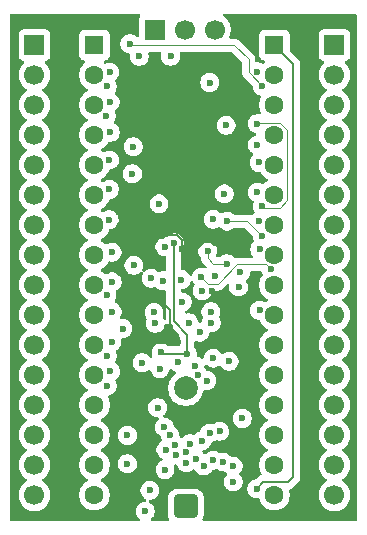
<source format=gbr>
%TF.GenerationSoftware,KiCad,Pcbnew,9.0.2-9.0.2-0~ubuntu22.04.1*%
%TF.CreationDate,2025-06-23T10:34:33-07:00*%
%TF.ProjectId,ds1486,64733134-3836-42e6-9b69-6361645f7063,rev?*%
%TF.SameCoordinates,Original*%
%TF.FileFunction,Copper,L2,Inr*%
%TF.FilePolarity,Positive*%
%FSLAX46Y46*%
G04 Gerber Fmt 4.6, Leading zero omitted, Abs format (unit mm)*
G04 Created by KiCad (PCBNEW 9.0.2-9.0.2-0~ubuntu22.04.1) date 2025-06-23 10:34:33*
%MOMM*%
%LPD*%
G01*
G04 APERTURE LIST*
G04 Aperture macros list*
%AMRoundRect*
0 Rectangle with rounded corners*
0 $1 Rounding radius*
0 $2 $3 $4 $5 $6 $7 $8 $9 X,Y pos of 4 corners*
0 Add a 4 corners polygon primitive as box body*
4,1,4,$2,$3,$4,$5,$6,$7,$8,$9,$2,$3,0*
0 Add four circle primitives for the rounded corners*
1,1,$1+$1,$2,$3*
1,1,$1+$1,$4,$5*
1,1,$1+$1,$6,$7*
1,1,$1+$1,$8,$9*
0 Add four rect primitives between the rounded corners*
20,1,$1+$1,$2,$3,$4,$5,0*
20,1,$1+$1,$4,$5,$6,$7,0*
20,1,$1+$1,$6,$7,$8,$9,0*
20,1,$1+$1,$8,$9,$2,$3,0*%
G04 Aperture macros list end*
%TA.AperFunction,ComponentPad*%
%ADD10R,1.600000X1.600000*%
%TD*%
%TA.AperFunction,ComponentPad*%
%ADD11C,1.600000*%
%TD*%
%TA.AperFunction,ComponentPad*%
%ADD12R,1.700000X1.700000*%
%TD*%
%TA.AperFunction,ComponentPad*%
%ADD13C,1.700000*%
%TD*%
%TA.AperFunction,ComponentPad*%
%ADD14RoundRect,0.300000X-0.700000X-0.700000X0.700000X-0.700000X0.700000X0.700000X-0.700000X0.700000X0*%
%TD*%
%TA.AperFunction,ComponentPad*%
%ADD15C,2.000000*%
%TD*%
%TA.AperFunction,ViaPad*%
%ADD16C,0.600000*%
%TD*%
%TA.AperFunction,Conductor*%
%ADD17C,0.100000*%
%TD*%
%TA.AperFunction,Conductor*%
%ADD18C,0.200000*%
%TD*%
G04 APERTURE END LIST*
D10*
%TO.N,/INTB_*%
%TO.C,J4*%
X111760000Y-63500000D03*
D11*
%TO.N,/A16*%
X111760000Y-66040000D03*
%TO.N,/A14*%
X111760000Y-68580000D03*
%TO.N,/A12*%
X111760000Y-71120000D03*
%TO.N,/A7*%
X111760000Y-73660000D03*
%TO.N,/A6*%
X111760000Y-76200000D03*
%TO.N,/A5*%
X111760000Y-78740000D03*
%TO.N,/A4*%
X111760000Y-81280000D03*
%TO.N,/A3*%
X111760000Y-83820000D03*
%TO.N,/A2*%
X111760000Y-86360000D03*
%TO.N,/A1*%
X111760000Y-88900000D03*
%TO.N,/A0*%
X111760000Y-91440000D03*
%TO.N,/DQ0*%
X111760000Y-93980000D03*
%TO.N,/DQ1*%
X111760000Y-96520000D03*
%TO.N,/DQ2*%
X111760000Y-99060000D03*
%TO.N,GND*%
X111760000Y-101600000D03*
%TD*%
D12*
%TO.N,+5V*%
%TO.C,J3*%
X132080000Y-63500000D03*
D13*
%TO.N,/A15*%
X132080000Y-66040000D03*
%TO.N,/INTA_*%
X132080000Y-68580000D03*
%TO.N,/WE_*%
X132080000Y-71120000D03*
%TO.N,/A13*%
X132080000Y-73660000D03*
%TO.N,/A8*%
X132080000Y-76200000D03*
%TO.N,/A9*%
X132080000Y-78740000D03*
%TO.N,/A11*%
X132080000Y-81280000D03*
%TO.N,/OE_*%
X132080000Y-83820000D03*
%TO.N,/A10*%
X132080000Y-86360000D03*
%TO.N,/CE_*%
X132080000Y-88900000D03*
%TO.N,/DQ7*%
X132080000Y-91440000D03*
%TO.N,/DQ6*%
X132080000Y-93980000D03*
%TO.N,/DQ5*%
X132080000Y-96520000D03*
%TO.N,/DQ4*%
X132080000Y-99060000D03*
%TO.N,/DQ3*%
X132080000Y-101600000D03*
%TD*%
D14*
%TO.N,+BATT*%
%TO.C,BT1*%
X119500000Y-102550000D03*
D15*
%TO.N,GND*%
X119500000Y-92550000D03*
%TD*%
D12*
%TO.N,/INTB_*%
%TO.C,J2*%
X106680000Y-63500000D03*
D13*
%TO.N,/A16*%
X106680000Y-66040000D03*
%TO.N,/A14*%
X106680000Y-68580000D03*
%TO.N,/A12*%
X106680000Y-71120000D03*
%TO.N,/A7*%
X106680000Y-73660000D03*
%TO.N,/A6*%
X106680000Y-76200000D03*
%TO.N,/A5*%
X106680000Y-78740000D03*
%TO.N,/A4*%
X106680000Y-81280000D03*
%TO.N,/A3*%
X106680000Y-83820000D03*
%TO.N,/A2*%
X106680000Y-86360000D03*
%TO.N,/A1*%
X106680000Y-88900000D03*
%TO.N,/A0*%
X106680000Y-91440000D03*
%TO.N,/DQ0*%
X106680000Y-93980000D03*
%TO.N,/DQ1*%
X106680000Y-96520000D03*
%TO.N,/DQ2*%
X106680000Y-99060000D03*
%TO.N,GND*%
X106680000Y-101600000D03*
%TD*%
D10*
%TO.N,+5V*%
%TO.C,J5*%
X127000000Y-63500000D03*
D11*
%TO.N,/A15*%
X127000000Y-66040000D03*
%TO.N,/INTA_*%
X127000000Y-68580000D03*
%TO.N,/WE_*%
X127000000Y-71120000D03*
%TO.N,/A13*%
X127000000Y-73660000D03*
%TO.N,/A8*%
X127000000Y-76200000D03*
%TO.N,/A9*%
X127000000Y-78740000D03*
%TO.N,/A11*%
X127000000Y-81280000D03*
%TO.N,/OE_*%
X127000000Y-83820000D03*
%TO.N,/A10*%
X127000000Y-86360000D03*
%TO.N,/CE_*%
X127000000Y-88900000D03*
%TO.N,/DQ7*%
X127000000Y-91440000D03*
%TO.N,/DQ6*%
X127000000Y-93980000D03*
%TO.N,/DQ5*%
X127000000Y-96520000D03*
%TO.N,/DQ4*%
X127000000Y-99060000D03*
%TO.N,/DQ3*%
X127000000Y-101600000D03*
%TD*%
D12*
%TO.N,/SWCLK*%
%TO.C,J1*%
X116870000Y-62200000D03*
D13*
%TO.N,GND*%
X119410000Y-62200000D03*
%TO.N,/SWD*%
X121950000Y-62200000D03*
%TD*%
D16*
%TO.N,GND*%
X114975808Y-74400000D03*
X124119101Y-82749000D03*
%TO.N,/SCL*%
X123960388Y-83980000D03*
%TO.N,/DQ4*%
X122650000Y-98800000D03*
%TO.N,/DQ2*%
X119535773Y-98843299D03*
%TO.N,/DQ5*%
X121800000Y-98650000D03*
%TO.N,/DQ0*%
X117808155Y-97754616D03*
%TO.N,/DQ6*%
X121013222Y-99116861D03*
%TO.N,+5V*%
X116450000Y-101200000D03*
X115550000Y-64450000D03*
X125500000Y-101050000D03*
%TO.N,/DQ3*%
X123500000Y-99150000D03*
%TO.N,/DQ1*%
X118700000Y-98200000D03*
%TO.N,GND*%
X113086131Y-68327249D03*
X122752531Y-76100811D03*
X121833760Y-78250000D03*
X121514255Y-66668121D03*
X117550000Y-83450000D03*
X120260451Y-90643321D03*
X125550000Y-71950000D03*
X112997709Y-78284333D03*
X119200000Y-85250000D03*
X113069371Y-65780000D03*
X125700333Y-73438667D03*
X120875763Y-84299417D03*
X122900000Y-70300000D03*
X117300000Y-90900000D03*
X114550000Y-98950000D03*
X113029207Y-73230410D03*
X125550000Y-65750000D03*
X113245403Y-88630000D03*
X113114167Y-91124167D03*
X118200000Y-64450000D03*
X123507502Y-100470000D03*
X119731000Y-87013605D03*
X113250000Y-81030000D03*
X113253231Y-83550000D03*
X117727501Y-99453473D03*
X115800000Y-90400000D03*
X113093000Y-70884847D03*
X113022517Y-75721923D03*
X119100000Y-83350000D03*
X125735076Y-85944925D03*
X125685579Y-78432099D03*
X124264000Y-95112500D03*
X125740946Y-80792877D03*
X113251801Y-86080000D03*
X117225454Y-76950000D03*
X114550000Y-96550000D03*
X125550000Y-75950000D03*
X123156306Y-90277805D03*
X118850000Y-90350000D03*
%TO.N,/DQ7*%
X120362948Y-98569460D03*
%TO.N,/QSPI_SD2*%
X121650637Y-87010749D03*
%TO.N,/QSPI_SD1*%
X121806000Y-90000000D03*
%TO.N,/QSPI_SS*%
X121250000Y-91900000D03*
%TO.N,/QSPI_SD3*%
X121620450Y-86079270D03*
%TO.N,/QSPI_SD0*%
X120550000Y-91450000D03*
%TO.N,/QSPI_SCLK*%
X120690373Y-87800301D03*
%TO.N,+3V3*%
X119700000Y-73350000D03*
X122923172Y-88538386D03*
X119650000Y-72500000D03*
X115750000Y-88700000D03*
X117099998Y-84900000D03*
X118800000Y-88640282D03*
X119210027Y-80740517D03*
X114300000Y-94950000D03*
X120950000Y-64450000D03*
X113200000Y-102800000D03*
X118450000Y-66600000D03*
X118150000Y-87400000D03*
X122880000Y-80618108D03*
X117500000Y-79700000D03*
X118816767Y-72533239D03*
X118925000Y-73375000D03*
X121725731Y-84306978D03*
%TO.N,/DQC0*%
X117679727Y-95837811D03*
%TO.N,/DQC2*%
X118550000Y-97350000D03*
%TO.N,/DQC1*%
X118156495Y-96541513D03*
%TO.N,/AC0*%
X112850000Y-92350000D03*
X116797784Y-86138247D03*
%TO.N,/AC1*%
X112850000Y-89800000D03*
X116900000Y-87050000D03*
%TO.N,/AC3*%
X114150000Y-87500000D03*
X112800000Y-84700000D03*
%TO.N,/AC15*%
X114752142Y-63385667D03*
X125975000Y-66975000D03*
%TO.N,/AC14*%
X112750000Y-69500000D03*
X115100000Y-82150000D03*
%TO.N,/AC11*%
X126681101Y-82455924D03*
X120800000Y-83149998D03*
%TO.N,/AC10*%
X122950000Y-82000000D03*
X121329649Y-80893311D03*
%TO.N,/AC9*%
X125950000Y-79650000D03*
X123000000Y-78400000D03*
%TO.N,/AC8*%
X125550000Y-70150000D03*
X125965000Y-77135000D03*
%TO.N,/AC16*%
X116569019Y-83233262D03*
X112850000Y-67000000D03*
%TO.N,/DQC4*%
X121500000Y-96350000D03*
%TO.N,/DQC5*%
X120850000Y-97000000D03*
%TO.N,/DQC7*%
X119544867Y-97993346D03*
%TO.N,/DQC3*%
X122350000Y-96200000D03*
%TO.N,/DQC6*%
X119850000Y-97250000D03*
%TO.N,/SWD*%
X115050000Y-72100000D03*
%TO.N,/SWCLK*%
X117725134Y-80564606D03*
%TO.N,/SDA*%
X121966092Y-83049999D03*
%TO.N,/VRTC*%
X116050000Y-102950000D03*
%TO.N,+1V1*%
X118519816Y-80244420D03*
X119624999Y-89618708D03*
X117405037Y-89504205D03*
%TO.N,/D_DIR*%
X117100000Y-94200000D03*
%TD*%
D17*
%TO.N,/AC11*%
X126294177Y-82069000D02*
X126681101Y-82455924D01*
X123837435Y-82069000D02*
X126294177Y-82069000D01*
X121380001Y-83729999D02*
X122176436Y-83729999D01*
X120800000Y-83149998D02*
X121380001Y-83729999D01*
X122176436Y-83729999D02*
X123837435Y-82069000D01*
D18*
%TO.N,+3V3*%
X119250544Y-80700000D02*
X120490584Y-80700000D01*
X120490584Y-80700000D02*
X121027273Y-80163311D01*
X119210027Y-80740517D02*
X119250544Y-80700000D01*
X121879806Y-80411092D02*
X122672984Y-80411092D01*
X121027273Y-80163311D02*
X121632025Y-80163311D01*
X122672984Y-80411092D02*
X122880000Y-80618108D01*
X121632025Y-80163311D02*
X121879806Y-80411092D01*
D17*
%TO.N,/AC10*%
X121800000Y-82000000D02*
X121329649Y-81529649D01*
X121329649Y-81529649D02*
X121329649Y-80893311D01*
X122950000Y-82000000D02*
X121800000Y-82000000D01*
D18*
%TO.N,+5V*%
X128600000Y-65100000D02*
X127000000Y-63500000D01*
X125500000Y-101050000D02*
X126051000Y-100499000D01*
X126051000Y-100499000D02*
X128151000Y-100499000D01*
X128600000Y-100050000D02*
X128600000Y-65100000D01*
X128151000Y-100499000D02*
X128600000Y-100050000D01*
%TO.N,+3V3*%
X118800000Y-88050000D02*
X118150000Y-87400000D01*
X118800000Y-88640282D02*
X118800000Y-88050000D01*
X113200000Y-96050000D02*
X114300000Y-94950000D01*
X117500000Y-79700000D02*
X117652789Y-79547211D01*
X118150000Y-85950002D02*
X117099998Y-84900000D01*
X118741254Y-79547211D02*
X119210027Y-80015984D01*
X117652789Y-79547211D02*
X118741254Y-79547211D01*
X115750000Y-88700000D02*
X118740282Y-88700000D01*
X113200000Y-102800000D02*
X113200000Y-96050000D01*
X114300000Y-90150000D02*
X114300000Y-94950000D01*
X119210027Y-80015984D02*
X119210027Y-80740517D01*
X115750000Y-88700000D02*
X114300000Y-90150000D01*
X118150000Y-87400000D02*
X118150000Y-85950002D01*
X118740282Y-88700000D02*
X118800000Y-88640282D01*
D17*
%TO.N,/AC15*%
X123600000Y-63500000D02*
X114866475Y-63500000D01*
X124800000Y-65800000D02*
X124800000Y-64700000D01*
X124800000Y-64700000D02*
X123600000Y-63500000D01*
X125975000Y-66975000D02*
X124800000Y-65800000D01*
X114866475Y-63500000D02*
X114752142Y-63385667D01*
%TO.N,/AC9*%
X124700000Y-78400000D02*
X123000000Y-78400000D01*
X125950000Y-79650000D02*
X124700000Y-78400000D01*
%TO.N,/AC8*%
X128051000Y-76635339D02*
X127435339Y-77251000D01*
X127435339Y-77251000D02*
X126081000Y-77251000D01*
X126081000Y-77251000D02*
X125965000Y-77135000D01*
X125631000Y-70069000D02*
X127435339Y-70069000D01*
X125550000Y-70150000D02*
X125631000Y-70069000D01*
X128051000Y-70684661D02*
X128051000Y-76635339D01*
X127435339Y-70069000D02*
X128051000Y-70684661D01*
D18*
%TO.N,+1V1*%
X119624999Y-88025056D02*
X119624999Y-89618708D01*
X118519816Y-80244420D02*
X118450000Y-80314236D01*
X118450000Y-86850057D02*
X119624999Y-88025056D01*
X118450000Y-80314236D02*
X118450000Y-86850057D01*
X119624999Y-89618708D02*
X117519540Y-89618708D01*
X117519540Y-89618708D02*
X117405037Y-89504205D01*
%TD*%
%TA.AperFunction,Conductor*%
%TO.N,+3V3*%
G36*
X115588038Y-60870185D02*
G01*
X115633793Y-60922989D01*
X115643737Y-60992147D01*
X115620265Y-61048810D01*
X115615106Y-61055703D01*
X115576204Y-61107668D01*
X115576202Y-61107671D01*
X115525908Y-61242517D01*
X115519501Y-61302116D01*
X115519500Y-61302135D01*
X115519500Y-62721584D01*
X115499815Y-62788623D01*
X115447011Y-62834378D01*
X115377853Y-62844322D01*
X115314297Y-62815297D01*
X115307819Y-62809265D01*
X115262434Y-62763880D01*
X115262430Y-62763877D01*
X115131327Y-62676276D01*
X115131314Y-62676269D01*
X114985643Y-62615931D01*
X114985631Y-62615928D01*
X114830987Y-62585167D01*
X114830984Y-62585167D01*
X114673300Y-62585167D01*
X114673297Y-62585167D01*
X114518652Y-62615928D01*
X114518640Y-62615931D01*
X114372969Y-62676269D01*
X114372956Y-62676276D01*
X114241853Y-62763877D01*
X114241849Y-62763880D01*
X114130355Y-62875374D01*
X114130352Y-62875378D01*
X114042751Y-63006481D01*
X114042744Y-63006494D01*
X113982406Y-63152165D01*
X113982403Y-63152177D01*
X113951642Y-63306820D01*
X113951642Y-63464513D01*
X113982403Y-63619156D01*
X113982406Y-63619168D01*
X114042744Y-63764839D01*
X114042751Y-63764852D01*
X114130352Y-63895955D01*
X114130355Y-63895959D01*
X114241849Y-64007453D01*
X114241853Y-64007456D01*
X114372956Y-64095057D01*
X114372969Y-64095064D01*
X114511974Y-64152641D01*
X114518645Y-64155404D01*
X114592274Y-64170050D01*
X114660378Y-64183597D01*
X114722289Y-64215982D01*
X114756863Y-64276697D01*
X114757805Y-64329404D01*
X114749500Y-64371158D01*
X114749500Y-64528846D01*
X114780261Y-64683489D01*
X114780264Y-64683501D01*
X114840602Y-64829172D01*
X114840609Y-64829185D01*
X114928210Y-64960288D01*
X114928213Y-64960292D01*
X115039707Y-65071786D01*
X115039711Y-65071789D01*
X115170814Y-65159390D01*
X115170827Y-65159397D01*
X115316498Y-65219735D01*
X115316503Y-65219737D01*
X115471153Y-65250499D01*
X115471156Y-65250500D01*
X115471158Y-65250500D01*
X115628844Y-65250500D01*
X115628845Y-65250499D01*
X115783497Y-65219737D01*
X115929179Y-65159394D01*
X116060289Y-65071789D01*
X116171789Y-64960289D01*
X116259394Y-64829179D01*
X116261210Y-64824796D01*
X116294760Y-64743797D01*
X116319737Y-64683497D01*
X116350500Y-64528842D01*
X116350500Y-64371158D01*
X116350500Y-64371155D01*
X116350499Y-64371153D01*
X116345868Y-64347870D01*
X116319737Y-64216503D01*
X116319732Y-64216492D01*
X116317969Y-64210676D01*
X116320720Y-64209841D01*
X116314497Y-64152641D01*
X116345691Y-64090122D01*
X116405734Y-64054392D01*
X116436555Y-64050500D01*
X117313445Y-64050500D01*
X117380484Y-64070185D01*
X117426239Y-64122989D01*
X117436183Y-64192147D01*
X117431159Y-64210411D01*
X117432031Y-64210676D01*
X117430261Y-64216510D01*
X117399500Y-64371153D01*
X117399500Y-64528846D01*
X117430261Y-64683489D01*
X117430264Y-64683501D01*
X117490602Y-64829172D01*
X117490609Y-64829185D01*
X117578210Y-64960288D01*
X117578213Y-64960292D01*
X117689707Y-65071786D01*
X117689711Y-65071789D01*
X117820814Y-65159390D01*
X117820827Y-65159397D01*
X117966498Y-65219735D01*
X117966503Y-65219737D01*
X118121153Y-65250499D01*
X118121156Y-65250500D01*
X118121158Y-65250500D01*
X118278844Y-65250500D01*
X118278845Y-65250499D01*
X118433497Y-65219737D01*
X118579179Y-65159394D01*
X118710289Y-65071789D01*
X118821789Y-64960289D01*
X118909394Y-64829179D01*
X118911210Y-64824796D01*
X118944760Y-64743797D01*
X118969737Y-64683497D01*
X119000500Y-64528842D01*
X119000500Y-64371158D01*
X119000500Y-64371155D01*
X119000499Y-64371153D01*
X118995868Y-64347870D01*
X118969737Y-64216503D01*
X118969732Y-64216492D01*
X118967969Y-64210676D01*
X118970720Y-64209841D01*
X118964497Y-64152641D01*
X118995691Y-64090122D01*
X119055734Y-64054392D01*
X119086555Y-64050500D01*
X123320613Y-64050500D01*
X123387652Y-64070185D01*
X123408294Y-64086819D01*
X124213181Y-64891706D01*
X124246666Y-64953029D01*
X124249500Y-64979387D01*
X124249500Y-65872475D01*
X124279249Y-65983497D01*
X124279248Y-65983497D01*
X124279249Y-65983499D01*
X124287014Y-66012481D01*
X124287015Y-66012484D01*
X124287016Y-66012485D01*
X124306559Y-66046334D01*
X124359489Y-66138013D01*
X124359491Y-66138016D01*
X125138181Y-66916706D01*
X125171666Y-66978029D01*
X125174500Y-67004387D01*
X125174500Y-67053846D01*
X125205261Y-67208489D01*
X125205264Y-67208501D01*
X125265602Y-67354172D01*
X125265609Y-67354185D01*
X125353210Y-67485288D01*
X125353213Y-67485292D01*
X125464707Y-67596786D01*
X125464711Y-67596789D01*
X125595814Y-67684390D01*
X125595827Y-67684397D01*
X125741498Y-67744735D01*
X125741503Y-67744737D01*
X125765843Y-67749578D01*
X125784681Y-67753326D01*
X125846592Y-67785710D01*
X125881166Y-67846426D01*
X125877427Y-67916196D01*
X125870975Y-67931237D01*
X125794782Y-68080773D01*
X125731522Y-68275465D01*
X125699500Y-68477648D01*
X125699500Y-68682351D01*
X125731522Y-68884534D01*
X125768726Y-68999035D01*
X125794780Y-69079219D01*
X125794781Y-69079222D01*
X125794782Y-69079223D01*
X125850677Y-69188924D01*
X125863573Y-69257594D01*
X125837296Y-69322334D01*
X125780190Y-69362591D01*
X125716001Y-69366836D01*
X125628846Y-69349500D01*
X125628842Y-69349500D01*
X125471158Y-69349500D01*
X125471155Y-69349500D01*
X125316510Y-69380261D01*
X125316498Y-69380264D01*
X125170827Y-69440602D01*
X125170814Y-69440609D01*
X125039711Y-69528210D01*
X125039707Y-69528213D01*
X124928213Y-69639707D01*
X124928210Y-69639711D01*
X124840609Y-69770814D01*
X124840602Y-69770827D01*
X124780264Y-69916498D01*
X124780261Y-69916510D01*
X124749500Y-70071153D01*
X124749500Y-70228846D01*
X124780261Y-70383489D01*
X124780264Y-70383501D01*
X124840602Y-70529172D01*
X124840609Y-70529185D01*
X124928210Y-70660288D01*
X124928213Y-70660292D01*
X125039707Y-70771786D01*
X125039711Y-70771789D01*
X125170814Y-70859390D01*
X125170827Y-70859397D01*
X125316498Y-70919735D01*
X125316503Y-70919737D01*
X125316507Y-70919737D01*
X125316508Y-70919738D01*
X125359967Y-70928383D01*
X125421878Y-70960768D01*
X125456452Y-71021484D01*
X125452712Y-71091253D01*
X125411845Y-71147925D01*
X125359967Y-71171617D01*
X125316508Y-71180261D01*
X125316498Y-71180264D01*
X125170827Y-71240602D01*
X125170814Y-71240609D01*
X125039711Y-71328210D01*
X125039707Y-71328213D01*
X124928213Y-71439707D01*
X124928210Y-71439711D01*
X124840609Y-71570814D01*
X124840602Y-71570827D01*
X124780264Y-71716498D01*
X124780261Y-71716510D01*
X124749500Y-71871153D01*
X124749500Y-72028846D01*
X124780261Y-72183489D01*
X124780264Y-72183501D01*
X124840602Y-72329172D01*
X124840609Y-72329185D01*
X124928210Y-72460288D01*
X124928213Y-72460292D01*
X125039710Y-72571789D01*
X125151118Y-72646229D01*
X125195923Y-72699841D01*
X125204630Y-72769166D01*
X125174476Y-72832193D01*
X125169909Y-72837012D01*
X125078543Y-72928378D01*
X124990942Y-73059481D01*
X124990935Y-73059494D01*
X124930597Y-73205165D01*
X124930594Y-73205177D01*
X124899833Y-73359820D01*
X124899833Y-73517513D01*
X124930594Y-73672156D01*
X124930597Y-73672168D01*
X124990935Y-73817839D01*
X124990942Y-73817852D01*
X125078543Y-73948955D01*
X125078546Y-73948959D01*
X125190040Y-74060453D01*
X125190044Y-74060456D01*
X125321147Y-74148057D01*
X125321160Y-74148064D01*
X125466831Y-74208402D01*
X125466836Y-74208404D01*
X125621486Y-74239166D01*
X125621489Y-74239167D01*
X125759528Y-74239167D01*
X125826567Y-74258852D01*
X125870013Y-74306872D01*
X125887715Y-74341613D01*
X126008028Y-74507213D01*
X126152786Y-74651971D01*
X126307749Y-74764556D01*
X126318390Y-74772287D01*
X126402313Y-74815048D01*
X126411080Y-74819515D01*
X126461876Y-74867490D01*
X126478671Y-74935311D01*
X126456134Y-75001446D01*
X126411080Y-75040485D01*
X126318386Y-75087715D01*
X126152781Y-75208033D01*
X126152774Y-75208038D01*
X126115648Y-75245164D01*
X126054324Y-75278648D01*
X125984633Y-75273662D01*
X125959080Y-75260584D01*
X125929187Y-75240611D01*
X125929183Y-75240609D01*
X125929179Y-75240606D01*
X125929175Y-75240604D01*
X125929171Y-75240602D01*
X125783501Y-75180264D01*
X125783489Y-75180261D01*
X125628845Y-75149500D01*
X125628842Y-75149500D01*
X125471158Y-75149500D01*
X125471155Y-75149500D01*
X125316510Y-75180261D01*
X125316498Y-75180264D01*
X125170827Y-75240602D01*
X125170814Y-75240609D01*
X125039711Y-75328210D01*
X125039707Y-75328213D01*
X124928213Y-75439707D01*
X124928210Y-75439711D01*
X124840609Y-75570814D01*
X124840602Y-75570827D01*
X124780264Y-75716498D01*
X124780261Y-75716510D01*
X124749500Y-75871153D01*
X124749500Y-76028846D01*
X124780261Y-76183489D01*
X124780264Y-76183501D01*
X124840602Y-76329172D01*
X124840609Y-76329185D01*
X124928210Y-76460288D01*
X124928213Y-76460292D01*
X125039707Y-76571786D01*
X125039711Y-76571789D01*
X125170813Y-76659389D01*
X125170815Y-76659390D01*
X125170821Y-76659394D01*
X125170827Y-76659396D01*
X125173812Y-76660992D01*
X125175089Y-76662247D01*
X125175886Y-76662779D01*
X125175785Y-76662929D01*
X125223661Y-76709950D01*
X125239128Y-76778086D01*
X125229930Y-76817808D01*
X125195264Y-76901498D01*
X125195261Y-76901510D01*
X125164500Y-77056153D01*
X125164500Y-77213846D01*
X125195261Y-77368489D01*
X125195264Y-77368501D01*
X125255602Y-77514172D01*
X125255609Y-77514185D01*
X125298719Y-77578703D01*
X125299556Y-77581378D01*
X125301628Y-77583269D01*
X125309937Y-77614531D01*
X125319597Y-77645381D01*
X125318855Y-77648083D01*
X125319576Y-77650794D01*
X125309666Y-77681578D01*
X125301112Y-77712761D01*
X125298763Y-77715449D01*
X125298167Y-77717303D01*
X125290504Y-77724904D01*
X125274374Y-77743372D01*
X125269623Y-77747278D01*
X125175290Y-77810310D01*
X125093482Y-77892117D01*
X125088823Y-77895949D01*
X125062003Y-77907369D01*
X125036424Y-77921337D01*
X125030241Y-77920894D01*
X125024539Y-77923323D01*
X124995809Y-77918432D01*
X124966732Y-77916353D01*
X124957193Y-77911858D01*
X124955661Y-77911598D01*
X124954616Y-77910644D01*
X124948067Y-77907559D01*
X124912485Y-77887016D01*
X124912486Y-77887016D01*
X124877482Y-77877637D01*
X124772475Y-77849500D01*
X124772472Y-77849500D01*
X123632940Y-77849500D01*
X123565901Y-77829815D01*
X123545258Y-77813180D01*
X123510292Y-77778213D01*
X123510288Y-77778210D01*
X123379185Y-77690609D01*
X123379172Y-77690602D01*
X123233501Y-77630264D01*
X123233489Y-77630261D01*
X123078845Y-77599500D01*
X123078842Y-77599500D01*
X122921158Y-77599500D01*
X122921155Y-77599500D01*
X122766510Y-77630261D01*
X122766498Y-77630264D01*
X122620827Y-77690602D01*
X122620816Y-77690608D01*
X122576924Y-77719936D01*
X122510246Y-77740813D01*
X122442866Y-77722328D01*
X122420353Y-77704514D01*
X122344052Y-77628213D01*
X122344048Y-77628210D01*
X122212945Y-77540609D01*
X122212932Y-77540602D01*
X122067261Y-77480264D01*
X122067249Y-77480261D01*
X121912605Y-77449500D01*
X121912602Y-77449500D01*
X121754918Y-77449500D01*
X121754915Y-77449500D01*
X121600270Y-77480261D01*
X121600258Y-77480264D01*
X121454587Y-77540602D01*
X121454574Y-77540609D01*
X121323471Y-77628210D01*
X121323467Y-77628213D01*
X121211973Y-77739707D01*
X121211970Y-77739711D01*
X121124369Y-77870814D01*
X121124362Y-77870827D01*
X121064024Y-78016498D01*
X121064021Y-78016510D01*
X121033260Y-78171153D01*
X121033260Y-78328846D01*
X121064021Y-78483489D01*
X121064024Y-78483501D01*
X121124362Y-78629172D01*
X121124369Y-78629185D01*
X121211970Y-78760288D01*
X121211973Y-78760292D01*
X121323467Y-78871786D01*
X121323471Y-78871789D01*
X121454574Y-78959390D01*
X121454587Y-78959397D01*
X121600258Y-79019735D01*
X121600263Y-79019737D01*
X121724925Y-79044534D01*
X121754913Y-79050499D01*
X121754916Y-79050500D01*
X121754918Y-79050500D01*
X121912604Y-79050500D01*
X121912605Y-79050499D01*
X122067257Y-79019737D01*
X122212939Y-78959394D01*
X122212944Y-78959390D01*
X122212947Y-78959389D01*
X122256833Y-78930065D01*
X122323510Y-78909186D01*
X122390890Y-78927670D01*
X122413406Y-78945485D01*
X122489707Y-79021786D01*
X122489711Y-79021789D01*
X122620814Y-79109390D01*
X122620827Y-79109397D01*
X122766498Y-79169735D01*
X122766503Y-79169737D01*
X122921153Y-79200499D01*
X122921156Y-79200500D01*
X122921158Y-79200500D01*
X123078844Y-79200500D01*
X123078845Y-79200499D01*
X123233497Y-79169737D01*
X123379179Y-79109394D01*
X123510289Y-79021789D01*
X123545258Y-78986820D01*
X123606580Y-78953334D01*
X123632940Y-78950500D01*
X124420613Y-78950500D01*
X124487652Y-78970185D01*
X124508294Y-78986819D01*
X125113181Y-79591706D01*
X125146666Y-79653029D01*
X125149500Y-79679387D01*
X125149500Y-79728846D01*
X125180261Y-79883489D01*
X125180264Y-79883501D01*
X125240605Y-80029179D01*
X125243221Y-80034073D01*
X125257460Y-80102476D01*
X125232456Y-80167719D01*
X125221542Y-80180202D01*
X125119156Y-80282588D01*
X125031555Y-80413691D01*
X125031548Y-80413704D01*
X124971210Y-80559375D01*
X124971207Y-80559387D01*
X124940446Y-80714030D01*
X124940446Y-80871723D01*
X124971207Y-81026366D01*
X124971210Y-81026378D01*
X125031548Y-81172049D01*
X125031555Y-81172062D01*
X125119156Y-81303165D01*
X125119159Y-81303169D01*
X125122809Y-81306819D01*
X125156294Y-81368142D01*
X125151310Y-81437834D01*
X125109438Y-81493767D01*
X125043974Y-81518184D01*
X125035128Y-81518500D01*
X123764958Y-81518500D01*
X123703203Y-81535047D01*
X123633353Y-81533384D01*
X123575491Y-81494220D01*
X123575259Y-81493938D01*
X123571789Y-81489710D01*
X123460292Y-81378213D01*
X123460288Y-81378210D01*
X123329185Y-81290609D01*
X123329172Y-81290602D01*
X123183501Y-81230264D01*
X123183489Y-81230261D01*
X123028845Y-81199500D01*
X123028842Y-81199500D01*
X122871158Y-81199500D01*
X122871155Y-81199500D01*
X122716510Y-81230261D01*
X122716498Y-81230264D01*
X122570827Y-81290602D01*
X122570814Y-81290609D01*
X122439711Y-81378210D01*
X122439707Y-81378213D01*
X122404742Y-81413180D01*
X122377811Y-81427885D01*
X122351995Y-81444477D01*
X122345796Y-81445368D01*
X122343420Y-81446666D01*
X122317060Y-81449500D01*
X122151302Y-81449500D01*
X122084263Y-81429815D01*
X122038508Y-81377011D01*
X122028564Y-81307853D01*
X122036741Y-81278048D01*
X122074706Y-81186392D01*
X122099386Y-81126808D01*
X122130149Y-80972153D01*
X122130149Y-80814469D01*
X122130149Y-80814466D01*
X122130148Y-80814464D01*
X122119630Y-80761585D01*
X122099386Y-80659814D01*
X122099384Y-80659809D01*
X122039046Y-80514138D01*
X122039039Y-80514125D01*
X121951438Y-80383022D01*
X121951435Y-80383018D01*
X121839941Y-80271524D01*
X121839937Y-80271521D01*
X121708834Y-80183920D01*
X121708821Y-80183913D01*
X121563150Y-80123575D01*
X121563138Y-80123572D01*
X121408494Y-80092811D01*
X121408491Y-80092811D01*
X121250807Y-80092811D01*
X121250804Y-80092811D01*
X121096159Y-80123572D01*
X121096147Y-80123575D01*
X120950476Y-80183913D01*
X120950463Y-80183920D01*
X120819360Y-80271521D01*
X120819356Y-80271524D01*
X120707862Y-80383018D01*
X120707859Y-80383022D01*
X120620258Y-80514125D01*
X120620251Y-80514138D01*
X120559913Y-80659809D01*
X120559910Y-80659821D01*
X120529149Y-80814464D01*
X120529149Y-80972157D01*
X120559910Y-81126800D01*
X120559913Y-81126812D01*
X120620251Y-81272483D01*
X120620258Y-81272496D01*
X120707859Y-81403599D01*
X120707862Y-81403603D01*
X120742829Y-81438569D01*
X120776315Y-81499891D01*
X120779149Y-81526251D01*
X120779149Y-81602124D01*
X120803717Y-81693811D01*
X120816665Y-81742134D01*
X120852747Y-81804630D01*
X120889138Y-81867662D01*
X120889140Y-81867665D01*
X121221317Y-82199842D01*
X121254802Y-82261165D01*
X121249818Y-82330857D01*
X121207946Y-82386790D01*
X121142482Y-82411207D01*
X121086184Y-82402084D01*
X121033501Y-82380262D01*
X121033489Y-82380259D01*
X120878845Y-82349498D01*
X120878842Y-82349498D01*
X120721158Y-82349498D01*
X120721155Y-82349498D01*
X120566510Y-82380259D01*
X120566498Y-82380262D01*
X120420827Y-82440600D01*
X120420814Y-82440607D01*
X120289711Y-82528208D01*
X120289707Y-82528211D01*
X120178213Y-82639705D01*
X120178210Y-82639709D01*
X120090609Y-82770812D01*
X120090602Y-82770825D01*
X120030264Y-82916496D01*
X120030261Y-82916507D01*
X120029670Y-82919479D01*
X120028931Y-82920890D01*
X120028494Y-82922333D01*
X120028220Y-82922249D01*
X119997281Y-82981388D01*
X119936564Y-83015959D01*
X119866794Y-83012215D01*
X119810125Y-82971346D01*
X119804952Y-82964172D01*
X119721789Y-82839711D01*
X119721786Y-82839707D01*
X119610292Y-82728213D01*
X119610288Y-82728210D01*
X119479185Y-82640609D01*
X119479172Y-82640602D01*
X119333501Y-82580264D01*
X119333489Y-82580261D01*
X119178845Y-82549500D01*
X119178842Y-82549500D01*
X119174500Y-82549500D01*
X119107461Y-82529815D01*
X119061706Y-82477011D01*
X119050500Y-82425500D01*
X119050500Y-80897176D01*
X119070185Y-80830137D01*
X119086820Y-80809494D01*
X119141602Y-80754712D01*
X119141605Y-80754709D01*
X119229210Y-80623599D01*
X119239654Y-80598386D01*
X119274555Y-80514125D01*
X119289553Y-80477917D01*
X119320316Y-80323262D01*
X119320316Y-80165578D01*
X119320316Y-80165575D01*
X119320315Y-80165573D01*
X119311785Y-80122690D01*
X119289553Y-80010923D01*
X119285278Y-80000602D01*
X119229213Y-79865247D01*
X119229206Y-79865234D01*
X119141605Y-79734131D01*
X119141602Y-79734127D01*
X119030108Y-79622633D01*
X119030104Y-79622630D01*
X118899001Y-79535029D01*
X118898988Y-79535022D01*
X118753317Y-79474684D01*
X118753305Y-79474681D01*
X118598661Y-79443920D01*
X118598658Y-79443920D01*
X118440974Y-79443920D01*
X118440971Y-79443920D01*
X118286326Y-79474681D01*
X118286314Y-79474684D01*
X118140643Y-79535022D01*
X118140630Y-79535029D01*
X118009527Y-79622630D01*
X118009523Y-79622633D01*
X117903777Y-79728380D01*
X117842454Y-79761865D01*
X117810067Y-79763748D01*
X117810067Y-79764106D01*
X117646289Y-79764106D01*
X117491644Y-79794867D01*
X117491632Y-79794870D01*
X117345961Y-79855208D01*
X117345948Y-79855215D01*
X117214845Y-79942816D01*
X117214841Y-79942819D01*
X117103347Y-80054313D01*
X117103344Y-80054317D01*
X117015743Y-80185420D01*
X117015736Y-80185433D01*
X116955398Y-80331104D01*
X116955395Y-80331116D01*
X116924634Y-80485759D01*
X116924634Y-80643452D01*
X116955395Y-80798095D01*
X116955398Y-80798107D01*
X117015736Y-80943778D01*
X117015743Y-80943791D01*
X117103344Y-81074894D01*
X117103347Y-81074898D01*
X117214841Y-81186392D01*
X117214845Y-81186395D01*
X117345948Y-81273996D01*
X117345961Y-81274003D01*
X117491632Y-81334341D01*
X117491637Y-81334343D01*
X117600765Y-81356050D01*
X117646287Y-81365105D01*
X117646290Y-81365106D01*
X117725500Y-81365106D01*
X117792539Y-81384791D01*
X117838294Y-81437595D01*
X117849500Y-81489106D01*
X117849500Y-82542297D01*
X117829815Y-82609336D01*
X117777011Y-82655091D01*
X117707853Y-82665035D01*
X117701309Y-82663914D01*
X117628845Y-82649500D01*
X117628842Y-82649500D01*
X117471158Y-82649500D01*
X117471155Y-82649500D01*
X117316511Y-82680260D01*
X117316501Y-82680263D01*
X117273967Y-82697881D01*
X117204497Y-82705348D01*
X117142019Y-82674072D01*
X117138836Y-82671000D01*
X117079311Y-82611475D01*
X117079307Y-82611472D01*
X116948204Y-82523871D01*
X116948191Y-82523864D01*
X116802520Y-82463526D01*
X116802508Y-82463523D01*
X116647864Y-82432762D01*
X116647861Y-82432762D01*
X116490177Y-82432762D01*
X116490174Y-82432762D01*
X116335529Y-82463523D01*
X116335517Y-82463526D01*
X116189846Y-82523864D01*
X116189833Y-82523871D01*
X116058730Y-82611472D01*
X116058725Y-82611476D01*
X116015698Y-82654503D01*
X115954375Y-82687987D01*
X115884683Y-82683002D01*
X115828750Y-82641130D01*
X115804334Y-82575666D01*
X115813456Y-82519371D01*
X115869737Y-82383497D01*
X115900500Y-82228842D01*
X115900500Y-82071158D01*
X115900500Y-82071155D01*
X115900499Y-82071153D01*
X115878710Y-81961613D01*
X115869737Y-81916503D01*
X115869735Y-81916498D01*
X115809397Y-81770827D01*
X115809390Y-81770814D01*
X115721789Y-81639711D01*
X115721786Y-81639707D01*
X115610292Y-81528213D01*
X115610288Y-81528210D01*
X115479185Y-81440609D01*
X115479172Y-81440602D01*
X115333501Y-81380264D01*
X115333489Y-81380261D01*
X115178845Y-81349500D01*
X115178842Y-81349500D01*
X115021158Y-81349500D01*
X115021155Y-81349500D01*
X114866510Y-81380261D01*
X114866498Y-81380264D01*
X114720827Y-81440602D01*
X114720814Y-81440609D01*
X114589711Y-81528210D01*
X114589707Y-81528213D01*
X114478213Y-81639707D01*
X114478210Y-81639711D01*
X114390609Y-81770814D01*
X114390602Y-81770827D01*
X114330264Y-81916498D01*
X114330261Y-81916510D01*
X114299500Y-82071153D01*
X114299500Y-82228846D01*
X114330261Y-82383489D01*
X114330264Y-82383501D01*
X114390602Y-82529172D01*
X114390609Y-82529185D01*
X114478210Y-82660288D01*
X114478213Y-82660292D01*
X114589707Y-82771786D01*
X114589711Y-82771789D01*
X114720814Y-82859390D01*
X114720827Y-82859397D01*
X114858705Y-82916507D01*
X114866503Y-82919737D01*
X114998455Y-82945984D01*
X115021153Y-82950499D01*
X115021156Y-82950500D01*
X115021158Y-82950500D01*
X115178844Y-82950500D01*
X115178845Y-82950499D01*
X115333497Y-82919737D01*
X115479179Y-82859394D01*
X115610289Y-82771789D01*
X115653318Y-82728760D01*
X115714641Y-82695274D01*
X115784332Y-82700258D01*
X115840266Y-82742129D01*
X115864684Y-82807593D01*
X115855561Y-82863892D01*
X115799283Y-82999760D01*
X115799280Y-82999772D01*
X115768519Y-83154415D01*
X115768519Y-83312108D01*
X115799280Y-83466751D01*
X115799283Y-83466763D01*
X115859621Y-83612434D01*
X115859628Y-83612447D01*
X115947229Y-83743550D01*
X115947232Y-83743554D01*
X116058726Y-83855048D01*
X116058730Y-83855051D01*
X116189833Y-83942652D01*
X116189846Y-83942659D01*
X116274956Y-83977912D01*
X116335522Y-84002999D01*
X116490172Y-84033761D01*
X116490175Y-84033762D01*
X116490177Y-84033762D01*
X116647863Y-84033762D01*
X116647864Y-84033761D01*
X116802516Y-84002999D01*
X116845050Y-83985380D01*
X116914517Y-83977912D01*
X116976996Y-84009186D01*
X116980182Y-84012261D01*
X117039707Y-84071786D01*
X117039711Y-84071789D01*
X117170814Y-84159390D01*
X117170827Y-84159397D01*
X117301419Y-84213489D01*
X117316503Y-84219737D01*
X117433363Y-84242982D01*
X117471153Y-84250499D01*
X117471156Y-84250500D01*
X117471158Y-84250500D01*
X117628843Y-84250500D01*
X117644564Y-84247372D01*
X117701309Y-84236085D01*
X117770899Y-84242312D01*
X117826077Y-84285174D01*
X117849322Y-84351063D01*
X117849500Y-84357702D01*
X117849500Y-86627097D01*
X117829815Y-86694136D01*
X117777011Y-86739891D01*
X117707853Y-86749835D01*
X117644297Y-86720810D01*
X117620927Y-86693734D01*
X117615091Y-86684576D01*
X117609394Y-86670821D01*
X117543164Y-86571702D01*
X117542423Y-86570538D01*
X117533066Y-86538213D01*
X117523016Y-86506114D01*
X117523316Y-86504527D01*
X117522997Y-86503423D01*
X117524454Y-86498529D01*
X117532434Y-86456451D01*
X117567521Y-86371744D01*
X117598284Y-86217089D01*
X117598284Y-86059405D01*
X117598284Y-86059402D01*
X117598283Y-86059400D01*
X117578390Y-85959394D01*
X117567521Y-85904750D01*
X117549307Y-85860776D01*
X117507181Y-85759074D01*
X117507174Y-85759061D01*
X117419573Y-85627958D01*
X117419570Y-85627954D01*
X117308076Y-85516460D01*
X117308072Y-85516457D01*
X117176969Y-85428856D01*
X117176956Y-85428849D01*
X117031285Y-85368511D01*
X117031273Y-85368508D01*
X116876629Y-85337747D01*
X116876626Y-85337747D01*
X116718942Y-85337747D01*
X116718939Y-85337747D01*
X116564294Y-85368508D01*
X116564282Y-85368511D01*
X116418611Y-85428849D01*
X116418598Y-85428856D01*
X116287495Y-85516457D01*
X116287491Y-85516460D01*
X116175997Y-85627954D01*
X116175994Y-85627958D01*
X116088393Y-85759061D01*
X116088386Y-85759074D01*
X116028048Y-85904745D01*
X116028045Y-85904757D01*
X115997284Y-86059400D01*
X115997284Y-86217093D01*
X116028045Y-86371736D01*
X116028048Y-86371748D01*
X116088386Y-86517419D01*
X116088396Y-86517437D01*
X116153889Y-86615455D01*
X116174767Y-86682132D01*
X116165349Y-86731796D01*
X116130263Y-86816503D01*
X116130261Y-86816510D01*
X116099500Y-86971153D01*
X116099500Y-87128846D01*
X116130261Y-87283489D01*
X116130264Y-87283501D01*
X116190602Y-87429172D01*
X116190609Y-87429185D01*
X116278210Y-87560288D01*
X116278213Y-87560292D01*
X116389707Y-87671786D01*
X116389711Y-87671789D01*
X116520814Y-87759390D01*
X116520827Y-87759397D01*
X116646011Y-87811249D01*
X116666503Y-87819737D01*
X116814356Y-87849147D01*
X116821153Y-87850499D01*
X116821156Y-87850500D01*
X116821158Y-87850500D01*
X116978844Y-87850500D01*
X116978845Y-87850499D01*
X117133497Y-87819737D01*
X117279179Y-87759394D01*
X117410289Y-87671789D01*
X117521789Y-87560289D01*
X117609394Y-87429179D01*
X117612719Y-87421153D01*
X117641376Y-87351966D01*
X117669737Y-87283497D01*
X117684911Y-87207213D01*
X117691846Y-87172350D01*
X117724231Y-87110439D01*
X117784946Y-87075865D01*
X117854716Y-87079604D01*
X117911388Y-87120471D01*
X117920846Y-87134535D01*
X117942678Y-87172350D01*
X117969477Y-87218769D01*
X117969481Y-87218774D01*
X118088349Y-87337642D01*
X118088355Y-87337647D01*
X118988180Y-88237472D01*
X119021665Y-88298795D01*
X119024499Y-88325153D01*
X119024499Y-88894208D01*
X119004814Y-88961247D01*
X118952010Y-89007002D01*
X118900499Y-89018208D01*
X118102480Y-89018208D01*
X118035441Y-88998523D01*
X118014803Y-88981893D01*
X117915326Y-88882416D01*
X117915325Y-88882415D01*
X117915324Y-88882414D01*
X117784222Y-88794814D01*
X117784209Y-88794807D01*
X117638538Y-88734469D01*
X117638526Y-88734466D01*
X117483882Y-88703705D01*
X117483879Y-88703705D01*
X117326195Y-88703705D01*
X117326192Y-88703705D01*
X117171547Y-88734466D01*
X117171535Y-88734469D01*
X117025864Y-88794807D01*
X117025851Y-88794814D01*
X116894748Y-88882415D01*
X116894744Y-88882418D01*
X116783250Y-88993912D01*
X116783247Y-88993916D01*
X116695646Y-89125019D01*
X116695639Y-89125032D01*
X116635301Y-89270703D01*
X116635298Y-89270715D01*
X116604537Y-89425358D01*
X116604537Y-89583051D01*
X116635298Y-89737694D01*
X116635301Y-89737706D01*
X116667394Y-89815185D01*
X116674863Y-89884654D01*
X116643588Y-89947133D01*
X116583499Y-89982785D01*
X116513674Y-89980291D01*
X116456281Y-89940443D01*
X116449731Y-89931528D01*
X116421789Y-89889711D01*
X116421786Y-89889707D01*
X116310292Y-89778213D01*
X116310288Y-89778210D01*
X116179185Y-89690609D01*
X116179172Y-89690602D01*
X116033501Y-89630264D01*
X116033489Y-89630261D01*
X115878845Y-89599500D01*
X115878842Y-89599500D01*
X115721158Y-89599500D01*
X115721155Y-89599500D01*
X115566510Y-89630261D01*
X115566498Y-89630264D01*
X115420827Y-89690602D01*
X115420814Y-89690609D01*
X115289711Y-89778210D01*
X115289707Y-89778213D01*
X115178213Y-89889707D01*
X115178210Y-89889711D01*
X115090609Y-90020814D01*
X115090602Y-90020827D01*
X115030264Y-90166498D01*
X115030261Y-90166510D01*
X114999500Y-90321153D01*
X114999500Y-90478846D01*
X115030261Y-90633489D01*
X115030264Y-90633501D01*
X115090602Y-90779172D01*
X115090609Y-90779185D01*
X115178210Y-90910288D01*
X115178213Y-90910292D01*
X115289707Y-91021786D01*
X115289711Y-91021789D01*
X115420814Y-91109390D01*
X115420827Y-91109397D01*
X115520060Y-91150500D01*
X115566503Y-91169737D01*
X115721153Y-91200499D01*
X115721156Y-91200500D01*
X115721158Y-91200500D01*
X115878844Y-91200500D01*
X115878845Y-91200499D01*
X116033497Y-91169737D01*
X116179179Y-91109394D01*
X116310289Y-91021789D01*
X116311186Y-91020891D01*
X116311773Y-91020571D01*
X116314999Y-91017924D01*
X116315500Y-91018535D01*
X116372504Y-90987402D01*
X116442196Y-90992380D01*
X116498134Y-91034246D01*
X116520491Y-91084374D01*
X116530261Y-91133491D01*
X116530264Y-91133501D01*
X116590602Y-91279172D01*
X116590609Y-91279185D01*
X116678210Y-91410288D01*
X116678213Y-91410292D01*
X116789707Y-91521786D01*
X116789711Y-91521789D01*
X116920814Y-91609390D01*
X116920827Y-91609397D01*
X117058683Y-91666498D01*
X117066503Y-91669737D01*
X117221153Y-91700499D01*
X117221156Y-91700500D01*
X117221158Y-91700500D01*
X117378844Y-91700500D01*
X117378845Y-91700499D01*
X117533497Y-91669737D01*
X117679179Y-91609394D01*
X117810289Y-91521789D01*
X117921789Y-91410289D01*
X118009394Y-91279179D01*
X118069737Y-91133497D01*
X118096099Y-91000965D01*
X118128483Y-90939055D01*
X118189199Y-90904481D01*
X118258968Y-90908220D01*
X118305397Y-90937476D01*
X118339707Y-90971786D01*
X118339711Y-90971789D01*
X118470814Y-91059390D01*
X118470818Y-91059392D01*
X118470821Y-91059394D01*
X118602553Y-91113959D01*
X118656953Y-91157797D01*
X118679019Y-91224091D01*
X118661740Y-91291790D01*
X118627984Y-91328835D01*
X118522496Y-91405478D01*
X118522487Y-91405485D01*
X118355485Y-91572487D01*
X118355485Y-91572488D01*
X118355483Y-91572490D01*
X118310463Y-91634455D01*
X118216657Y-91763566D01*
X118109433Y-91974003D01*
X118036446Y-92198631D01*
X117999500Y-92431902D01*
X117999500Y-92668097D01*
X118036446Y-92901368D01*
X118109433Y-93125996D01*
X118197271Y-93298386D01*
X118216657Y-93336433D01*
X118355483Y-93527510D01*
X118522490Y-93694517D01*
X118713567Y-93833343D01*
X118812991Y-93884002D01*
X118924003Y-93940566D01*
X118924005Y-93940566D01*
X118924008Y-93940568D01*
X119003849Y-93966510D01*
X119148631Y-94013553D01*
X119381903Y-94050500D01*
X119381908Y-94050500D01*
X119618097Y-94050500D01*
X119851368Y-94013553D01*
X120075992Y-93940568D01*
X120286433Y-93833343D01*
X120477510Y-93694517D01*
X120644517Y-93527510D01*
X120783343Y-93336433D01*
X120890568Y-93125992D01*
X120963553Y-92901368D01*
X120980561Y-92793980D01*
X121010490Y-92730846D01*
X121069801Y-92693914D01*
X121127224Y-92691761D01*
X121159031Y-92698087D01*
X121171157Y-92700500D01*
X121171158Y-92700500D01*
X121328844Y-92700500D01*
X121328845Y-92700499D01*
X121483497Y-92669737D01*
X121629179Y-92609394D01*
X121760289Y-92521789D01*
X121871789Y-92410289D01*
X121959394Y-92279179D01*
X121962719Y-92271153D01*
X122019735Y-92133501D01*
X122019737Y-92133497D01*
X122050500Y-91978842D01*
X122050500Y-91821158D01*
X122050500Y-91821155D01*
X122050499Y-91821153D01*
X122039044Y-91763566D01*
X122019737Y-91666503D01*
X122006463Y-91634456D01*
X121959397Y-91520827D01*
X121959390Y-91520814D01*
X121871789Y-91389711D01*
X121871786Y-91389707D01*
X121760292Y-91278213D01*
X121760288Y-91278210D01*
X121629185Y-91190609D01*
X121629172Y-91190602D01*
X121483501Y-91130264D01*
X121483489Y-91130261D01*
X121322868Y-91098311D01*
X121323346Y-91095906D01*
X121268547Y-91073750D01*
X121242431Y-91045434D01*
X121171789Y-90939710D01*
X121090113Y-90858034D01*
X121089691Y-90857262D01*
X121088925Y-90856830D01*
X121072980Y-90826657D01*
X121056628Y-90796711D01*
X121056554Y-90795575D01*
X121056280Y-90795056D01*
X121056271Y-90791205D01*
X121054242Y-90759821D01*
X121054828Y-90752942D01*
X121060951Y-90722163D01*
X121060951Y-90681115D01*
X121061399Y-90675860D01*
X121072221Y-90648009D01*
X121080636Y-90619353D01*
X121084738Y-90615798D01*
X121086706Y-90610735D01*
X121110869Y-90593155D01*
X121133440Y-90573598D01*
X121138813Y-90572825D01*
X121143206Y-90569630D01*
X121173033Y-90567905D01*
X121202598Y-90563654D01*
X121207537Y-90565909D01*
X121212959Y-90565596D01*
X121238980Y-90580269D01*
X121266154Y-90592679D01*
X121272632Y-90598711D01*
X121295707Y-90621786D01*
X121295711Y-90621789D01*
X121426814Y-90709390D01*
X121426827Y-90709397D01*
X121548563Y-90759821D01*
X121572503Y-90769737D01*
X121702399Y-90795575D01*
X121727153Y-90800499D01*
X121727156Y-90800500D01*
X121727158Y-90800500D01*
X121884844Y-90800500D01*
X121884845Y-90800499D01*
X122039497Y-90769737D01*
X122185179Y-90709394D01*
X122287235Y-90641201D01*
X122353910Y-90620325D01*
X122421290Y-90638809D01*
X122459226Y-90675414D01*
X122534516Y-90788093D01*
X122534519Y-90788097D01*
X122646013Y-90899591D01*
X122646017Y-90899594D01*
X122777120Y-90987195D01*
X122777133Y-90987202D01*
X122917720Y-91045434D01*
X122922809Y-91047542D01*
X123039840Y-91070821D01*
X123077459Y-91078304D01*
X123077462Y-91078305D01*
X123077464Y-91078305D01*
X123235150Y-91078305D01*
X123235151Y-91078304D01*
X123389803Y-91047542D01*
X123535485Y-90987199D01*
X123666595Y-90899594D01*
X123778095Y-90788094D01*
X123865700Y-90656984D01*
X123926043Y-90511302D01*
X123956806Y-90356647D01*
X123956806Y-90198963D01*
X123956806Y-90198960D01*
X123956805Y-90198958D01*
X123938159Y-90105220D01*
X123926043Y-90044308D01*
X123921562Y-90033489D01*
X123865703Y-89898632D01*
X123865696Y-89898619D01*
X123778095Y-89767516D01*
X123778092Y-89767512D01*
X123666598Y-89656018D01*
X123666594Y-89656015D01*
X123535491Y-89568414D01*
X123535478Y-89568407D01*
X123389807Y-89508069D01*
X123389795Y-89508066D01*
X123235151Y-89477305D01*
X123235148Y-89477305D01*
X123077464Y-89477305D01*
X123077461Y-89477305D01*
X122922816Y-89508066D01*
X122922804Y-89508069D01*
X122777133Y-89568407D01*
X122777120Y-89568414D01*
X122675072Y-89636601D01*
X122608394Y-89657479D01*
X122541014Y-89638994D01*
X122503079Y-89602390D01*
X122427789Y-89489711D01*
X122427786Y-89489707D01*
X122316292Y-89378213D01*
X122316288Y-89378210D01*
X122185185Y-89290609D01*
X122185172Y-89290602D01*
X122039501Y-89230264D01*
X122039489Y-89230261D01*
X121884845Y-89199500D01*
X121884842Y-89199500D01*
X121727158Y-89199500D01*
X121727155Y-89199500D01*
X121572510Y-89230261D01*
X121572498Y-89230264D01*
X121426827Y-89290602D01*
X121426814Y-89290609D01*
X121295711Y-89378210D01*
X121295707Y-89378213D01*
X121184213Y-89489707D01*
X121184210Y-89489711D01*
X121096609Y-89620814D01*
X121096602Y-89620827D01*
X121036264Y-89766498D01*
X121036261Y-89766510D01*
X121005500Y-89921153D01*
X121005500Y-89956929D01*
X120985815Y-90023968D01*
X120933011Y-90069723D01*
X120863853Y-90079667D01*
X120800297Y-90050642D01*
X120793819Y-90044610D01*
X120770743Y-90021534D01*
X120770739Y-90021531D01*
X120639636Y-89933930D01*
X120639627Y-89933925D01*
X120492377Y-89872933D01*
X120437974Y-89829092D01*
X120415909Y-89762798D01*
X120418213Y-89734180D01*
X120425499Y-89697552D01*
X120425499Y-89539863D01*
X120425498Y-89539861D01*
X120419174Y-89508068D01*
X120394736Y-89385211D01*
X120347306Y-89270703D01*
X120334396Y-89239535D01*
X120334389Y-89239522D01*
X120246397Y-89107833D01*
X120225519Y-89041155D01*
X120225499Y-89038942D01*
X120225499Y-88659777D01*
X120245184Y-88592738D01*
X120297988Y-88546983D01*
X120367146Y-88537039D01*
X120396945Y-88545214D01*
X120456876Y-88570038D01*
X120611526Y-88600800D01*
X120611529Y-88600801D01*
X120611531Y-88600801D01*
X120769217Y-88600801D01*
X120769218Y-88600800D01*
X120923870Y-88570038D01*
X121069552Y-88509695D01*
X121200662Y-88422090D01*
X121312162Y-88310590D01*
X121399767Y-88179480D01*
X121460110Y-88033798D01*
X121482625Y-87920608D01*
X121484525Y-87911058D01*
X121516910Y-87849147D01*
X121577625Y-87814573D01*
X121606142Y-87811249D01*
X121729481Y-87811249D01*
X121729482Y-87811248D01*
X121884134Y-87780486D01*
X122029816Y-87720143D01*
X122160926Y-87632538D01*
X122272426Y-87521038D01*
X122360031Y-87389928D01*
X122420374Y-87244246D01*
X122451137Y-87089591D01*
X122451137Y-86931907D01*
X122451137Y-86931904D01*
X122451136Y-86931902D01*
X122440911Y-86880499D01*
X122420374Y-86777252D01*
X122389684Y-86703159D01*
X122360034Y-86631576D01*
X122360032Y-86631572D01*
X122360031Y-86631570D01*
X122333131Y-86591311D01*
X122312253Y-86524634D01*
X122328685Y-86464730D01*
X122326975Y-86463816D01*
X122329840Y-86458454D01*
X122329844Y-86458449D01*
X122390187Y-86312767D01*
X122420950Y-86158112D01*
X122420950Y-86000428D01*
X122420950Y-86000425D01*
X122420949Y-86000423D01*
X122412787Y-85959390D01*
X122390187Y-85845773D01*
X122354779Y-85760289D01*
X122329847Y-85700097D01*
X122329840Y-85700084D01*
X122242239Y-85568981D01*
X122242236Y-85568977D01*
X122130742Y-85457483D01*
X122130738Y-85457480D01*
X121999635Y-85369879D01*
X121999622Y-85369872D01*
X121853951Y-85309534D01*
X121853939Y-85309531D01*
X121699295Y-85278770D01*
X121699292Y-85278770D01*
X121541608Y-85278770D01*
X121541605Y-85278770D01*
X121386960Y-85309531D01*
X121386948Y-85309534D01*
X121241277Y-85369872D01*
X121241264Y-85369879D01*
X121110161Y-85457480D01*
X121110157Y-85457483D01*
X120998663Y-85568977D01*
X120998660Y-85568981D01*
X120911059Y-85700084D01*
X120911052Y-85700097D01*
X120850714Y-85845768D01*
X120850711Y-85845780D01*
X120819950Y-86000423D01*
X120819950Y-86158116D01*
X120850711Y-86312759D01*
X120850714Y-86312771D01*
X120911052Y-86458442D01*
X120911059Y-86458455D01*
X120937955Y-86498707D01*
X120958833Y-86565384D01*
X120942402Y-86625280D01*
X120944116Y-86626196D01*
X120941239Y-86631577D01*
X120880901Y-86777247D01*
X120880898Y-86777259D01*
X120856485Y-86899992D01*
X120841774Y-86928115D01*
X120828581Y-86957004D01*
X120825691Y-86958861D01*
X120824100Y-86961903D01*
X120796517Y-86977609D01*
X120769803Y-86994778D01*
X120765208Y-86995438D01*
X120763385Y-86996477D01*
X120734868Y-86999801D01*
X120646201Y-86999801D01*
X120579162Y-86980116D01*
X120533407Y-86927312D01*
X120524584Y-86899992D01*
X120507976Y-86816503D01*
X120500737Y-86780108D01*
X120468864Y-86703159D01*
X120440397Y-86634432D01*
X120440390Y-86634419D01*
X120352789Y-86503316D01*
X120352786Y-86503312D01*
X120241292Y-86391818D01*
X120241288Y-86391815D01*
X120110185Y-86304214D01*
X120110172Y-86304207D01*
X119964501Y-86243869D01*
X119964489Y-86243866D01*
X119809845Y-86213105D01*
X119809842Y-86213105D01*
X119652158Y-86213105D01*
X119632109Y-86217093D01*
X119568155Y-86229814D01*
X119498563Y-86223586D01*
X119443386Y-86180722D01*
X119420142Y-86114832D01*
X119436210Y-86046835D01*
X119486490Y-85998320D01*
X119496492Y-85993643D01*
X119579179Y-85959394D01*
X119710289Y-85871789D01*
X119821789Y-85760289D01*
X119909394Y-85629179D01*
X119909902Y-85627954D01*
X119935669Y-85565746D01*
X119969737Y-85483497D01*
X120000500Y-85328842D01*
X120000500Y-85171158D01*
X120000500Y-85171155D01*
X120000499Y-85171153D01*
X119988025Y-85108443D01*
X119969737Y-85016503D01*
X119916023Y-84886825D01*
X119909397Y-84870827D01*
X119909390Y-84870814D01*
X119821789Y-84739711D01*
X119821786Y-84739707D01*
X119710292Y-84628213D01*
X119710288Y-84628210D01*
X119579185Y-84540609D01*
X119579172Y-84540602D01*
X119433501Y-84480264D01*
X119433489Y-84480261D01*
X119278845Y-84449500D01*
X119278842Y-84449500D01*
X119174500Y-84449500D01*
X119165814Y-84446949D01*
X119156853Y-84448238D01*
X119132812Y-84437259D01*
X119107461Y-84429815D01*
X119101533Y-84422974D01*
X119093297Y-84419213D01*
X119079007Y-84396978D01*
X119061706Y-84377011D01*
X119059418Y-84366496D01*
X119055523Y-84360435D01*
X119050500Y-84325500D01*
X119050500Y-84274500D01*
X119070185Y-84207461D01*
X119122989Y-84161706D01*
X119174500Y-84150500D01*
X119178844Y-84150500D01*
X119178845Y-84150499D01*
X119333497Y-84119737D01*
X119479179Y-84059394D01*
X119610289Y-83971789D01*
X119721789Y-83860289D01*
X119809394Y-83729179D01*
X119869737Y-83583497D01*
X119870326Y-83580532D01*
X119871063Y-83579124D01*
X119871506Y-83577665D01*
X119871782Y-83577748D01*
X119879344Y-83563289D01*
X119883653Y-83544311D01*
X119895203Y-83532966D01*
X119902707Y-83518620D01*
X119919616Y-83508989D01*
X119933501Y-83495353D01*
X119949351Y-83492054D01*
X119963420Y-83484042D01*
X119982853Y-83485082D01*
X120001906Y-83481117D01*
X120017021Y-83486910D01*
X120033190Y-83487776D01*
X120048976Y-83499158D01*
X120067147Y-83506123D01*
X120085008Y-83525138D01*
X120089864Y-83528639D01*
X120091878Y-83531303D01*
X120093520Y-83533538D01*
X120178211Y-83660287D01*
X120209943Y-83692019D01*
X120215527Y-83699620D01*
X120224355Y-83723958D01*
X120236760Y-83746675D01*
X120236074Y-83756263D01*
X120239353Y-83765302D01*
X120233622Y-83790545D01*
X120231776Y-83816367D01*
X120224561Y-83830464D01*
X120223886Y-83833438D01*
X120222183Y-83835110D01*
X120218696Y-83841924D01*
X120166372Y-83920231D01*
X120166365Y-83920244D01*
X120106027Y-84065915D01*
X120106024Y-84065927D01*
X120075263Y-84220570D01*
X120075263Y-84378263D01*
X120106024Y-84532906D01*
X120106027Y-84532918D01*
X120166365Y-84678589D01*
X120166372Y-84678602D01*
X120253973Y-84809705D01*
X120253976Y-84809709D01*
X120365470Y-84921203D01*
X120365474Y-84921206D01*
X120496577Y-85008807D01*
X120496590Y-85008814D01*
X120642261Y-85069152D01*
X120642266Y-85069154D01*
X120796916Y-85099916D01*
X120796919Y-85099917D01*
X120796921Y-85099917D01*
X120954607Y-85099917D01*
X120954608Y-85099916D01*
X121109260Y-85069154D01*
X121254942Y-85008811D01*
X121386052Y-84921206D01*
X121497552Y-84809706D01*
X121585157Y-84678596D01*
X121589870Y-84667219D01*
X121616971Y-84601789D01*
X121645500Y-84532914D01*
X121666008Y-84429815D01*
X121675856Y-84380308D01*
X121708241Y-84318397D01*
X121768957Y-84283823D01*
X121797473Y-84280499D01*
X122248908Y-84280499D01*
X122248910Y-84280499D01*
X122248911Y-84280499D01*
X122388921Y-84242983D01*
X122427733Y-84220575D01*
X122429185Y-84219737D01*
X122514444Y-84170513D01*
X122514443Y-84170513D01*
X122514451Y-84170509D01*
X122964226Y-83720733D01*
X123025548Y-83687249D01*
X123095239Y-83692233D01*
X123151173Y-83734104D01*
X123175590Y-83799569D01*
X123173523Y-83832606D01*
X123159888Y-83901153D01*
X123159888Y-84058846D01*
X123190649Y-84213489D01*
X123190652Y-84213501D01*
X123250990Y-84359172D01*
X123250997Y-84359185D01*
X123338598Y-84490288D01*
X123338601Y-84490292D01*
X123450095Y-84601786D01*
X123450099Y-84601789D01*
X123581202Y-84689390D01*
X123581215Y-84689397D01*
X123702676Y-84739707D01*
X123726891Y-84749737D01*
X123873211Y-84778842D01*
X123881541Y-84780499D01*
X123881544Y-84780500D01*
X123881546Y-84780500D01*
X124039232Y-84780500D01*
X124039233Y-84780499D01*
X124193885Y-84749737D01*
X124339567Y-84689394D01*
X124470677Y-84601789D01*
X124582177Y-84490289D01*
X124669782Y-84359179D01*
X124730125Y-84213497D01*
X124760888Y-84058842D01*
X124760888Y-83901158D01*
X124760888Y-83901155D01*
X124760887Y-83901153D01*
X124752759Y-83860292D01*
X124730125Y-83746503D01*
X124730123Y-83746498D01*
X124669785Y-83600827D01*
X124669778Y-83600814D01*
X124618003Y-83523327D01*
X124597125Y-83456649D01*
X124615610Y-83389269D01*
X124633420Y-83366758D01*
X124740890Y-83259289D01*
X124828495Y-83128179D01*
X124888838Y-82982497D01*
X124919601Y-82827842D01*
X124919601Y-82743500D01*
X124939286Y-82676461D01*
X124992090Y-82630706D01*
X125043601Y-82619500D01*
X125799548Y-82619500D01*
X125816334Y-82624429D01*
X125833829Y-82624333D01*
X125849162Y-82634068D01*
X125866587Y-82639185D01*
X125878185Y-82652495D01*
X125892814Y-82661784D01*
X125909071Y-82687942D01*
X125912058Y-82691370D01*
X125913126Y-82693676D01*
X125971707Y-82835103D01*
X125994372Y-82869024D01*
X125998425Y-82877771D01*
X126002220Y-82903177D01*
X126009895Y-82927689D01*
X126007296Y-82937159D01*
X126008748Y-82946874D01*
X125998205Y-82970298D01*
X125991410Y-82995069D01*
X125986234Y-83002786D01*
X125887712Y-83138390D01*
X125794781Y-83320776D01*
X125731522Y-83515465D01*
X125699500Y-83717648D01*
X125699500Y-83922351D01*
X125731522Y-84124534D01*
X125794781Y-84319223D01*
X125854924Y-84437259D01*
X125881946Y-84490292D01*
X125887715Y-84501613D01*
X126008028Y-84667213D01*
X126152786Y-84811971D01*
X126255816Y-84886825D01*
X126318390Y-84932287D01*
X126402313Y-84975048D01*
X126411080Y-84979515D01*
X126418633Y-84986649D01*
X126428395Y-84990212D01*
X126443601Y-85010230D01*
X126461876Y-85027490D01*
X126464373Y-85037575D01*
X126470659Y-85045850D01*
X126472628Y-85070912D01*
X126478671Y-85095311D01*
X126475319Y-85105145D01*
X126476134Y-85115505D01*
X126464242Y-85137651D01*
X126456134Y-85161446D01*
X126447118Y-85169543D01*
X126443081Y-85177062D01*
X126419655Y-85194208D01*
X126414976Y-85198411D01*
X126413030Y-85199491D01*
X126318390Y-85247713D01*
X126293152Y-85266048D01*
X126286551Y-85269714D01*
X126259528Y-85275791D01*
X126233433Y-85285101D01*
X126225914Y-85283352D01*
X126218384Y-85285046D01*
X126192362Y-85275548D01*
X126165380Y-85269273D01*
X126157469Y-85264405D01*
X126114261Y-85235534D01*
X126114248Y-85235527D01*
X125968577Y-85175189D01*
X125968565Y-85175186D01*
X125813921Y-85144425D01*
X125813918Y-85144425D01*
X125656234Y-85144425D01*
X125656231Y-85144425D01*
X125501586Y-85175186D01*
X125501574Y-85175189D01*
X125355903Y-85235527D01*
X125355890Y-85235534D01*
X125224787Y-85323135D01*
X125224783Y-85323138D01*
X125113289Y-85434632D01*
X125113286Y-85434636D01*
X125025685Y-85565739D01*
X125025678Y-85565752D01*
X124965340Y-85711423D01*
X124965337Y-85711435D01*
X124934576Y-85866078D01*
X124934576Y-86023771D01*
X124965337Y-86178414D01*
X124965340Y-86178426D01*
X125025678Y-86324097D01*
X125025685Y-86324110D01*
X125113286Y-86455213D01*
X125113289Y-86455217D01*
X125224783Y-86566711D01*
X125224787Y-86566714D01*
X125355890Y-86654315D01*
X125355903Y-86654322D01*
X125473808Y-86703159D01*
X125501579Y-86714662D01*
X125628413Y-86739891D01*
X125656229Y-86745424D01*
X125656232Y-86745425D01*
X125656234Y-86745425D01*
X125667715Y-86745425D01*
X125734754Y-86765110D01*
X125780509Y-86817914D01*
X125785646Y-86831106D01*
X125794781Y-86859223D01*
X125844604Y-86957004D01*
X125874521Y-87015720D01*
X125887715Y-87041613D01*
X126008028Y-87207213D01*
X126152786Y-87351971D01*
X126307749Y-87464556D01*
X126318390Y-87472287D01*
X126402313Y-87515048D01*
X126411080Y-87519515D01*
X126461876Y-87567490D01*
X126478671Y-87635311D01*
X126456134Y-87701446D01*
X126411080Y-87740485D01*
X126318386Y-87787715D01*
X126152786Y-87908028D01*
X126008028Y-88052786D01*
X125887715Y-88218386D01*
X125794781Y-88400776D01*
X125731522Y-88595465D01*
X125700123Y-88793713D01*
X125699500Y-88797648D01*
X125699500Y-89002352D01*
X125700580Y-89009172D01*
X125731522Y-89204534D01*
X125794781Y-89399223D01*
X125838578Y-89485178D01*
X125880989Y-89568414D01*
X125887715Y-89581613D01*
X126008028Y-89747213D01*
X126152786Y-89891971D01*
X126307749Y-90004556D01*
X126318390Y-90012287D01*
X126393666Y-90050642D01*
X126411080Y-90059515D01*
X126461876Y-90107490D01*
X126478671Y-90175311D01*
X126456134Y-90241446D01*
X126411080Y-90280485D01*
X126318386Y-90327715D01*
X126152786Y-90448028D01*
X126008028Y-90592786D01*
X125887715Y-90758386D01*
X125794781Y-90940776D01*
X125731522Y-91135465D01*
X125699500Y-91337648D01*
X125699500Y-91542351D01*
X125731522Y-91744534D01*
X125794781Y-91939223D01*
X125858691Y-92064653D01*
X125885114Y-92116510D01*
X125887715Y-92121613D01*
X126008028Y-92287213D01*
X126152786Y-92431971D01*
X126307749Y-92544556D01*
X126318390Y-92552287D01*
X126379651Y-92583501D01*
X126411080Y-92599515D01*
X126461876Y-92647490D01*
X126478671Y-92715311D01*
X126456134Y-92781446D01*
X126411080Y-92820485D01*
X126318386Y-92867715D01*
X126152786Y-92988028D01*
X126008028Y-93132786D01*
X125887715Y-93298386D01*
X125794781Y-93480776D01*
X125731522Y-93675465D01*
X125699500Y-93877648D01*
X125699500Y-94082351D01*
X125731522Y-94284534D01*
X125794781Y-94479223D01*
X125887715Y-94661613D01*
X126008028Y-94827213D01*
X126152786Y-94971971D01*
X126291828Y-95072989D01*
X126318390Y-95092287D01*
X126389299Y-95128417D01*
X126411080Y-95139515D01*
X126461876Y-95187490D01*
X126478671Y-95255311D01*
X126456134Y-95321446D01*
X126411080Y-95360485D01*
X126318386Y-95407715D01*
X126152786Y-95528028D01*
X126008028Y-95672786D01*
X125887715Y-95838386D01*
X125794781Y-96020776D01*
X125731522Y-96215465D01*
X125710515Y-96348100D01*
X125699500Y-96417648D01*
X125699500Y-96622352D01*
X125702275Y-96639872D01*
X125731522Y-96824534D01*
X125794781Y-97019223D01*
X125847377Y-97122446D01*
X125872518Y-97171789D01*
X125887715Y-97201613D01*
X126008028Y-97367213D01*
X126152786Y-97511971D01*
X126255816Y-97586825D01*
X126318390Y-97632287D01*
X126402313Y-97675048D01*
X126411080Y-97679515D01*
X126461876Y-97727490D01*
X126478671Y-97795311D01*
X126456134Y-97861446D01*
X126411080Y-97900485D01*
X126318386Y-97947715D01*
X126152786Y-98068028D01*
X126008028Y-98212786D01*
X125887715Y-98378386D01*
X125794781Y-98560776D01*
X125731522Y-98755465D01*
X125699500Y-98957648D01*
X125699500Y-99162351D01*
X125731522Y-99364534D01*
X125794781Y-99559223D01*
X125875972Y-99718568D01*
X125887713Y-99741610D01*
X125890800Y-99745859D01*
X125914282Y-99811664D01*
X125898459Y-99879718D01*
X125848355Y-99928415D01*
X125822585Y-99938520D01*
X125819218Y-99939422D01*
X125819209Y-99939426D01*
X125682290Y-100018475D01*
X125682282Y-100018481D01*
X125485337Y-100215426D01*
X125424014Y-100248911D01*
X125421848Y-100249362D01*
X125266508Y-100280261D01*
X125266498Y-100280264D01*
X125120827Y-100340602D01*
X125120814Y-100340609D01*
X124989711Y-100428210D01*
X124989707Y-100428213D01*
X124878213Y-100539707D01*
X124878210Y-100539711D01*
X124790609Y-100670814D01*
X124790602Y-100670827D01*
X124730264Y-100816498D01*
X124730261Y-100816510D01*
X124699500Y-100971153D01*
X124699500Y-101128846D01*
X124730261Y-101283489D01*
X124730264Y-101283501D01*
X124790602Y-101429172D01*
X124790609Y-101429185D01*
X124878210Y-101560288D01*
X124878213Y-101560292D01*
X124989707Y-101671786D01*
X124989711Y-101671789D01*
X125120814Y-101759390D01*
X125120827Y-101759397D01*
X125266498Y-101819735D01*
X125266503Y-101819737D01*
X125402311Y-101846751D01*
X125421153Y-101850499D01*
X125421156Y-101850500D01*
X125421158Y-101850500D01*
X125578842Y-101850500D01*
X125597687Y-101846751D01*
X125667276Y-101852975D01*
X125722456Y-101895835D01*
X125739813Y-101930048D01*
X125794781Y-102099223D01*
X125843696Y-102195222D01*
X125866820Y-102240606D01*
X125887715Y-102281613D01*
X126008028Y-102447213D01*
X126152786Y-102591971D01*
X126307749Y-102704556D01*
X126318390Y-102712287D01*
X126402319Y-102755051D01*
X126500776Y-102805218D01*
X126500778Y-102805218D01*
X126500781Y-102805220D01*
X126605137Y-102839127D01*
X126695465Y-102868477D01*
X126796557Y-102884488D01*
X126897648Y-102900500D01*
X126897649Y-102900500D01*
X127102351Y-102900500D01*
X127102352Y-102900500D01*
X127304534Y-102868477D01*
X127499219Y-102805220D01*
X127681610Y-102712287D01*
X127794726Y-102630104D01*
X127847213Y-102591971D01*
X127847215Y-102591968D01*
X127847219Y-102591966D01*
X127991966Y-102447219D01*
X127991968Y-102447215D01*
X127991971Y-102447213D01*
X128078428Y-102328213D01*
X128112287Y-102281610D01*
X128205220Y-102099219D01*
X128268477Y-101904534D01*
X128300500Y-101702352D01*
X128300500Y-101497648D01*
X128268477Y-101295466D01*
X128264673Y-101283760D01*
X128250370Y-101239738D01*
X128247204Y-101229997D01*
X128245209Y-101160158D01*
X128281289Y-101100325D01*
X128313944Y-101078740D01*
X128323207Y-101074540D01*
X128382785Y-101058577D01*
X128466479Y-101010256D01*
X128519716Y-100979520D01*
X128631520Y-100867716D01*
X128631520Y-100867714D01*
X128641724Y-100857511D01*
X128641728Y-100857506D01*
X128958506Y-100540728D01*
X128958511Y-100540724D01*
X128968714Y-100530520D01*
X128968716Y-100530520D01*
X129080520Y-100418716D01*
X129149349Y-100299500D01*
X129159577Y-100281785D01*
X129200501Y-100129057D01*
X129200501Y-99970943D01*
X129200501Y-99963348D01*
X129200500Y-99963330D01*
X129200500Y-65189060D01*
X129200501Y-65189047D01*
X129200501Y-65020944D01*
X129198132Y-65012102D01*
X129159577Y-64868216D01*
X129134509Y-64824796D01*
X129080524Y-64731290D01*
X129080518Y-64731282D01*
X128336818Y-63987582D01*
X128303333Y-63926259D01*
X128300499Y-63899901D01*
X128300499Y-62652129D01*
X128300498Y-62652123D01*
X128300497Y-62652116D01*
X128295125Y-62602135D01*
X130729500Y-62602135D01*
X130729500Y-64397870D01*
X130729501Y-64397876D01*
X130735908Y-64457483D01*
X130786202Y-64592328D01*
X130786206Y-64592335D01*
X130872452Y-64707544D01*
X130872455Y-64707547D01*
X130987664Y-64793793D01*
X130987671Y-64793797D01*
X131119082Y-64842810D01*
X131175016Y-64884681D01*
X131199433Y-64950145D01*
X131184582Y-65018418D01*
X131163431Y-65046673D01*
X131049889Y-65160215D01*
X130924951Y-65332179D01*
X130828444Y-65521585D01*
X130762753Y-65723760D01*
X130729500Y-65933713D01*
X130729500Y-66146286D01*
X130752307Y-66290288D01*
X130762754Y-66356243D01*
X130824219Y-66545413D01*
X130828444Y-66558414D01*
X130924951Y-66747820D01*
X131049890Y-66919786D01*
X131200213Y-67070109D01*
X131372182Y-67195050D01*
X131380946Y-67199516D01*
X131431742Y-67247491D01*
X131448536Y-67315312D01*
X131425998Y-67381447D01*
X131380946Y-67420484D01*
X131372182Y-67424949D01*
X131200213Y-67549890D01*
X131049890Y-67700213D01*
X130924951Y-67872179D01*
X130828444Y-68061585D01*
X130762753Y-68263760D01*
X130760899Y-68275466D01*
X130729500Y-68473713D01*
X130729500Y-68686287D01*
X130762754Y-68896243D01*
X130814925Y-69056809D01*
X130828444Y-69098414D01*
X130924951Y-69287820D01*
X131049890Y-69459786D01*
X131200213Y-69610109D01*
X131372182Y-69735050D01*
X131380946Y-69739516D01*
X131431742Y-69787491D01*
X131448536Y-69855312D01*
X131425998Y-69921447D01*
X131380946Y-69960484D01*
X131372182Y-69964949D01*
X131200213Y-70089890D01*
X131049890Y-70240213D01*
X130924951Y-70412179D01*
X130828444Y-70601585D01*
X130762753Y-70803760D01*
X130739512Y-70950500D01*
X130729500Y-71013713D01*
X130729500Y-71226287D01*
X130735476Y-71264019D01*
X130756243Y-71395139D01*
X130762754Y-71436243D01*
X130806483Y-71570827D01*
X130828444Y-71638414D01*
X130924951Y-71827820D01*
X131049890Y-71999786D01*
X131200213Y-72150109D01*
X131372182Y-72275050D01*
X131380946Y-72279516D01*
X131431742Y-72327491D01*
X131448536Y-72395312D01*
X131425998Y-72461447D01*
X131380946Y-72500484D01*
X131372182Y-72504949D01*
X131200213Y-72629890D01*
X131049890Y-72780213D01*
X130924951Y-72952179D01*
X130828444Y-73141585D01*
X130762753Y-73343760D01*
X130729500Y-73553713D01*
X130729500Y-73766287D01*
X130731389Y-73778211D01*
X130758432Y-73948959D01*
X130762754Y-73976243D01*
X130818582Y-74148064D01*
X130828444Y-74178414D01*
X130924951Y-74367820D01*
X131049890Y-74539786D01*
X131200213Y-74690109D01*
X131372182Y-74815050D01*
X131380946Y-74819516D01*
X131431742Y-74867491D01*
X131448536Y-74935312D01*
X131425998Y-75001447D01*
X131380946Y-75040484D01*
X131372182Y-75044949D01*
X131200213Y-75169890D01*
X131049890Y-75320213D01*
X130924951Y-75492179D01*
X130828444Y-75681585D01*
X130762753Y-75883760D01*
X130739774Y-76028846D01*
X130729500Y-76093713D01*
X130729500Y-76306287D01*
X130732973Y-76328213D01*
X130758860Y-76491661D01*
X130762754Y-76516243D01*
X130810415Y-76662929D01*
X130828444Y-76718414D01*
X130924951Y-76907820D01*
X131049890Y-77079786D01*
X131200213Y-77230109D01*
X131372182Y-77355050D01*
X131380946Y-77359516D01*
X131431742Y-77407491D01*
X131448536Y-77475312D01*
X131425998Y-77541447D01*
X131380946Y-77580484D01*
X131372182Y-77584949D01*
X131200213Y-77709890D01*
X131049890Y-77860213D01*
X130924951Y-78032179D01*
X130828444Y-78221585D01*
X130762753Y-78423760D01*
X130729500Y-78633713D01*
X130729500Y-78846286D01*
X130762409Y-79054070D01*
X130762754Y-79056243D01*
X130772043Y-79084833D01*
X130828444Y-79258414D01*
X130924951Y-79447820D01*
X131049890Y-79619786D01*
X131200213Y-79770109D01*
X131372182Y-79895050D01*
X131380946Y-79899516D01*
X131431742Y-79947491D01*
X131448536Y-80015312D01*
X131425998Y-80081447D01*
X131380946Y-80120484D01*
X131372182Y-80124949D01*
X131200213Y-80249890D01*
X131049890Y-80400213D01*
X130924951Y-80572179D01*
X130828444Y-80761585D01*
X130762753Y-80963760D01*
X130739774Y-81108844D01*
X130729500Y-81173713D01*
X130729500Y-81386287D01*
X130733995Y-81414666D01*
X130756382Y-81556016D01*
X130762754Y-81596243D01*
X130821999Y-81778580D01*
X130828444Y-81798414D01*
X130924951Y-81987820D01*
X131049890Y-82159786D01*
X131200213Y-82310109D01*
X131372182Y-82435050D01*
X131380946Y-82439516D01*
X131431742Y-82487491D01*
X131448536Y-82555312D01*
X131425998Y-82621447D01*
X131380946Y-82660484D01*
X131372182Y-82664949D01*
X131200213Y-82789890D01*
X131049890Y-82940213D01*
X130924951Y-83112179D01*
X130828444Y-83301585D01*
X130762753Y-83503760D01*
X130729500Y-83713713D01*
X130729500Y-83926286D01*
X130760139Y-84119737D01*
X130762754Y-84136243D01*
X130822727Y-84320821D01*
X130828444Y-84338414D01*
X130924951Y-84527820D01*
X131049890Y-84699786D01*
X131200213Y-84850109D01*
X131372182Y-84975050D01*
X131380946Y-84979516D01*
X131431742Y-85027491D01*
X131448536Y-85095312D01*
X131425998Y-85161447D01*
X131380946Y-85200484D01*
X131372182Y-85204949D01*
X131200213Y-85329890D01*
X131049890Y-85480213D01*
X130924951Y-85652179D01*
X130828444Y-85841585D01*
X130762753Y-86043760D01*
X130729500Y-86253713D01*
X130729500Y-86466286D01*
X130761166Y-86666220D01*
X130762754Y-86676243D01*
X130828378Y-86878213D01*
X130828444Y-86878414D01*
X130924951Y-87067820D01*
X131049890Y-87239786D01*
X131200213Y-87390109D01*
X131372182Y-87515050D01*
X131380946Y-87519516D01*
X131431742Y-87567491D01*
X131448536Y-87635312D01*
X131425998Y-87701447D01*
X131380946Y-87740484D01*
X131372182Y-87744949D01*
X131200213Y-87869890D01*
X131049890Y-88020213D01*
X130924951Y-88192179D01*
X130828444Y-88381585D01*
X130762753Y-88583760D01*
X130729500Y-88793713D01*
X130729500Y-89006286D01*
X130748306Y-89125026D01*
X130762754Y-89216243D01*
X130827564Y-89415708D01*
X130828444Y-89418414D01*
X130924951Y-89607820D01*
X131049890Y-89779786D01*
X131200213Y-89930109D01*
X131372182Y-90055050D01*
X131380946Y-90059516D01*
X131431742Y-90107491D01*
X131448536Y-90175312D01*
X131425998Y-90241447D01*
X131380946Y-90280484D01*
X131372182Y-90284949D01*
X131200213Y-90409890D01*
X131049890Y-90560213D01*
X130924951Y-90732179D01*
X130828444Y-90921585D01*
X130762753Y-91123760D01*
X130729500Y-91333713D01*
X130729500Y-91546286D01*
X130761124Y-91745956D01*
X130762754Y-91756243D01*
X130803563Y-91881841D01*
X130828444Y-91958414D01*
X130924951Y-92147820D01*
X131049890Y-92319786D01*
X131200213Y-92470109D01*
X131372182Y-92595050D01*
X131380946Y-92599516D01*
X131431742Y-92647491D01*
X131448536Y-92715312D01*
X131425998Y-92781447D01*
X131380946Y-92820484D01*
X131372182Y-92824949D01*
X131200213Y-92949890D01*
X131049890Y-93100213D01*
X130924951Y-93272179D01*
X130828444Y-93461585D01*
X130762753Y-93663760D01*
X130729500Y-93873713D01*
X130729500Y-94086286D01*
X130759998Y-94278846D01*
X130762754Y-94296243D01*
X130825941Y-94490713D01*
X130828444Y-94498414D01*
X130924951Y-94687820D01*
X131049890Y-94859786D01*
X131200213Y-95010109D01*
X131372182Y-95135050D01*
X131380946Y-95139516D01*
X131431742Y-95187491D01*
X131448536Y-95255312D01*
X131425998Y-95321447D01*
X131380946Y-95360484D01*
X131372182Y-95364949D01*
X131200213Y-95489890D01*
X131049890Y-95640213D01*
X130924951Y-95812179D01*
X130828444Y-96001585D01*
X130762753Y-96203760D01*
X130729500Y-96413713D01*
X130729500Y-96626286D01*
X130760464Y-96821789D01*
X130762754Y-96836243D01*
X130816124Y-97000499D01*
X130828444Y-97038414D01*
X130924951Y-97227820D01*
X131049890Y-97399786D01*
X131200213Y-97550109D01*
X131372182Y-97675050D01*
X131380946Y-97679516D01*
X131431742Y-97727491D01*
X131448536Y-97795312D01*
X131425998Y-97861447D01*
X131380946Y-97900484D01*
X131372182Y-97904949D01*
X131200213Y-98029890D01*
X131049890Y-98180213D01*
X130924951Y-98352179D01*
X130828444Y-98541585D01*
X130762753Y-98743760D01*
X130735392Y-98916510D01*
X130729500Y-98953713D01*
X130729500Y-99166287D01*
X130738003Y-99219971D01*
X130762498Y-99374631D01*
X130762754Y-99376243D01*
X130825624Y-99569737D01*
X130828444Y-99578414D01*
X130924951Y-99767820D01*
X131049890Y-99939786D01*
X131200213Y-100090109D01*
X131372182Y-100215050D01*
X131380946Y-100219516D01*
X131431742Y-100267491D01*
X131448536Y-100335312D01*
X131425998Y-100401447D01*
X131380946Y-100440484D01*
X131372182Y-100444949D01*
X131200213Y-100569890D01*
X131049890Y-100720213D01*
X130924951Y-100892179D01*
X130828444Y-101081585D01*
X130828443Y-101081587D01*
X130828443Y-101081588D01*
X130815587Y-101121155D01*
X130762753Y-101283760D01*
X130729500Y-101493713D01*
X130729500Y-101706286D01*
X130761913Y-101910938D01*
X130762754Y-101916243D01*
X130780135Y-101969737D01*
X130828444Y-102118414D01*
X130924951Y-102307820D01*
X131049890Y-102479786D01*
X131200213Y-102630109D01*
X131372179Y-102755048D01*
X131372181Y-102755049D01*
X131372184Y-102755051D01*
X131561588Y-102851557D01*
X131763757Y-102917246D01*
X131973713Y-102950500D01*
X131973714Y-102950500D01*
X132186286Y-102950500D01*
X132186287Y-102950500D01*
X132396243Y-102917246D01*
X132598412Y-102851557D01*
X132787816Y-102755051D01*
X132846680Y-102712284D01*
X132959786Y-102630109D01*
X132959788Y-102630106D01*
X132959792Y-102630104D01*
X133110104Y-102479792D01*
X133110106Y-102479788D01*
X133110109Y-102479786D01*
X133235048Y-102307820D01*
X133235047Y-102307820D01*
X133235051Y-102307816D01*
X133331557Y-102118412D01*
X133397246Y-101916243D01*
X133430500Y-101706287D01*
X133430500Y-101493713D01*
X133397246Y-101283757D01*
X133331557Y-101081588D01*
X133235051Y-100892184D01*
X133235049Y-100892181D01*
X133235048Y-100892179D01*
X133110109Y-100720213D01*
X132959786Y-100569890D01*
X132787820Y-100444951D01*
X132787115Y-100444591D01*
X132779054Y-100440485D01*
X132728259Y-100392512D01*
X132711463Y-100324692D01*
X132733999Y-100258556D01*
X132779054Y-100219515D01*
X132787816Y-100215051D01*
X132846680Y-100172284D01*
X132959786Y-100090109D01*
X132959788Y-100090106D01*
X132959792Y-100090104D01*
X133110104Y-99939792D01*
X133110106Y-99939788D01*
X133110109Y-99939786D01*
X133235048Y-99767820D01*
X133235047Y-99767820D01*
X133235051Y-99767816D01*
X133331557Y-99578412D01*
X133397246Y-99376243D01*
X133430500Y-99166287D01*
X133430500Y-98953713D01*
X133397246Y-98743757D01*
X133331557Y-98541588D01*
X133235051Y-98352184D01*
X133235049Y-98352181D01*
X133235048Y-98352179D01*
X133110109Y-98180213D01*
X132959786Y-98029890D01*
X132787820Y-97904951D01*
X132787115Y-97904591D01*
X132779054Y-97900485D01*
X132728259Y-97852512D01*
X132711463Y-97784692D01*
X132733999Y-97718556D01*
X132779054Y-97679515D01*
X132787816Y-97675051D01*
X132846680Y-97632284D01*
X132959786Y-97550109D01*
X132959788Y-97550106D01*
X132959792Y-97550104D01*
X133110104Y-97399792D01*
X133110106Y-97399788D01*
X133110109Y-97399786D01*
X133230923Y-97233498D01*
X133235051Y-97227816D01*
X133331557Y-97038412D01*
X133397246Y-96836243D01*
X133430500Y-96626287D01*
X133430500Y-96413713D01*
X133397246Y-96203757D01*
X133331557Y-96001588D01*
X133235051Y-95812184D01*
X133235049Y-95812181D01*
X133235048Y-95812179D01*
X133110109Y-95640213D01*
X132959786Y-95489890D01*
X132787820Y-95364951D01*
X132787115Y-95364591D01*
X132779054Y-95360485D01*
X132728259Y-95312512D01*
X132711463Y-95244692D01*
X132733999Y-95178556D01*
X132779054Y-95139515D01*
X132787816Y-95135051D01*
X132873238Y-95072989D01*
X132959786Y-95010109D01*
X132959788Y-95010106D01*
X132959792Y-95010104D01*
X133110104Y-94859792D01*
X133110106Y-94859788D01*
X133110109Y-94859786D01*
X133235048Y-94687820D01*
X133235047Y-94687820D01*
X133235051Y-94687816D01*
X133331557Y-94498412D01*
X133397246Y-94296243D01*
X133430500Y-94086287D01*
X133430500Y-93873713D01*
X133397246Y-93663757D01*
X133331557Y-93461588D01*
X133235051Y-93272184D01*
X133235049Y-93272181D01*
X133235048Y-93272179D01*
X133110109Y-93100213D01*
X132959786Y-92949890D01*
X132787820Y-92824951D01*
X132787115Y-92824591D01*
X132779054Y-92820485D01*
X132728259Y-92772512D01*
X132711463Y-92704692D01*
X132733999Y-92638556D01*
X132779054Y-92599515D01*
X132787816Y-92595051D01*
X132846680Y-92552284D01*
X132959786Y-92470109D01*
X132959788Y-92470106D01*
X132959792Y-92470104D01*
X133110104Y-92319792D01*
X133110106Y-92319788D01*
X133110109Y-92319786D01*
X133235048Y-92147820D01*
X133235047Y-92147820D01*
X133235051Y-92147816D01*
X133331557Y-91958412D01*
X133397246Y-91756243D01*
X133430500Y-91546287D01*
X133430500Y-91333713D01*
X133397246Y-91123757D01*
X133331557Y-90921588D01*
X133235051Y-90732184D01*
X133235049Y-90732181D01*
X133235048Y-90732179D01*
X133110109Y-90560213D01*
X132959786Y-90409890D01*
X132787820Y-90284951D01*
X132787115Y-90284591D01*
X132779054Y-90280485D01*
X132728259Y-90232512D01*
X132711463Y-90164692D01*
X132733999Y-90098556D01*
X132779054Y-90059515D01*
X132787816Y-90055051D01*
X132829603Y-90024691D01*
X132959786Y-89930109D01*
X132959788Y-89930106D01*
X132959792Y-89930104D01*
X133110104Y-89779792D01*
X133110106Y-89779788D01*
X133110109Y-89779786D01*
X133235048Y-89607820D01*
X133235047Y-89607820D01*
X133235051Y-89607816D01*
X133331557Y-89418412D01*
X133397246Y-89216243D01*
X133430500Y-89006287D01*
X133430500Y-88793713D01*
X133397246Y-88583757D01*
X133331557Y-88381588D01*
X133235051Y-88192184D01*
X133235049Y-88192181D01*
X133235048Y-88192179D01*
X133110109Y-88020213D01*
X132959786Y-87869890D01*
X132787820Y-87744951D01*
X132787115Y-87744591D01*
X132779054Y-87740485D01*
X132728259Y-87692512D01*
X132711463Y-87624692D01*
X132733999Y-87558556D01*
X132779054Y-87519515D01*
X132787816Y-87515051D01*
X132846680Y-87472284D01*
X132959786Y-87390109D01*
X132959788Y-87390106D01*
X132959792Y-87390104D01*
X133110104Y-87239792D01*
X133110106Y-87239788D01*
X133110109Y-87239786D01*
X133235048Y-87067820D01*
X133235047Y-87067820D01*
X133235051Y-87067816D01*
X133331557Y-86878412D01*
X133397246Y-86676243D01*
X133430500Y-86466287D01*
X133430500Y-86253713D01*
X133397246Y-86043757D01*
X133331557Y-85841588D01*
X133235051Y-85652184D01*
X133235049Y-85652181D01*
X133235048Y-85652179D01*
X133110109Y-85480213D01*
X132959786Y-85329890D01*
X132787820Y-85204951D01*
X132787115Y-85204591D01*
X132779054Y-85200485D01*
X132728259Y-85152512D01*
X132711463Y-85084692D01*
X132733999Y-85018556D01*
X132779054Y-84979515D01*
X132787816Y-84975051D01*
X132909250Y-84886825D01*
X132959786Y-84850109D01*
X132959788Y-84850106D01*
X132959792Y-84850104D01*
X133110104Y-84699792D01*
X133110106Y-84699788D01*
X133110109Y-84699786D01*
X133235048Y-84527820D01*
X133235047Y-84527820D01*
X133235051Y-84527816D01*
X133331557Y-84338412D01*
X133397246Y-84136243D01*
X133430500Y-83926287D01*
X133430500Y-83713713D01*
X133397246Y-83503757D01*
X133331557Y-83301588D01*
X133235051Y-83112184D01*
X133235049Y-83112181D01*
X133235048Y-83112179D01*
X133110109Y-82940213D01*
X132959786Y-82789890D01*
X132787820Y-82664951D01*
X132781604Y-82661784D01*
X132779054Y-82660485D01*
X132728259Y-82612512D01*
X132711463Y-82544692D01*
X132733999Y-82478556D01*
X132779054Y-82439515D01*
X132787816Y-82435051D01*
X132858769Y-82383501D01*
X132959786Y-82310109D01*
X132959788Y-82310106D01*
X132959792Y-82310104D01*
X133110104Y-82159792D01*
X133110106Y-82159788D01*
X133110109Y-82159786D01*
X133235048Y-81987820D01*
X133235047Y-81987820D01*
X133235051Y-81987816D01*
X133331557Y-81798412D01*
X133397246Y-81596243D01*
X133430500Y-81386287D01*
X133430500Y-81173713D01*
X133397246Y-80963757D01*
X133331557Y-80761588D01*
X133235051Y-80572184D01*
X133235049Y-80572181D01*
X133235048Y-80572179D01*
X133110109Y-80400213D01*
X132959786Y-80249890D01*
X132787820Y-80124951D01*
X132783382Y-80122690D01*
X132779054Y-80120485D01*
X132728259Y-80072512D01*
X132711463Y-80004692D01*
X132733999Y-79938556D01*
X132779054Y-79899515D01*
X132787816Y-79895051D01*
X132909250Y-79806825D01*
X132959786Y-79770109D01*
X132959788Y-79770106D01*
X132959792Y-79770104D01*
X133110104Y-79619792D01*
X133110106Y-79619788D01*
X133110109Y-79619786D01*
X133235048Y-79447820D01*
X133235047Y-79447820D01*
X133235051Y-79447816D01*
X133331557Y-79258412D01*
X133397246Y-79056243D01*
X133430500Y-78846287D01*
X133430500Y-78633713D01*
X133397246Y-78423757D01*
X133331557Y-78221588D01*
X133235051Y-78032184D01*
X133235049Y-78032181D01*
X133235048Y-78032179D01*
X133110109Y-77860213D01*
X132959786Y-77709890D01*
X132787820Y-77584951D01*
X132784519Y-77583269D01*
X132779054Y-77580485D01*
X132728259Y-77532512D01*
X132711463Y-77464692D01*
X132733999Y-77398556D01*
X132779054Y-77359515D01*
X132787816Y-77355051D01*
X132846680Y-77312284D01*
X132959786Y-77230109D01*
X132959788Y-77230106D01*
X132959792Y-77230104D01*
X133110104Y-77079792D01*
X133110106Y-77079788D01*
X133110109Y-77079786D01*
X133235048Y-76907820D01*
X133235047Y-76907820D01*
X133235051Y-76907816D01*
X133331557Y-76718412D01*
X133397246Y-76516243D01*
X133430500Y-76306287D01*
X133430500Y-76093713D01*
X133397246Y-75883757D01*
X133331557Y-75681588D01*
X133235051Y-75492184D01*
X133235049Y-75492181D01*
X133235048Y-75492179D01*
X133110109Y-75320213D01*
X132959786Y-75169890D01*
X132787820Y-75044951D01*
X132787115Y-75044591D01*
X132779054Y-75040485D01*
X132728259Y-74992512D01*
X132711463Y-74924692D01*
X132733999Y-74858556D01*
X132779054Y-74819515D01*
X132787816Y-74815051D01*
X132846680Y-74772284D01*
X132959786Y-74690109D01*
X132959788Y-74690106D01*
X132959792Y-74690104D01*
X133110104Y-74539792D01*
X133110106Y-74539788D01*
X133110109Y-74539786D01*
X133235048Y-74367820D01*
X133235047Y-74367820D01*
X133235051Y-74367816D01*
X133331557Y-74178412D01*
X133397246Y-73976243D01*
X133430500Y-73766287D01*
X133430500Y-73553713D01*
X133397246Y-73343757D01*
X133331557Y-73141588D01*
X133235051Y-72952184D01*
X133235049Y-72952181D01*
X133235048Y-72952179D01*
X133110109Y-72780213D01*
X132959786Y-72629890D01*
X132787820Y-72504951D01*
X132787115Y-72504591D01*
X132779054Y-72500485D01*
X132728259Y-72452512D01*
X132711463Y-72384692D01*
X132733999Y-72318556D01*
X132779054Y-72279515D01*
X132787816Y-72275051D01*
X132846680Y-72232284D01*
X132959786Y-72150109D01*
X132959788Y-72150106D01*
X132959792Y-72150104D01*
X133110104Y-71999792D01*
X133110106Y-71999788D01*
X133110109Y-71999786D01*
X133235048Y-71827820D01*
X133235047Y-71827820D01*
X133235051Y-71827816D01*
X133331557Y-71638412D01*
X133397246Y-71436243D01*
X133430500Y-71226287D01*
X133430500Y-71013713D01*
X133397246Y-70803757D01*
X133331557Y-70601588D01*
X133235051Y-70412184D01*
X133235049Y-70412181D01*
X133235048Y-70412179D01*
X133110109Y-70240213D01*
X132959786Y-70089890D01*
X132787820Y-69964951D01*
X132787115Y-69964591D01*
X132779054Y-69960485D01*
X132728259Y-69912512D01*
X132711463Y-69844692D01*
X132733999Y-69778556D01*
X132779054Y-69739515D01*
X132787816Y-69735051D01*
X132846680Y-69692284D01*
X132959786Y-69610109D01*
X132959788Y-69610106D01*
X132959792Y-69610104D01*
X133110104Y-69459792D01*
X133110106Y-69459788D01*
X133110109Y-69459786D01*
X133235048Y-69287820D01*
X133235047Y-69287820D01*
X133235051Y-69287816D01*
X133331557Y-69098412D01*
X133397246Y-68896243D01*
X133430500Y-68686287D01*
X133430500Y-68473713D01*
X133397246Y-68263757D01*
X133331557Y-68061588D01*
X133235051Y-67872184D01*
X133235049Y-67872181D01*
X133235048Y-67872179D01*
X133110109Y-67700213D01*
X132959786Y-67549890D01*
X132787820Y-67424951D01*
X132787115Y-67424591D01*
X132779054Y-67420485D01*
X132728259Y-67372512D01*
X132711463Y-67304692D01*
X132733999Y-67238556D01*
X132779054Y-67199515D01*
X132787816Y-67195051D01*
X132947760Y-67078846D01*
X132959786Y-67070109D01*
X132959788Y-67070106D01*
X132959792Y-67070104D01*
X133110104Y-66919792D01*
X133110106Y-66919788D01*
X133110109Y-66919786D01*
X133235048Y-66747820D01*
X133235047Y-66747820D01*
X133235051Y-66747816D01*
X133331557Y-66558412D01*
X133397246Y-66356243D01*
X133430500Y-66146287D01*
X133430500Y-65933713D01*
X133397246Y-65723757D01*
X133331557Y-65521588D01*
X133235051Y-65332184D01*
X133235049Y-65332181D01*
X133235048Y-65332179D01*
X133110109Y-65160213D01*
X132996569Y-65046673D01*
X132963084Y-64985350D01*
X132968068Y-64915658D01*
X133009940Y-64859725D01*
X133040915Y-64842810D01*
X133172331Y-64793796D01*
X133287546Y-64707546D01*
X133373796Y-64592331D01*
X133424091Y-64457483D01*
X133430500Y-64397873D01*
X133430499Y-62602128D01*
X133424091Y-62542517D01*
X133414291Y-62516243D01*
X133373797Y-62407671D01*
X133373793Y-62407664D01*
X133287547Y-62292455D01*
X133287544Y-62292452D01*
X133172335Y-62206206D01*
X133172328Y-62206202D01*
X133037482Y-62155908D01*
X133037483Y-62155908D01*
X132977883Y-62149501D01*
X132977881Y-62149500D01*
X132977873Y-62149500D01*
X132977864Y-62149500D01*
X131182129Y-62149500D01*
X131182123Y-62149501D01*
X131122516Y-62155908D01*
X130987671Y-62206202D01*
X130987664Y-62206206D01*
X130872455Y-62292452D01*
X130872452Y-62292455D01*
X130786206Y-62407664D01*
X130786202Y-62407671D01*
X130735908Y-62542517D01*
X130731323Y-62585167D01*
X130729501Y-62602123D01*
X130729500Y-62602135D01*
X128295125Y-62602135D01*
X128294091Y-62592517D01*
X128275442Y-62542517D01*
X128243797Y-62457671D01*
X128243793Y-62457664D01*
X128157547Y-62342455D01*
X128157544Y-62342452D01*
X128042335Y-62256206D01*
X128042328Y-62256202D01*
X127907482Y-62205908D01*
X127907483Y-62205908D01*
X127847883Y-62199501D01*
X127847881Y-62199500D01*
X127847873Y-62199500D01*
X127847864Y-62199500D01*
X126152129Y-62199500D01*
X126152123Y-62199501D01*
X126092516Y-62205908D01*
X125957671Y-62256202D01*
X125957664Y-62256206D01*
X125842455Y-62342452D01*
X125842452Y-62342455D01*
X125756206Y-62457664D01*
X125756202Y-62457671D01*
X125705908Y-62592517D01*
X125699501Y-62652116D01*
X125699501Y-62652123D01*
X125699500Y-62652135D01*
X125699500Y-64347870D01*
X125699501Y-64347876D01*
X125705908Y-64407483D01*
X125756202Y-64542328D01*
X125756206Y-64542335D01*
X125842452Y-64657544D01*
X125842455Y-64657547D01*
X125957664Y-64743793D01*
X125957671Y-64743797D01*
X126002618Y-64760561D01*
X126092517Y-64794091D01*
X126129443Y-64798061D01*
X126149694Y-64806449D01*
X126171284Y-64810263D01*
X126181339Y-64819556D01*
X126193989Y-64824796D01*
X126206492Y-64842803D01*
X126222595Y-64857686D01*
X126226029Y-64870940D01*
X126233839Y-64882188D01*
X126234621Y-64904100D01*
X126240121Y-64925322D01*
X126235845Y-64938327D01*
X126236334Y-64952013D01*
X126225145Y-64970870D01*
X126218299Y-64991696D01*
X126204231Y-65006121D01*
X126200683Y-65012102D01*
X126194344Y-65017615D01*
X126191743Y-65019726D01*
X126152781Y-65048034D01*
X126135097Y-65065716D01*
X126130107Y-65069769D01*
X126103561Y-65080878D01*
X126078302Y-65094670D01*
X126071730Y-65094199D01*
X126065654Y-65096743D01*
X126037314Y-65091736D01*
X126008611Y-65089683D01*
X125999610Y-65085076D01*
X125996849Y-65084589D01*
X125994605Y-65082515D01*
X125983058Y-65076606D01*
X125929183Y-65040608D01*
X125929172Y-65040602D01*
X125783501Y-64980264D01*
X125783489Y-64980261D01*
X125628845Y-64949500D01*
X125628842Y-64949500D01*
X125474500Y-64949500D01*
X125407461Y-64929815D01*
X125361706Y-64877011D01*
X125350500Y-64825500D01*
X125350500Y-64627527D01*
X125350500Y-64627525D01*
X125312984Y-64487515D01*
X125240510Y-64361985D01*
X123938015Y-63059490D01*
X123812485Y-62987016D01*
X123812480Y-62987014D01*
X123775625Y-62977138D01*
X123775625Y-62977139D01*
X123724049Y-62963319D01*
X123672475Y-62949500D01*
X123672474Y-62949500D01*
X123286162Y-62949500D01*
X123219123Y-62929815D01*
X123173368Y-62877011D01*
X123163424Y-62807853D01*
X123175677Y-62769205D01*
X123181482Y-62757810D01*
X123201557Y-62718412D01*
X123267246Y-62516243D01*
X123300500Y-62306287D01*
X123300500Y-62093713D01*
X123267246Y-61883757D01*
X123201557Y-61681588D01*
X123105051Y-61492184D01*
X123105049Y-61492181D01*
X123105048Y-61492179D01*
X122980109Y-61320213D01*
X122829790Y-61169894D01*
X122829785Y-61169890D01*
X122698929Y-61074818D01*
X122656263Y-61019488D01*
X122650284Y-60949875D01*
X122682889Y-60888080D01*
X122743728Y-60853723D01*
X122771814Y-60850500D01*
X133875500Y-60850500D01*
X133942539Y-60870185D01*
X133988294Y-60922989D01*
X133999500Y-60974500D01*
X133999500Y-103675500D01*
X133979815Y-103742539D01*
X133927011Y-103788294D01*
X133875500Y-103799500D01*
X121024496Y-103799500D01*
X120957457Y-103779815D01*
X120911702Y-103727011D01*
X120901758Y-103657853D01*
X120919503Y-103609527D01*
X120925788Y-103599524D01*
X120927617Y-103594297D01*
X120985368Y-103429255D01*
X121000500Y-103294954D01*
X121000500Y-101805046D01*
X120989824Y-101710289D01*
X120985369Y-101670750D01*
X120985368Y-101670745D01*
X120925788Y-101500476D01*
X120829815Y-101347737D01*
X120702262Y-101220184D01*
X120549523Y-101124211D01*
X120379254Y-101064631D01*
X120379249Y-101064630D01*
X120244960Y-101049500D01*
X120244954Y-101049500D01*
X118755046Y-101049500D01*
X118755039Y-101049500D01*
X118620750Y-101064630D01*
X118620745Y-101064631D01*
X118450476Y-101124211D01*
X118297737Y-101220184D01*
X118170184Y-101347737D01*
X118074211Y-101500476D01*
X118014631Y-101670745D01*
X118014630Y-101670750D01*
X117999500Y-101805039D01*
X117999500Y-103294960D01*
X118014630Y-103429249D01*
X118014631Y-103429254D01*
X118074211Y-103599524D01*
X118080497Y-103609527D01*
X118099498Y-103676764D01*
X118079131Y-103743599D01*
X118025863Y-103788814D01*
X117975504Y-103799500D01*
X116628269Y-103799500D01*
X116561230Y-103779815D01*
X116515475Y-103727011D01*
X116505531Y-103657853D01*
X116534556Y-103594297D01*
X116555626Y-103575707D01*
X116555581Y-103575653D01*
X116557119Y-103574390D01*
X116559379Y-103572397D01*
X116560289Y-103571789D01*
X116671789Y-103460289D01*
X116759394Y-103329179D01*
X116819737Y-103183497D01*
X116850500Y-103028842D01*
X116850500Y-102871158D01*
X116850500Y-102871155D01*
X116850499Y-102871153D01*
X116837384Y-102805220D01*
X116819737Y-102716503D01*
X116817991Y-102712287D01*
X116759397Y-102570827D01*
X116759390Y-102570814D01*
X116671789Y-102439711D01*
X116671786Y-102439707D01*
X116560292Y-102328213D01*
X116560288Y-102328210D01*
X116429185Y-102240609D01*
X116429178Y-102240605D01*
X116425451Y-102239062D01*
X116371047Y-102195222D01*
X116348981Y-102128928D01*
X116366259Y-102061229D01*
X116417395Y-102013617D01*
X116472902Y-102000500D01*
X116528844Y-102000500D01*
X116528845Y-102000499D01*
X116683497Y-101969737D01*
X116812654Y-101916239D01*
X116829172Y-101909397D01*
X116829172Y-101909396D01*
X116829179Y-101909394D01*
X116960289Y-101821789D01*
X117071789Y-101710289D01*
X117159394Y-101579179D01*
X117219737Y-101433497D01*
X117250500Y-101278842D01*
X117250500Y-101121158D01*
X117250500Y-101121155D01*
X117250499Y-101121153D01*
X117244658Y-101091789D01*
X117219737Y-100966503D01*
X117199808Y-100918390D01*
X117159397Y-100820827D01*
X117159390Y-100820814D01*
X117071789Y-100689711D01*
X117071786Y-100689707D01*
X116960292Y-100578213D01*
X116960288Y-100578210D01*
X116829185Y-100490609D01*
X116829172Y-100490602D01*
X116683501Y-100430264D01*
X116683489Y-100430261D01*
X116528845Y-100399500D01*
X116528842Y-100399500D01*
X116371158Y-100399500D01*
X116371155Y-100399500D01*
X116216510Y-100430261D01*
X116216498Y-100430264D01*
X116070827Y-100490602D01*
X116070814Y-100490609D01*
X115939711Y-100578210D01*
X115939707Y-100578213D01*
X115828213Y-100689707D01*
X115828210Y-100689711D01*
X115740609Y-100820814D01*
X115740602Y-100820827D01*
X115680264Y-100966498D01*
X115680261Y-100966510D01*
X115649500Y-101121153D01*
X115649500Y-101278846D01*
X115680261Y-101433489D01*
X115680264Y-101433501D01*
X115740602Y-101579172D01*
X115740609Y-101579185D01*
X115828210Y-101710288D01*
X115828213Y-101710292D01*
X115939707Y-101821786D01*
X115939711Y-101821789D01*
X116070814Y-101909390D01*
X116070821Y-101909394D01*
X116074549Y-101910938D01*
X116128953Y-101954778D01*
X116151019Y-102021072D01*
X116133741Y-102088771D01*
X116082605Y-102136383D01*
X116027098Y-102149500D01*
X115971155Y-102149500D01*
X115816510Y-102180261D01*
X115816498Y-102180264D01*
X115670827Y-102240602D01*
X115670814Y-102240609D01*
X115539711Y-102328210D01*
X115539707Y-102328213D01*
X115428213Y-102439707D01*
X115428210Y-102439711D01*
X115340609Y-102570814D01*
X115340602Y-102570827D01*
X115280264Y-102716498D01*
X115280261Y-102716510D01*
X115249500Y-102871153D01*
X115249500Y-103028846D01*
X115280261Y-103183489D01*
X115280264Y-103183501D01*
X115340602Y-103329172D01*
X115340609Y-103329185D01*
X115428210Y-103460288D01*
X115428213Y-103460292D01*
X115539708Y-103571787D01*
X115540621Y-103572397D01*
X115540991Y-103572839D01*
X115544419Y-103575653D01*
X115543885Y-103576303D01*
X115585427Y-103626010D01*
X115594134Y-103695334D01*
X115563980Y-103758362D01*
X115504537Y-103795082D01*
X115471731Y-103799500D01*
X104724500Y-103799500D01*
X104657461Y-103779815D01*
X104611706Y-103727011D01*
X104600500Y-103675500D01*
X104600500Y-62602135D01*
X105329500Y-62602135D01*
X105329500Y-64397870D01*
X105329501Y-64397876D01*
X105335908Y-64457483D01*
X105386202Y-64592328D01*
X105386206Y-64592335D01*
X105472452Y-64707544D01*
X105472455Y-64707547D01*
X105587664Y-64793793D01*
X105587671Y-64793797D01*
X105719082Y-64842810D01*
X105775016Y-64884681D01*
X105799433Y-64950145D01*
X105784582Y-65018418D01*
X105763431Y-65046673D01*
X105649889Y-65160215D01*
X105524951Y-65332179D01*
X105428444Y-65521585D01*
X105362753Y-65723760D01*
X105329500Y-65933713D01*
X105329500Y-66146286D01*
X105352307Y-66290288D01*
X105362754Y-66356243D01*
X105424219Y-66545413D01*
X105428444Y-66558414D01*
X105524951Y-66747820D01*
X105649890Y-66919786D01*
X105800213Y-67070109D01*
X105972182Y-67195050D01*
X105980946Y-67199516D01*
X106031742Y-67247491D01*
X106048536Y-67315312D01*
X106025998Y-67381447D01*
X105980946Y-67420484D01*
X105972182Y-67424949D01*
X105800213Y-67549890D01*
X105649890Y-67700213D01*
X105524951Y-67872179D01*
X105428444Y-68061585D01*
X105362753Y-68263760D01*
X105360899Y-68275466D01*
X105329500Y-68473713D01*
X105329500Y-68686287D01*
X105362754Y-68896243D01*
X105414925Y-69056809D01*
X105428444Y-69098414D01*
X105524951Y-69287820D01*
X105649890Y-69459786D01*
X105800213Y-69610109D01*
X105972182Y-69735050D01*
X105980946Y-69739516D01*
X106031742Y-69787491D01*
X106048536Y-69855312D01*
X106025998Y-69921447D01*
X105980946Y-69960484D01*
X105972182Y-69964949D01*
X105800213Y-70089890D01*
X105649890Y-70240213D01*
X105524951Y-70412179D01*
X105428444Y-70601585D01*
X105362753Y-70803760D01*
X105339512Y-70950500D01*
X105329500Y-71013713D01*
X105329500Y-71226287D01*
X105335476Y-71264019D01*
X105356243Y-71395139D01*
X105362754Y-71436243D01*
X105406483Y-71570827D01*
X105428444Y-71638414D01*
X105524951Y-71827820D01*
X105649890Y-71999786D01*
X105800213Y-72150109D01*
X105972182Y-72275050D01*
X105980946Y-72279516D01*
X106031742Y-72327491D01*
X106048536Y-72395312D01*
X106025998Y-72461447D01*
X105980946Y-72500484D01*
X105972182Y-72504949D01*
X105800213Y-72629890D01*
X105649890Y-72780213D01*
X105524951Y-72952179D01*
X105428444Y-73141585D01*
X105362753Y-73343760D01*
X105329500Y-73553713D01*
X105329500Y-73766287D01*
X105331389Y-73778211D01*
X105358432Y-73948959D01*
X105362754Y-73976243D01*
X105418582Y-74148064D01*
X105428444Y-74178414D01*
X105524951Y-74367820D01*
X105649890Y-74539786D01*
X105800213Y-74690109D01*
X105972182Y-74815050D01*
X105980946Y-74819516D01*
X106031742Y-74867491D01*
X106048536Y-74935312D01*
X106025998Y-75001447D01*
X105980946Y-75040484D01*
X105972182Y-75044949D01*
X105800213Y-75169890D01*
X105649890Y-75320213D01*
X105524951Y-75492179D01*
X105428444Y-75681585D01*
X105362753Y-75883760D01*
X105339774Y-76028846D01*
X105329500Y-76093713D01*
X105329500Y-76306287D01*
X105332973Y-76328213D01*
X105358860Y-76491661D01*
X105362754Y-76516243D01*
X105410415Y-76662929D01*
X105428444Y-76718414D01*
X105524951Y-76907820D01*
X105649890Y-77079786D01*
X105800213Y-77230109D01*
X105972182Y-77355050D01*
X105980946Y-77359516D01*
X106031742Y-77407491D01*
X106048536Y-77475312D01*
X106025998Y-77541447D01*
X105980946Y-77580484D01*
X105972182Y-77584949D01*
X105800213Y-77709890D01*
X105649890Y-77860213D01*
X105524951Y-78032179D01*
X105428444Y-78221585D01*
X105362753Y-78423760D01*
X105329500Y-78633713D01*
X105329500Y-78846286D01*
X105362409Y-79054070D01*
X105362754Y-79056243D01*
X105372043Y-79084833D01*
X105428444Y-79258414D01*
X105524951Y-79447820D01*
X105649890Y-79619786D01*
X105800213Y-79770109D01*
X105972182Y-79895050D01*
X105980946Y-79899516D01*
X106031742Y-79947491D01*
X106048536Y-80015312D01*
X106025998Y-80081447D01*
X105980946Y-80120484D01*
X105972182Y-80124949D01*
X105800213Y-80249890D01*
X105649890Y-80400213D01*
X105524951Y-80572179D01*
X105428444Y-80761585D01*
X105362753Y-80963760D01*
X105339774Y-81108844D01*
X105329500Y-81173713D01*
X105329500Y-81386287D01*
X105333995Y-81414666D01*
X105356382Y-81556016D01*
X105362754Y-81596243D01*
X105421999Y-81778580D01*
X105428444Y-81798414D01*
X105524951Y-81987820D01*
X105649890Y-82159786D01*
X105800213Y-82310109D01*
X105972182Y-82435050D01*
X105980946Y-82439516D01*
X106031742Y-82487491D01*
X106048536Y-82555312D01*
X106025998Y-82621447D01*
X105980946Y-82660484D01*
X105972182Y-82664949D01*
X105800213Y-82789890D01*
X105649890Y-82940213D01*
X105524951Y-83112179D01*
X105428444Y-83301585D01*
X105362753Y-83503760D01*
X105329500Y-83713713D01*
X105329500Y-83926286D01*
X105360139Y-84119737D01*
X105362754Y-84136243D01*
X105422727Y-84320821D01*
X105428444Y-84338414D01*
X105524951Y-84527820D01*
X105649890Y-84699786D01*
X105800213Y-84850109D01*
X105972182Y-84975050D01*
X105980946Y-84979516D01*
X106031742Y-85027491D01*
X106048536Y-85095312D01*
X106025998Y-85161447D01*
X105980946Y-85200484D01*
X105972182Y-85204949D01*
X105800213Y-85329890D01*
X105649890Y-85480213D01*
X105524951Y-85652179D01*
X105428444Y-85841585D01*
X105362753Y-86043760D01*
X105329500Y-86253713D01*
X105329500Y-86466286D01*
X105361166Y-86666220D01*
X105362754Y-86676243D01*
X105428378Y-86878213D01*
X105428444Y-86878414D01*
X105524951Y-87067820D01*
X105649890Y-87239786D01*
X105800213Y-87390109D01*
X105972182Y-87515050D01*
X105980946Y-87519516D01*
X106031742Y-87567491D01*
X106048536Y-87635312D01*
X106025998Y-87701447D01*
X105980946Y-87740484D01*
X105972182Y-87744949D01*
X105800213Y-87869890D01*
X105649890Y-88020213D01*
X105524951Y-88192179D01*
X105428444Y-88381585D01*
X105362753Y-88583760D01*
X105329500Y-88793713D01*
X105329500Y-89006286D01*
X105348306Y-89125026D01*
X105362754Y-89216243D01*
X105427564Y-89415708D01*
X105428444Y-89418414D01*
X105524951Y-89607820D01*
X105649890Y-89779786D01*
X105800213Y-89930109D01*
X105972182Y-90055050D01*
X105980946Y-90059516D01*
X106031742Y-90107491D01*
X106048536Y-90175312D01*
X106025998Y-90241447D01*
X105980946Y-90280484D01*
X105972182Y-90284949D01*
X105800213Y-90409890D01*
X105649890Y-90560213D01*
X105524951Y-90732179D01*
X105428444Y-90921585D01*
X105362753Y-91123760D01*
X105329500Y-91333713D01*
X105329500Y-91546286D01*
X105361124Y-91745956D01*
X105362754Y-91756243D01*
X105403563Y-91881841D01*
X105428444Y-91958414D01*
X105524951Y-92147820D01*
X105649890Y-92319786D01*
X105800213Y-92470109D01*
X105972182Y-92595050D01*
X105980946Y-92599516D01*
X106031742Y-92647491D01*
X106048536Y-92715312D01*
X106025998Y-92781447D01*
X105980946Y-92820484D01*
X105972182Y-92824949D01*
X105800213Y-92949890D01*
X105649890Y-93100213D01*
X105524951Y-93272179D01*
X105428444Y-93461585D01*
X105362753Y-93663760D01*
X105329500Y-93873713D01*
X105329500Y-94086286D01*
X105359998Y-94278846D01*
X105362754Y-94296243D01*
X105425941Y-94490713D01*
X105428444Y-94498414D01*
X105524951Y-94687820D01*
X105649890Y-94859786D01*
X105800213Y-95010109D01*
X105972182Y-95135050D01*
X105980946Y-95139516D01*
X106031742Y-95187491D01*
X106048536Y-95255312D01*
X106025998Y-95321447D01*
X105980946Y-95360484D01*
X105972182Y-95364949D01*
X105800213Y-95489890D01*
X105649890Y-95640213D01*
X105524951Y-95812179D01*
X105428444Y-96001585D01*
X105362753Y-96203760D01*
X105329500Y-96413713D01*
X105329500Y-96626286D01*
X105360464Y-96821789D01*
X105362754Y-96836243D01*
X105416124Y-97000499D01*
X105428444Y-97038414D01*
X105524951Y-97227820D01*
X105649890Y-97399786D01*
X105800213Y-97550109D01*
X105972182Y-97675050D01*
X105980946Y-97679516D01*
X106031742Y-97727491D01*
X106048536Y-97795312D01*
X106025998Y-97861447D01*
X105980946Y-97900484D01*
X105972182Y-97904949D01*
X105800213Y-98029890D01*
X105649890Y-98180213D01*
X105524951Y-98352179D01*
X105428444Y-98541585D01*
X105362753Y-98743760D01*
X105335392Y-98916510D01*
X105329500Y-98953713D01*
X105329500Y-99166287D01*
X105338003Y-99219971D01*
X105362498Y-99374631D01*
X105362754Y-99376243D01*
X105425624Y-99569737D01*
X105428444Y-99578414D01*
X105524951Y-99767820D01*
X105649890Y-99939786D01*
X105800213Y-100090109D01*
X105972182Y-100215050D01*
X105980946Y-100219516D01*
X106031742Y-100267491D01*
X106048536Y-100335312D01*
X106025998Y-100401447D01*
X105980946Y-100440484D01*
X105972182Y-100444949D01*
X105800213Y-100569890D01*
X105649890Y-100720213D01*
X105524951Y-100892179D01*
X105428444Y-101081585D01*
X105428443Y-101081587D01*
X105428443Y-101081588D01*
X105415587Y-101121155D01*
X105362753Y-101283760D01*
X105329500Y-101493713D01*
X105329500Y-101706286D01*
X105361913Y-101910938D01*
X105362754Y-101916243D01*
X105380135Y-101969737D01*
X105428444Y-102118414D01*
X105524951Y-102307820D01*
X105649890Y-102479786D01*
X105800213Y-102630109D01*
X105972179Y-102755048D01*
X105972181Y-102755049D01*
X105972184Y-102755051D01*
X106161588Y-102851557D01*
X106363757Y-102917246D01*
X106573713Y-102950500D01*
X106573714Y-102950500D01*
X106786286Y-102950500D01*
X106786287Y-102950500D01*
X106996243Y-102917246D01*
X107198412Y-102851557D01*
X107387816Y-102755051D01*
X107446680Y-102712284D01*
X107559786Y-102630109D01*
X107559788Y-102630106D01*
X107559792Y-102630104D01*
X107710104Y-102479792D01*
X107710106Y-102479788D01*
X107710109Y-102479786D01*
X107835048Y-102307820D01*
X107835047Y-102307820D01*
X107835051Y-102307816D01*
X107931557Y-102118412D01*
X107997246Y-101916243D01*
X108030500Y-101706287D01*
X108030500Y-101493713D01*
X107997246Y-101283757D01*
X107931557Y-101081588D01*
X107835051Y-100892184D01*
X107835049Y-100892181D01*
X107835048Y-100892179D01*
X107710109Y-100720213D01*
X107559786Y-100569890D01*
X107387820Y-100444951D01*
X107387115Y-100444591D01*
X107379054Y-100440485D01*
X107328259Y-100392512D01*
X107311463Y-100324692D01*
X107333999Y-100258556D01*
X107379054Y-100219515D01*
X107387816Y-100215051D01*
X107446680Y-100172284D01*
X107559786Y-100090109D01*
X107559788Y-100090106D01*
X107559792Y-100090104D01*
X107710104Y-99939792D01*
X107710106Y-99939788D01*
X107710109Y-99939786D01*
X107835048Y-99767820D01*
X107835047Y-99767820D01*
X107835051Y-99767816D01*
X107931557Y-99578412D01*
X107997246Y-99376243D01*
X108030500Y-99166287D01*
X108030500Y-98953713D01*
X107997246Y-98743757D01*
X107931557Y-98541588D01*
X107835051Y-98352184D01*
X107835049Y-98352181D01*
X107835048Y-98352179D01*
X107710109Y-98180213D01*
X107559786Y-98029890D01*
X107387820Y-97904951D01*
X107387115Y-97904591D01*
X107379054Y-97900485D01*
X107328259Y-97852512D01*
X107311463Y-97784692D01*
X107333999Y-97718556D01*
X107379054Y-97679515D01*
X107387816Y-97675051D01*
X107446680Y-97632284D01*
X107559786Y-97550109D01*
X107559788Y-97550106D01*
X107559792Y-97550104D01*
X107710104Y-97399792D01*
X107710106Y-97399788D01*
X107710109Y-97399786D01*
X107830923Y-97233498D01*
X107835051Y-97227816D01*
X107931557Y-97038412D01*
X107997246Y-96836243D01*
X108030500Y-96626287D01*
X108030500Y-96413713D01*
X107997246Y-96203757D01*
X107931557Y-96001588D01*
X107835051Y-95812184D01*
X107835049Y-95812181D01*
X107835048Y-95812179D01*
X107710109Y-95640213D01*
X107559786Y-95489890D01*
X107387820Y-95364951D01*
X107387115Y-95364591D01*
X107379054Y-95360485D01*
X107328259Y-95312512D01*
X107311463Y-95244692D01*
X107333999Y-95178556D01*
X107379054Y-95139515D01*
X107387816Y-95135051D01*
X107473238Y-95072989D01*
X107559786Y-95010109D01*
X107559788Y-95010106D01*
X107559792Y-95010104D01*
X107710104Y-94859792D01*
X107710106Y-94859788D01*
X107710109Y-94859786D01*
X107835048Y-94687820D01*
X107835047Y-94687820D01*
X107835051Y-94687816D01*
X107931557Y-94498412D01*
X107997246Y-94296243D01*
X108030500Y-94086287D01*
X108030500Y-93873713D01*
X107997246Y-93663757D01*
X107931557Y-93461588D01*
X107835051Y-93272184D01*
X107835049Y-93272181D01*
X107835048Y-93272179D01*
X107710109Y-93100213D01*
X107559786Y-92949890D01*
X107387820Y-92824951D01*
X107387115Y-92824591D01*
X107379054Y-92820485D01*
X107328259Y-92772512D01*
X107311463Y-92704692D01*
X107333999Y-92638556D01*
X107379054Y-92599515D01*
X107387816Y-92595051D01*
X107446680Y-92552284D01*
X107559786Y-92470109D01*
X107559788Y-92470106D01*
X107559792Y-92470104D01*
X107710104Y-92319792D01*
X107710106Y-92319788D01*
X107710109Y-92319786D01*
X107835048Y-92147820D01*
X107835047Y-92147820D01*
X107835051Y-92147816D01*
X107931557Y-91958412D01*
X107997246Y-91756243D01*
X108030500Y-91546287D01*
X108030500Y-91333713D01*
X107997246Y-91123757D01*
X107931557Y-90921588D01*
X107835051Y-90732184D01*
X107835049Y-90732181D01*
X107835048Y-90732179D01*
X107710109Y-90560213D01*
X107559786Y-90409890D01*
X107387820Y-90284951D01*
X107387115Y-90284591D01*
X107379054Y-90280485D01*
X107328259Y-90232512D01*
X107311463Y-90164692D01*
X107333999Y-90098556D01*
X107379054Y-90059515D01*
X107387816Y-90055051D01*
X107429603Y-90024691D01*
X107559786Y-89930109D01*
X107559788Y-89930106D01*
X107559792Y-89930104D01*
X107710104Y-89779792D01*
X107710106Y-89779788D01*
X107710109Y-89779786D01*
X107835048Y-89607820D01*
X107835047Y-89607820D01*
X107835051Y-89607816D01*
X107931557Y-89418412D01*
X107997246Y-89216243D01*
X108030500Y-89006287D01*
X108030500Y-88793713D01*
X107997246Y-88583757D01*
X107931557Y-88381588D01*
X107835051Y-88192184D01*
X107835049Y-88192181D01*
X107835048Y-88192179D01*
X107710109Y-88020213D01*
X107559786Y-87869890D01*
X107387820Y-87744951D01*
X107387115Y-87744591D01*
X107379054Y-87740485D01*
X107328259Y-87692512D01*
X107311463Y-87624692D01*
X107333999Y-87558556D01*
X107379054Y-87519515D01*
X107387816Y-87515051D01*
X107446680Y-87472284D01*
X107559786Y-87390109D01*
X107559788Y-87390106D01*
X107559792Y-87390104D01*
X107710104Y-87239792D01*
X107710106Y-87239788D01*
X107710109Y-87239786D01*
X107835048Y-87067820D01*
X107835047Y-87067820D01*
X107835051Y-87067816D01*
X107931557Y-86878412D01*
X107997246Y-86676243D01*
X108030500Y-86466287D01*
X108030500Y-86253713D01*
X107997246Y-86043757D01*
X107931557Y-85841588D01*
X107835051Y-85652184D01*
X107835049Y-85652181D01*
X107835048Y-85652179D01*
X107710109Y-85480213D01*
X107559786Y-85329890D01*
X107387820Y-85204951D01*
X107387115Y-85204591D01*
X107379054Y-85200485D01*
X107328259Y-85152512D01*
X107311463Y-85084692D01*
X107333999Y-85018556D01*
X107379054Y-84979515D01*
X107387816Y-84975051D01*
X107509250Y-84886825D01*
X107559786Y-84850109D01*
X107559788Y-84850106D01*
X107559792Y-84850104D01*
X107710104Y-84699792D01*
X107710106Y-84699788D01*
X107710109Y-84699786D01*
X107835048Y-84527820D01*
X107835047Y-84527820D01*
X107835051Y-84527816D01*
X107931557Y-84338412D01*
X107997246Y-84136243D01*
X108030500Y-83926287D01*
X108030500Y-83713713D01*
X107997246Y-83503757D01*
X107931557Y-83301588D01*
X107835051Y-83112184D01*
X107835049Y-83112181D01*
X107835048Y-83112179D01*
X107710109Y-82940213D01*
X107559786Y-82789890D01*
X107387820Y-82664951D01*
X107381604Y-82661784D01*
X107379054Y-82660485D01*
X107328259Y-82612512D01*
X107311463Y-82544692D01*
X107333999Y-82478556D01*
X107379054Y-82439515D01*
X107387816Y-82435051D01*
X107458769Y-82383501D01*
X107559786Y-82310109D01*
X107559788Y-82310106D01*
X107559792Y-82310104D01*
X107710104Y-82159792D01*
X107710106Y-82159788D01*
X107710109Y-82159786D01*
X107835048Y-81987820D01*
X107835047Y-81987820D01*
X107835051Y-81987816D01*
X107931557Y-81798412D01*
X107997246Y-81596243D01*
X108030500Y-81386287D01*
X108030500Y-81173713D01*
X107997246Y-80963757D01*
X107931557Y-80761588D01*
X107835051Y-80572184D01*
X107835049Y-80572181D01*
X107835048Y-80572179D01*
X107710109Y-80400213D01*
X107559786Y-80249890D01*
X107387820Y-80124951D01*
X107383382Y-80122690D01*
X107379054Y-80120485D01*
X107328259Y-80072512D01*
X107311463Y-80004692D01*
X107333999Y-79938556D01*
X107379054Y-79899515D01*
X107387816Y-79895051D01*
X107509250Y-79806825D01*
X107559786Y-79770109D01*
X107559788Y-79770106D01*
X107559792Y-79770104D01*
X107710104Y-79619792D01*
X107710106Y-79619788D01*
X107710109Y-79619786D01*
X107835048Y-79447820D01*
X107835047Y-79447820D01*
X107835051Y-79447816D01*
X107931557Y-79258412D01*
X107997246Y-79056243D01*
X108030500Y-78846287D01*
X108030500Y-78633713D01*
X107997246Y-78423757D01*
X107931557Y-78221588D01*
X107835051Y-78032184D01*
X107835049Y-78032181D01*
X107835048Y-78032179D01*
X107710109Y-77860213D01*
X107559786Y-77709890D01*
X107387820Y-77584951D01*
X107384519Y-77583269D01*
X107379054Y-77580485D01*
X107328259Y-77532512D01*
X107311463Y-77464692D01*
X107333999Y-77398556D01*
X107379054Y-77359515D01*
X107387816Y-77355051D01*
X107446680Y-77312284D01*
X107559786Y-77230109D01*
X107559788Y-77230106D01*
X107559792Y-77230104D01*
X107710104Y-77079792D01*
X107710106Y-77079788D01*
X107710109Y-77079786D01*
X107835048Y-76907820D01*
X107835047Y-76907820D01*
X107835051Y-76907816D01*
X107931557Y-76718412D01*
X107997246Y-76516243D01*
X108030500Y-76306287D01*
X108030500Y-76093713D01*
X107997246Y-75883757D01*
X107931557Y-75681588D01*
X107835051Y-75492184D01*
X107835049Y-75492181D01*
X107835048Y-75492179D01*
X107710109Y-75320213D01*
X107559786Y-75169890D01*
X107387820Y-75044951D01*
X107387115Y-75044591D01*
X107379054Y-75040485D01*
X107328259Y-74992512D01*
X107311463Y-74924692D01*
X107333999Y-74858556D01*
X107379054Y-74819515D01*
X107387816Y-74815051D01*
X107446680Y-74772284D01*
X107559786Y-74690109D01*
X107559788Y-74690106D01*
X107559792Y-74690104D01*
X107710104Y-74539792D01*
X107710106Y-74539788D01*
X107710109Y-74539786D01*
X107835048Y-74367820D01*
X107835047Y-74367820D01*
X107835051Y-74367816D01*
X107931557Y-74178412D01*
X107997246Y-73976243D01*
X108030500Y-73766287D01*
X108030500Y-73553713D01*
X107997246Y-73343757D01*
X107931557Y-73141588D01*
X107835051Y-72952184D01*
X107835049Y-72952181D01*
X107835048Y-72952179D01*
X107710109Y-72780213D01*
X107559786Y-72629890D01*
X107387820Y-72504951D01*
X107387115Y-72504591D01*
X107379054Y-72500485D01*
X107328259Y-72452512D01*
X107311463Y-72384692D01*
X107333999Y-72318556D01*
X107379054Y-72279515D01*
X107387816Y-72275051D01*
X107446680Y-72232284D01*
X107559786Y-72150109D01*
X107559788Y-72150106D01*
X107559792Y-72150104D01*
X107710104Y-71999792D01*
X107710106Y-71999788D01*
X107710109Y-71999786D01*
X107835048Y-71827820D01*
X107835047Y-71827820D01*
X107835051Y-71827816D01*
X107931557Y-71638412D01*
X107997246Y-71436243D01*
X108030500Y-71226287D01*
X108030500Y-71013713D01*
X107997246Y-70803757D01*
X107931557Y-70601588D01*
X107835051Y-70412184D01*
X107835049Y-70412181D01*
X107835048Y-70412179D01*
X107710109Y-70240213D01*
X107559786Y-70089890D01*
X107387820Y-69964951D01*
X107387115Y-69964591D01*
X107379054Y-69960485D01*
X107328259Y-69912512D01*
X107311463Y-69844692D01*
X107333999Y-69778556D01*
X107379054Y-69739515D01*
X107387816Y-69735051D01*
X107446680Y-69692284D01*
X107559786Y-69610109D01*
X107559788Y-69610106D01*
X107559792Y-69610104D01*
X107710104Y-69459792D01*
X107710106Y-69459788D01*
X107710109Y-69459786D01*
X107835048Y-69287820D01*
X107835047Y-69287820D01*
X107835051Y-69287816D01*
X107931557Y-69098412D01*
X107997246Y-68896243D01*
X108030500Y-68686287D01*
X108030500Y-68473713D01*
X107997246Y-68263757D01*
X107931557Y-68061588D01*
X107835051Y-67872184D01*
X107835049Y-67872181D01*
X107835048Y-67872179D01*
X107710109Y-67700213D01*
X107559786Y-67549890D01*
X107387820Y-67424951D01*
X107387115Y-67424591D01*
X107379054Y-67420485D01*
X107328259Y-67372512D01*
X107311463Y-67304692D01*
X107333999Y-67238556D01*
X107379054Y-67199515D01*
X107387816Y-67195051D01*
X107547760Y-67078846D01*
X107559786Y-67070109D01*
X107559788Y-67070106D01*
X107559792Y-67070104D01*
X107710104Y-66919792D01*
X107710106Y-66919788D01*
X107710109Y-66919786D01*
X107835048Y-66747820D01*
X107835047Y-66747820D01*
X107835051Y-66747816D01*
X107931557Y-66558412D01*
X107997246Y-66356243D01*
X108030500Y-66146287D01*
X108030500Y-65933713D01*
X107997246Y-65723757D01*
X107931557Y-65521588D01*
X107835051Y-65332184D01*
X107835049Y-65332181D01*
X107835048Y-65332179D01*
X107710109Y-65160213D01*
X107596569Y-65046673D01*
X107563084Y-64985350D01*
X107568068Y-64915658D01*
X107609940Y-64859725D01*
X107640915Y-64842810D01*
X107772331Y-64793796D01*
X107887546Y-64707546D01*
X107973796Y-64592331D01*
X108024091Y-64457483D01*
X108030500Y-64397873D01*
X108030499Y-62652135D01*
X110459500Y-62652135D01*
X110459500Y-64347870D01*
X110459501Y-64347876D01*
X110465908Y-64407483D01*
X110516202Y-64542328D01*
X110516206Y-64542335D01*
X110602452Y-64657544D01*
X110602455Y-64657547D01*
X110717664Y-64743793D01*
X110717671Y-64743797D01*
X110762618Y-64760561D01*
X110852517Y-64794091D01*
X110889441Y-64798060D01*
X110953989Y-64824796D01*
X110993838Y-64882188D01*
X110996333Y-64952013D01*
X110960681Y-65012102D01*
X110949071Y-65021666D01*
X110912784Y-65048030D01*
X110768028Y-65192786D01*
X110647715Y-65358386D01*
X110554781Y-65540776D01*
X110491522Y-65735465D01*
X110459500Y-65937648D01*
X110459500Y-66142351D01*
X110491522Y-66344534D01*
X110554781Y-66539223D01*
X110647715Y-66721613D01*
X110768028Y-66887213D01*
X110912786Y-67031971D01*
X111015816Y-67106825D01*
X111078390Y-67152287D01*
X111162313Y-67195048D01*
X111171080Y-67199515D01*
X111221876Y-67247490D01*
X111238671Y-67315311D01*
X111216134Y-67381446D01*
X111171080Y-67420485D01*
X111078386Y-67467715D01*
X110912786Y-67588028D01*
X110768028Y-67732786D01*
X110647715Y-67898386D01*
X110554781Y-68080776D01*
X110491522Y-68275465D01*
X110459500Y-68477648D01*
X110459500Y-68682351D01*
X110491522Y-68884534D01*
X110554781Y-69079223D01*
X110647715Y-69261613D01*
X110768028Y-69427213D01*
X110912786Y-69571971D01*
X111059016Y-69678211D01*
X111078390Y-69692287D01*
X111159269Y-69733497D01*
X111171080Y-69739515D01*
X111221876Y-69787490D01*
X111238671Y-69855311D01*
X111216134Y-69921446D01*
X111171080Y-69960485D01*
X111078386Y-70007715D01*
X110912786Y-70128028D01*
X110768028Y-70272786D01*
X110647715Y-70438386D01*
X110554781Y-70620776D01*
X110491522Y-70815465D01*
X110459500Y-71017648D01*
X110459500Y-71222351D01*
X110491522Y-71424534D01*
X110554781Y-71619223D01*
X110647715Y-71801613D01*
X110768028Y-71967213D01*
X110912786Y-72111971D01*
X111011241Y-72183501D01*
X111078390Y-72232287D01*
X111162313Y-72275048D01*
X111171080Y-72279515D01*
X111221876Y-72327490D01*
X111238671Y-72395311D01*
X111216134Y-72461446D01*
X111171080Y-72500485D01*
X111078386Y-72547715D01*
X110912786Y-72668028D01*
X110768028Y-72812786D01*
X110647715Y-72978386D01*
X110554781Y-73160776D01*
X110491522Y-73355465D01*
X110459500Y-73557648D01*
X110459500Y-73762351D01*
X110491522Y-73964534D01*
X110554781Y-74159223D01*
X110647715Y-74341613D01*
X110768028Y-74507213D01*
X110912786Y-74651971D01*
X111067749Y-74764556D01*
X111078390Y-74772287D01*
X111162313Y-74815048D01*
X111171080Y-74819515D01*
X111221876Y-74867490D01*
X111238671Y-74935311D01*
X111216134Y-75001446D01*
X111171080Y-75040485D01*
X111078386Y-75087715D01*
X110912786Y-75208028D01*
X110768028Y-75352786D01*
X110647715Y-75518386D01*
X110554781Y-75700776D01*
X110491522Y-75895465D01*
X110459500Y-76097648D01*
X110459500Y-76302351D01*
X110491522Y-76504534D01*
X110554781Y-76699223D01*
X110611328Y-76810201D01*
X110642387Y-76871158D01*
X110647715Y-76881613D01*
X110768028Y-77047213D01*
X110912786Y-77191971D01*
X111067749Y-77304556D01*
X111078390Y-77312287D01*
X111162313Y-77355048D01*
X111171080Y-77359515D01*
X111221876Y-77407490D01*
X111238671Y-77475311D01*
X111216134Y-77541446D01*
X111171080Y-77580485D01*
X111078386Y-77627715D01*
X110912786Y-77748028D01*
X110768028Y-77892786D01*
X110647715Y-78058386D01*
X110554781Y-78240776D01*
X110491522Y-78435465D01*
X110459500Y-78637648D01*
X110459500Y-78842351D01*
X110491522Y-79044534D01*
X110554781Y-79239223D01*
X110647715Y-79421613D01*
X110768028Y-79587213D01*
X110912786Y-79731971D01*
X111015816Y-79806825D01*
X111078390Y-79852287D01*
X111139651Y-79883501D01*
X111171080Y-79899515D01*
X111221876Y-79947490D01*
X111238671Y-80015311D01*
X111216134Y-80081446D01*
X111171080Y-80120485D01*
X111078386Y-80167715D01*
X110912786Y-80288028D01*
X110768028Y-80432786D01*
X110647715Y-80598386D01*
X110554781Y-80780776D01*
X110491522Y-80975465D01*
X110459500Y-81177648D01*
X110459500Y-81382351D01*
X110491522Y-81584534D01*
X110554781Y-81779223D01*
X110647715Y-81961613D01*
X110768028Y-82127213D01*
X110912786Y-82271971D01*
X111066297Y-82383501D01*
X111078390Y-82392287D01*
X111157827Y-82432762D01*
X111171080Y-82439515D01*
X111221876Y-82487490D01*
X111238671Y-82555311D01*
X111216134Y-82621446D01*
X111171080Y-82660485D01*
X111078386Y-82707715D01*
X110912786Y-82828028D01*
X110768028Y-82972786D01*
X110647715Y-83138386D01*
X110554781Y-83320776D01*
X110491522Y-83515465D01*
X110459500Y-83717648D01*
X110459500Y-83922351D01*
X110491522Y-84124534D01*
X110554781Y-84319223D01*
X110614924Y-84437259D01*
X110641946Y-84490292D01*
X110647715Y-84501613D01*
X110768028Y-84667213D01*
X110912786Y-84811971D01*
X111015816Y-84886825D01*
X111078390Y-84932287D01*
X111162313Y-84975048D01*
X111171080Y-84979515D01*
X111221876Y-85027490D01*
X111238671Y-85095311D01*
X111216134Y-85161446D01*
X111171080Y-85200485D01*
X111078386Y-85247715D01*
X110912786Y-85368028D01*
X110768028Y-85512786D01*
X110647715Y-85678386D01*
X110554781Y-85860776D01*
X110491522Y-86055465D01*
X110459500Y-86257648D01*
X110459500Y-86462351D01*
X110491522Y-86664534D01*
X110554781Y-86859223D01*
X110604604Y-86957004D01*
X110634521Y-87015720D01*
X110647715Y-87041613D01*
X110768028Y-87207213D01*
X110912786Y-87351971D01*
X111067749Y-87464556D01*
X111078390Y-87472287D01*
X111162313Y-87515048D01*
X111171080Y-87519515D01*
X111221876Y-87567490D01*
X111238671Y-87635311D01*
X111216134Y-87701446D01*
X111171080Y-87740485D01*
X111078386Y-87787715D01*
X110912786Y-87908028D01*
X110768028Y-88052786D01*
X110647715Y-88218386D01*
X110554781Y-88400776D01*
X110491522Y-88595465D01*
X110460123Y-88793713D01*
X110459500Y-88797648D01*
X110459500Y-89002352D01*
X110460580Y-89009172D01*
X110491522Y-89204534D01*
X110554781Y-89399223D01*
X110598578Y-89485178D01*
X110640989Y-89568414D01*
X110647715Y-89581613D01*
X110768028Y-89747213D01*
X110912786Y-89891971D01*
X111067749Y-90004556D01*
X111078390Y-90012287D01*
X111153666Y-90050642D01*
X111171080Y-90059515D01*
X111221876Y-90107490D01*
X111238671Y-90175311D01*
X111216134Y-90241446D01*
X111171080Y-90280485D01*
X111078386Y-90327715D01*
X110912786Y-90448028D01*
X110768028Y-90592786D01*
X110647715Y-90758386D01*
X110554781Y-90940776D01*
X110491522Y-91135465D01*
X110459500Y-91337648D01*
X110459500Y-91542351D01*
X110491522Y-91744534D01*
X110554781Y-91939223D01*
X110618691Y-92064653D01*
X110645114Y-92116510D01*
X110647715Y-92121613D01*
X110768028Y-92287213D01*
X110912786Y-92431971D01*
X111067749Y-92544556D01*
X111078390Y-92552287D01*
X111139651Y-92583501D01*
X111171080Y-92599515D01*
X111221876Y-92647490D01*
X111238671Y-92715311D01*
X111216134Y-92781446D01*
X111171080Y-92820485D01*
X111078386Y-92867715D01*
X110912786Y-92988028D01*
X110768028Y-93132786D01*
X110647715Y-93298386D01*
X110554781Y-93480776D01*
X110491522Y-93675465D01*
X110459500Y-93877648D01*
X110459500Y-94082351D01*
X110491522Y-94284534D01*
X110554781Y-94479223D01*
X110647715Y-94661613D01*
X110768028Y-94827213D01*
X110912786Y-94971971D01*
X111051828Y-95072989D01*
X111078390Y-95092287D01*
X111149299Y-95128417D01*
X111171080Y-95139515D01*
X111221876Y-95187490D01*
X111238671Y-95255311D01*
X111216134Y-95321446D01*
X111171080Y-95360485D01*
X111078386Y-95407715D01*
X110912786Y-95528028D01*
X110768028Y-95672786D01*
X110647715Y-95838386D01*
X110554781Y-96020776D01*
X110491522Y-96215465D01*
X110470515Y-96348100D01*
X110459500Y-96417648D01*
X110459500Y-96622352D01*
X110462275Y-96639872D01*
X110491522Y-96824534D01*
X110554781Y-97019223D01*
X110607377Y-97122446D01*
X110632518Y-97171789D01*
X110647715Y-97201613D01*
X110768028Y-97367213D01*
X110912786Y-97511971D01*
X111015816Y-97586825D01*
X111078390Y-97632287D01*
X111162313Y-97675048D01*
X111171080Y-97679515D01*
X111221876Y-97727490D01*
X111238671Y-97795311D01*
X111216134Y-97861446D01*
X111171080Y-97900485D01*
X111078386Y-97947715D01*
X110912786Y-98068028D01*
X110768028Y-98212786D01*
X110647715Y-98378386D01*
X110554781Y-98560776D01*
X110491522Y-98755465D01*
X110459500Y-98957648D01*
X110459500Y-99162351D01*
X110491522Y-99364534D01*
X110554781Y-99559223D01*
X110605820Y-99659390D01*
X110646203Y-99738647D01*
X110647715Y-99741613D01*
X110768028Y-99907213D01*
X110912786Y-100051971D01*
X111067749Y-100164556D01*
X111078390Y-100172287D01*
X111162313Y-100215048D01*
X111171080Y-100219515D01*
X111221876Y-100267490D01*
X111238671Y-100335311D01*
X111216134Y-100401446D01*
X111171080Y-100440485D01*
X111078386Y-100487715D01*
X110912786Y-100608028D01*
X110768028Y-100752786D01*
X110647715Y-100918386D01*
X110554781Y-101100776D01*
X110491522Y-101295465D01*
X110459500Y-101497648D01*
X110459500Y-101702351D01*
X110491522Y-101904534D01*
X110554781Y-102099223D01*
X110603696Y-102195222D01*
X110626820Y-102240606D01*
X110647715Y-102281613D01*
X110768028Y-102447213D01*
X110912786Y-102591971D01*
X111067749Y-102704556D01*
X111078390Y-102712287D01*
X111162319Y-102755051D01*
X111260776Y-102805218D01*
X111260778Y-102805218D01*
X111260781Y-102805220D01*
X111365137Y-102839127D01*
X111455465Y-102868477D01*
X111556557Y-102884488D01*
X111657648Y-102900500D01*
X111657649Y-102900500D01*
X111862351Y-102900500D01*
X111862352Y-102900500D01*
X112064534Y-102868477D01*
X112259219Y-102805220D01*
X112441610Y-102712287D01*
X112554726Y-102630104D01*
X112607213Y-102591971D01*
X112607215Y-102591968D01*
X112607219Y-102591966D01*
X112751966Y-102447219D01*
X112751968Y-102447215D01*
X112751971Y-102447213D01*
X112838428Y-102328213D01*
X112872287Y-102281610D01*
X112965220Y-102099219D01*
X113028477Y-101904534D01*
X113060500Y-101702352D01*
X113060500Y-101497648D01*
X113028477Y-101295466D01*
X113024673Y-101283760D01*
X112974339Y-101128846D01*
X112965220Y-101100781D01*
X112965218Y-101100778D01*
X112965218Y-101100776D01*
X112919095Y-101010256D01*
X112872287Y-100918390D01*
X112864556Y-100907749D01*
X112751971Y-100752786D01*
X112607213Y-100608028D01*
X112441614Y-100487715D01*
X112435006Y-100484348D01*
X112348917Y-100440483D01*
X112298123Y-100392511D01*
X112281328Y-100324690D01*
X112303865Y-100258555D01*
X112348917Y-100219516D01*
X112441610Y-100172287D01*
X112462770Y-100156913D01*
X112607213Y-100051971D01*
X112607215Y-100051968D01*
X112607219Y-100051966D01*
X112751966Y-99907219D01*
X112751968Y-99907215D01*
X112751971Y-99907213D01*
X112821390Y-99811664D01*
X112872287Y-99741610D01*
X112965220Y-99559219D01*
X113028477Y-99364534D01*
X113060500Y-99162352D01*
X113060500Y-98957648D01*
X113058209Y-98943184D01*
X113048909Y-98884463D01*
X113046801Y-98871153D01*
X113749500Y-98871153D01*
X113749500Y-99028846D01*
X113780261Y-99183489D01*
X113780264Y-99183501D01*
X113840602Y-99329172D01*
X113840609Y-99329185D01*
X113928210Y-99460288D01*
X113928213Y-99460292D01*
X114039707Y-99571786D01*
X114039711Y-99571789D01*
X114170814Y-99659390D01*
X114170827Y-99659397D01*
X114313681Y-99718568D01*
X114316503Y-99719737D01*
X114471153Y-99750499D01*
X114471156Y-99750500D01*
X114471158Y-99750500D01*
X114628844Y-99750500D01*
X114628845Y-99750499D01*
X114783497Y-99719737D01*
X114929179Y-99659394D01*
X115060289Y-99571789D01*
X115171789Y-99460289D01*
X115259394Y-99329179D01*
X115319737Y-99183497D01*
X115350500Y-99028842D01*
X115350500Y-98871158D01*
X115350500Y-98871155D01*
X115350499Y-98871153D01*
X115330543Y-98770827D01*
X115319737Y-98716503D01*
X115293422Y-98652973D01*
X115259397Y-98570827D01*
X115259390Y-98570814D01*
X115171789Y-98439711D01*
X115171786Y-98439707D01*
X115060292Y-98328213D01*
X115060288Y-98328210D01*
X114929185Y-98240609D01*
X114929172Y-98240602D01*
X114783501Y-98180264D01*
X114783489Y-98180261D01*
X114628845Y-98149500D01*
X114628842Y-98149500D01*
X114471158Y-98149500D01*
X114471155Y-98149500D01*
X114316510Y-98180261D01*
X114316498Y-98180264D01*
X114170827Y-98240602D01*
X114170814Y-98240609D01*
X114039711Y-98328210D01*
X114039707Y-98328213D01*
X113928213Y-98439707D01*
X113928210Y-98439711D01*
X113840609Y-98570814D01*
X113840602Y-98570827D01*
X113780264Y-98716498D01*
X113780261Y-98716510D01*
X113749500Y-98871153D01*
X113046801Y-98871153D01*
X113028477Y-98755465D01*
X112965218Y-98560776D01*
X112920380Y-98472778D01*
X112872287Y-98378390D01*
X112853512Y-98352548D01*
X112751971Y-98212786D01*
X112607213Y-98068028D01*
X112441614Y-97947715D01*
X112417264Y-97935308D01*
X112348917Y-97900483D01*
X112298123Y-97852511D01*
X112281328Y-97784690D01*
X112303865Y-97718555D01*
X112348917Y-97679516D01*
X112441610Y-97632287D01*
X112504184Y-97586825D01*
X112607213Y-97511971D01*
X112607215Y-97511968D01*
X112607219Y-97511966D01*
X112751966Y-97367219D01*
X112751968Y-97367215D01*
X112751971Y-97367213D01*
X112804732Y-97294590D01*
X112872287Y-97201610D01*
X112965220Y-97019219D01*
X113028477Y-96824534D01*
X113060500Y-96622352D01*
X113060500Y-96471153D01*
X113749500Y-96471153D01*
X113749500Y-96628846D01*
X113780261Y-96783489D01*
X113780264Y-96783501D01*
X113840602Y-96929172D01*
X113840609Y-96929185D01*
X113928210Y-97060288D01*
X113928213Y-97060292D01*
X114039707Y-97171786D01*
X114039711Y-97171789D01*
X114170814Y-97259390D01*
X114170827Y-97259397D01*
X114316498Y-97319735D01*
X114316503Y-97319737D01*
X114471153Y-97350499D01*
X114471156Y-97350500D01*
X114471158Y-97350500D01*
X114628844Y-97350500D01*
X114628845Y-97350499D01*
X114783497Y-97319737D01*
X114929179Y-97259394D01*
X115060289Y-97171789D01*
X115171789Y-97060289D01*
X115259394Y-96929179D01*
X115319737Y-96783497D01*
X115350500Y-96628842D01*
X115350500Y-96471158D01*
X115350500Y-96471155D01*
X115350499Y-96471153D01*
X115346192Y-96449500D01*
X115319737Y-96316503D01*
X115319735Y-96316498D01*
X115259397Y-96170827D01*
X115259390Y-96170814D01*
X115171789Y-96039711D01*
X115171786Y-96039707D01*
X115060292Y-95928213D01*
X115060288Y-95928210D01*
X114929185Y-95840609D01*
X114929172Y-95840602D01*
X114783501Y-95780264D01*
X114783489Y-95780261D01*
X114628845Y-95749500D01*
X114628842Y-95749500D01*
X114471158Y-95749500D01*
X114471155Y-95749500D01*
X114316510Y-95780261D01*
X114316498Y-95780264D01*
X114170827Y-95840602D01*
X114170814Y-95840609D01*
X114039711Y-95928210D01*
X114039707Y-95928213D01*
X113928213Y-96039707D01*
X113928210Y-96039711D01*
X113840609Y-96170814D01*
X113840602Y-96170827D01*
X113780264Y-96316498D01*
X113780261Y-96316510D01*
X113749500Y-96471153D01*
X113060500Y-96471153D01*
X113060500Y-96417648D01*
X113030821Y-96230263D01*
X113028477Y-96215465D01*
X112996321Y-96116500D01*
X112965220Y-96020781D01*
X112965218Y-96020778D01*
X112965218Y-96020776D01*
X112918053Y-95928211D01*
X112872287Y-95838390D01*
X112859527Y-95820827D01*
X112751971Y-95672786D01*
X112607213Y-95528028D01*
X112441614Y-95407715D01*
X112417264Y-95395308D01*
X112348917Y-95360483D01*
X112298123Y-95312511D01*
X112281328Y-95244690D01*
X112303865Y-95178555D01*
X112348917Y-95139516D01*
X112441610Y-95092287D01*
X112522311Y-95033655D01*
X112607213Y-94971971D01*
X112607215Y-94971968D01*
X112607219Y-94971966D01*
X112751966Y-94827219D01*
X112751968Y-94827215D01*
X112751971Y-94827213D01*
X112820191Y-94733314D01*
X112872287Y-94661610D01*
X112965220Y-94479219D01*
X113028477Y-94284534D01*
X113054354Y-94121153D01*
X116299500Y-94121153D01*
X116299500Y-94278846D01*
X116330261Y-94433489D01*
X116330264Y-94433501D01*
X116390602Y-94579172D01*
X116390609Y-94579185D01*
X116478210Y-94710288D01*
X116478213Y-94710292D01*
X116589707Y-94821786D01*
X116589711Y-94821789D01*
X116720814Y-94909390D01*
X116720827Y-94909397D01*
X116854637Y-94964822D01*
X116866503Y-94969737D01*
X117002150Y-94996719D01*
X117021153Y-95000499D01*
X117021156Y-95000500D01*
X117085597Y-95000500D01*
X117152636Y-95020185D01*
X117198391Y-95072989D01*
X117208335Y-95142147D01*
X117179310Y-95205703D01*
X117173278Y-95212181D01*
X117057940Y-95327518D01*
X117057937Y-95327522D01*
X116970336Y-95458625D01*
X116970329Y-95458638D01*
X116909991Y-95604309D01*
X116909988Y-95604321D01*
X116879227Y-95758964D01*
X116879227Y-95916657D01*
X116909988Y-96071300D01*
X116909991Y-96071312D01*
X116970329Y-96216983D01*
X116970336Y-96216996D01*
X117057937Y-96348099D01*
X117057940Y-96348103D01*
X117169434Y-96459597D01*
X117169438Y-96459600D01*
X117305006Y-96550184D01*
X117349811Y-96603796D01*
X117357732Y-96629094D01*
X117386756Y-96775004D01*
X117386759Y-96775014D01*
X117444628Y-96914724D01*
X117452097Y-96984193D01*
X117420821Y-97046672D01*
X117398958Y-97065278D01*
X117297866Y-97132826D01*
X117297862Y-97132829D01*
X117186368Y-97244323D01*
X117186365Y-97244327D01*
X117098764Y-97375430D01*
X117098757Y-97375443D01*
X117038419Y-97521114D01*
X117038416Y-97521126D01*
X117007655Y-97675769D01*
X117007655Y-97833462D01*
X117038416Y-97988105D01*
X117038419Y-97988117D01*
X117098757Y-98133788D01*
X117098764Y-98133801D01*
X117186365Y-98264904D01*
X117186368Y-98264908D01*
X117297862Y-98376402D01*
X117297866Y-98376405D01*
X117428969Y-98464006D01*
X117428976Y-98464010D01*
X117450146Y-98472778D01*
X117504549Y-98516618D01*
X117526615Y-98582912D01*
X117509337Y-98650612D01*
X117458200Y-98698223D01*
X117450147Y-98701901D01*
X117348325Y-98744077D01*
X117348315Y-98744082D01*
X117217212Y-98831683D01*
X117217208Y-98831686D01*
X117105714Y-98943180D01*
X117105711Y-98943184D01*
X117018110Y-99074287D01*
X117018103Y-99074300D01*
X116957765Y-99219971D01*
X116957762Y-99219983D01*
X116927001Y-99374626D01*
X116927001Y-99532319D01*
X116957762Y-99686962D01*
X116957765Y-99686974D01*
X117018103Y-99832645D01*
X117018110Y-99832658D01*
X117105711Y-99963761D01*
X117105714Y-99963765D01*
X117217208Y-100075259D01*
X117217212Y-100075262D01*
X117348315Y-100162863D01*
X117348328Y-100162870D01*
X117485081Y-100219514D01*
X117494004Y-100223210D01*
X117623211Y-100248911D01*
X117648654Y-100253972D01*
X117648657Y-100253973D01*
X117648659Y-100253973D01*
X117806345Y-100253973D01*
X117806346Y-100253972D01*
X117960998Y-100223210D01*
X118106680Y-100162867D01*
X118237790Y-100075262D01*
X118349290Y-99963762D01*
X118436895Y-99832652D01*
X118439544Y-99826258D01*
X118470923Y-99750500D01*
X118497238Y-99686970D01*
X118528001Y-99532315D01*
X118528001Y-99374631D01*
X118528001Y-99374628D01*
X118528000Y-99374626D01*
X118518960Y-99329179D01*
X118497238Y-99219976D01*
X118475815Y-99168258D01*
X118475646Y-99166684D01*
X118474684Y-99165428D01*
X118471924Y-99132066D01*
X118468347Y-99098789D01*
X118469055Y-99097373D01*
X118468925Y-99095796D01*
X118484641Y-99066236D01*
X118499622Y-99036310D01*
X118500982Y-99035502D01*
X118501726Y-99034105D01*
X118530927Y-99017735D01*
X118559711Y-99000658D01*
X118561736Y-99000465D01*
X118562674Y-98999940D01*
X118568082Y-98999861D01*
X118597848Y-98997031D01*
X118606275Y-98997539D01*
X118621158Y-99000500D01*
X118655323Y-99000500D01*
X118659051Y-99000725D01*
X118688548Y-99011355D01*
X118718619Y-99020185D01*
X118721147Y-99023103D01*
X118724782Y-99024413D01*
X118743849Y-99049302D01*
X118764374Y-99072989D01*
X118766108Y-99076972D01*
X118825341Y-99219971D01*
X118826380Y-99222480D01*
X118826382Y-99222484D01*
X118913983Y-99353587D01*
X118913986Y-99353591D01*
X119025480Y-99465085D01*
X119025484Y-99465088D01*
X119156587Y-99552689D01*
X119156600Y-99552696D01*
X119272011Y-99600500D01*
X119302276Y-99613036D01*
X119411057Y-99634674D01*
X119456926Y-99643798D01*
X119456929Y-99643799D01*
X119456931Y-99643799D01*
X119614617Y-99643799D01*
X119614618Y-99643798D01*
X119769270Y-99613036D01*
X119914952Y-99552693D01*
X120046062Y-99465088D01*
X120088039Y-99423111D01*
X120149362Y-99389625D01*
X120219053Y-99394609D01*
X120274987Y-99436479D01*
X120290281Y-99463337D01*
X120303826Y-99496038D01*
X120303829Y-99496043D01*
X120391432Y-99627149D01*
X120391435Y-99627153D01*
X120502929Y-99738647D01*
X120502933Y-99738650D01*
X120634036Y-99826251D01*
X120634049Y-99826258D01*
X120718722Y-99861330D01*
X120779725Y-99886598D01*
X120934375Y-99917360D01*
X120934378Y-99917361D01*
X120934380Y-99917361D01*
X121092066Y-99917361D01*
X121092067Y-99917360D01*
X121246719Y-99886598D01*
X121392401Y-99826255D01*
X121523511Y-99738650D01*
X121635011Y-99627150D01*
X121673375Y-99569735D01*
X121716223Y-99505609D01*
X121769835Y-99460804D01*
X121819325Y-99450500D01*
X121878844Y-99450500D01*
X121878845Y-99450499D01*
X122033497Y-99419737D01*
X122035925Y-99418730D01*
X122037300Y-99418582D01*
X122039328Y-99417968D01*
X122039444Y-99418352D01*
X122105393Y-99411256D01*
X122152278Y-99430186D01*
X122270814Y-99509390D01*
X122270827Y-99509397D01*
X122416498Y-99569735D01*
X122416503Y-99569737D01*
X122555840Y-99597453D01*
X122571153Y-99600499D01*
X122571156Y-99600500D01*
X122571158Y-99600500D01*
X122728843Y-99600500D01*
X122744160Y-99597453D01*
X122813752Y-99603679D01*
X122859201Y-99634674D01*
X122865949Y-99641938D01*
X122878211Y-99660289D01*
X122945601Y-99727679D01*
X122947158Y-99729355D01*
X122961787Y-99758661D01*
X122977476Y-99787393D01*
X122977307Y-99789752D01*
X122978364Y-99791869D01*
X122974827Y-99824425D01*
X122972492Y-99857085D01*
X122971033Y-99859354D01*
X122970819Y-99861330D01*
X122965653Y-99867725D01*
X122943991Y-99901432D01*
X122885715Y-99959707D01*
X122885712Y-99959711D01*
X122798111Y-100090814D01*
X122798104Y-100090827D01*
X122737766Y-100236498D01*
X122737763Y-100236510D01*
X122707002Y-100391153D01*
X122707002Y-100548846D01*
X122737763Y-100703489D01*
X122737766Y-100703501D01*
X122798104Y-100849172D01*
X122798111Y-100849185D01*
X122885712Y-100980288D01*
X122885715Y-100980292D01*
X122997209Y-101091786D01*
X122997213Y-101091789D01*
X123128316Y-101179390D01*
X123128329Y-101179397D01*
X123250495Y-101229999D01*
X123274005Y-101239737D01*
X123428655Y-101270499D01*
X123428658Y-101270500D01*
X123428660Y-101270500D01*
X123586346Y-101270500D01*
X123586347Y-101270499D01*
X123740999Y-101239737D01*
X123886681Y-101179394D01*
X124017791Y-101091789D01*
X124129291Y-100980289D01*
X124216896Y-100849179D01*
X124277239Y-100703497D01*
X124308002Y-100548842D01*
X124308002Y-100391158D01*
X124308002Y-100391155D01*
X124308001Y-100391153D01*
X124297947Y-100340609D01*
X124277239Y-100236503D01*
X124270203Y-100219516D01*
X124216899Y-100090827D01*
X124216892Y-100090814D01*
X124129291Y-99959711D01*
X124129288Y-99959707D01*
X124063511Y-99893930D01*
X124030026Y-99832607D01*
X124035010Y-99762915D01*
X124063511Y-99718568D01*
X124121786Y-99660292D01*
X124121789Y-99660289D01*
X124209394Y-99529179D01*
X124269737Y-99383497D01*
X124300500Y-99228842D01*
X124300500Y-99071158D01*
X124300500Y-99071155D01*
X124300499Y-99071153D01*
X124299521Y-99066236D01*
X124269737Y-98916503D01*
X124250955Y-98871158D01*
X124209397Y-98770827D01*
X124209390Y-98770814D01*
X124121789Y-98639711D01*
X124121786Y-98639707D01*
X124010292Y-98528213D01*
X124010288Y-98528210D01*
X123879185Y-98440609D01*
X123879172Y-98440602D01*
X123733501Y-98380264D01*
X123733489Y-98380261D01*
X123578845Y-98349500D01*
X123578842Y-98349500D01*
X123421158Y-98349500D01*
X123405831Y-98352548D01*
X123336240Y-98346317D01*
X123281065Y-98303451D01*
X123278544Y-98299820D01*
X123271789Y-98289711D01*
X123271786Y-98289707D01*
X123160292Y-98178213D01*
X123160288Y-98178210D01*
X123029185Y-98090609D01*
X123029172Y-98090602D01*
X122883501Y-98030264D01*
X122883489Y-98030261D01*
X122728845Y-97999500D01*
X122728842Y-97999500D01*
X122571158Y-97999500D01*
X122571155Y-97999500D01*
X122416511Y-98030260D01*
X122416495Y-98030265D01*
X122414053Y-98031277D01*
X122412673Y-98031425D01*
X122410680Y-98032030D01*
X122410565Y-98031651D01*
X122344583Y-98038738D01*
X122297722Y-98019813D01*
X122179185Y-97940609D01*
X122179172Y-97940602D01*
X122033501Y-97880264D01*
X122033489Y-97880261D01*
X121878845Y-97849500D01*
X121878842Y-97849500D01*
X121721158Y-97849500D01*
X121721155Y-97849500D01*
X121566510Y-97880261D01*
X121566498Y-97880264D01*
X121420827Y-97940602D01*
X121420814Y-97940609D01*
X121289711Y-98028210D01*
X121201331Y-98116590D01*
X121189410Y-98123098D01*
X121180498Y-98133346D01*
X121159345Y-98139514D01*
X121140007Y-98150074D01*
X121126461Y-98149105D01*
X121113422Y-98152908D01*
X121092293Y-98146661D01*
X121070316Y-98145090D01*
X121058004Y-98136525D01*
X121046419Y-98133100D01*
X121030348Y-98117284D01*
X121019788Y-98109938D01*
X121014790Y-98104148D01*
X120984737Y-98059171D01*
X120920542Y-97994976D01*
X120917568Y-97991531D01*
X120904915Y-97963692D01*
X120890264Y-97936859D01*
X120890598Y-97932187D01*
X120888660Y-97927923D01*
X120893066Y-97897664D01*
X120895248Y-97867167D01*
X120898054Y-97863417D01*
X120898730Y-97858782D01*
X120918798Y-97835707D01*
X120937120Y-97811234D01*
X120941962Y-97809074D01*
X120944582Y-97806063D01*
X120956528Y-97802578D01*
X120987239Y-97788884D01*
X120989285Y-97788477D01*
X121083497Y-97769737D01*
X121229179Y-97709394D01*
X121360289Y-97621789D01*
X121471789Y-97510289D01*
X121559394Y-97379179D01*
X121560942Y-97375443D01*
X121584016Y-97319735D01*
X121619737Y-97233497D01*
X121622446Y-97219874D01*
X121654830Y-97157964D01*
X121715545Y-97123388D01*
X121719855Y-97122450D01*
X121733497Y-97119737D01*
X121879179Y-97059394D01*
X121997722Y-96980185D01*
X122064399Y-96959308D01*
X122110642Y-96968078D01*
X122110676Y-96967969D01*
X122111698Y-96968279D01*
X122114069Y-96968728D01*
X122116503Y-96969737D01*
X122271153Y-97000499D01*
X122271156Y-97000500D01*
X122271158Y-97000500D01*
X122428844Y-97000500D01*
X122428845Y-97000499D01*
X122583497Y-96969737D01*
X122729179Y-96909394D01*
X122860289Y-96821789D01*
X122971789Y-96710289D01*
X123059394Y-96579179D01*
X123119737Y-96433497D01*
X123150500Y-96278842D01*
X123150500Y-96121158D01*
X123150500Y-96121155D01*
X123150499Y-96121153D01*
X123140584Y-96071308D01*
X123119737Y-95966503D01*
X123103876Y-95928210D01*
X123059397Y-95820827D01*
X123059390Y-95820814D01*
X122971789Y-95689711D01*
X122971786Y-95689707D01*
X122860292Y-95578213D01*
X122860288Y-95578210D01*
X122729185Y-95490609D01*
X122729172Y-95490602D01*
X122583501Y-95430264D01*
X122583489Y-95430261D01*
X122428845Y-95399500D01*
X122428842Y-95399500D01*
X122271158Y-95399500D01*
X122271155Y-95399500D01*
X122116510Y-95430261D01*
X122116498Y-95430264D01*
X121970827Y-95490602D01*
X121970814Y-95490609D01*
X121852278Y-95569813D01*
X121785600Y-95590691D01*
X121739356Y-95581922D01*
X121739324Y-95582031D01*
X121738315Y-95581725D01*
X121735942Y-95581275D01*
X121733504Y-95580265D01*
X121733497Y-95580263D01*
X121733495Y-95580262D01*
X121733489Y-95580261D01*
X121578845Y-95549500D01*
X121578842Y-95549500D01*
X121421158Y-95549500D01*
X121421155Y-95549500D01*
X121266510Y-95580261D01*
X121266498Y-95580264D01*
X121120827Y-95640602D01*
X121120814Y-95640609D01*
X120989711Y-95728210D01*
X120989707Y-95728213D01*
X120878213Y-95839707D01*
X120878210Y-95839711D01*
X120790609Y-95970814D01*
X120790602Y-95970827D01*
X120730263Y-96116500D01*
X120730262Y-96116505D01*
X120727552Y-96130129D01*
X120695165Y-96192040D01*
X120634449Y-96226612D01*
X120630129Y-96227552D01*
X120616505Y-96230262D01*
X120616500Y-96230263D01*
X120470827Y-96290602D01*
X120470814Y-96290609D01*
X120339711Y-96378210D01*
X120339707Y-96378213D01*
X120251092Y-96466829D01*
X120189769Y-96500314D01*
X120120077Y-96495330D01*
X120115959Y-96493709D01*
X120083498Y-96480263D01*
X120083488Y-96480260D01*
X119928845Y-96449500D01*
X119928842Y-96449500D01*
X119771158Y-96449500D01*
X119771155Y-96449500D01*
X119616510Y-96480261D01*
X119616498Y-96480264D01*
X119470827Y-96540602D01*
X119470814Y-96540609D01*
X119339711Y-96628210D01*
X119237680Y-96730241D01*
X119176357Y-96763725D01*
X119106665Y-96758741D01*
X119077580Y-96743214D01*
X119069423Y-96737345D01*
X119060289Y-96728211D01*
X119010332Y-96694830D01*
X119008576Y-96693567D01*
X118988378Y-96667624D01*
X118967299Y-96642401D01*
X118966772Y-96639872D01*
X118965654Y-96638436D01*
X118965023Y-96631470D01*
X118956995Y-96592912D01*
X118956995Y-96462668D01*
X118956994Y-96462666D01*
X118948039Y-96417648D01*
X118926232Y-96308016D01*
X118919019Y-96290602D01*
X118865892Y-96162340D01*
X118865885Y-96162327D01*
X118778284Y-96031224D01*
X118778281Y-96031220D01*
X118666787Y-95919726D01*
X118666783Y-95919723D01*
X118531214Y-95829138D01*
X118486409Y-95775526D01*
X118478488Y-95750227D01*
X118474109Y-95728211D01*
X118449464Y-95604314D01*
X118440189Y-95581922D01*
X118389124Y-95458638D01*
X118389117Y-95458625D01*
X118301516Y-95327522D01*
X118301513Y-95327518D01*
X118190019Y-95216024D01*
X118190015Y-95216021D01*
X118062276Y-95130668D01*
X118058910Y-95128419D01*
X118058899Y-95128413D01*
X117913228Y-95068075D01*
X117913216Y-95068072D01*
X117758572Y-95037311D01*
X117758569Y-95037311D01*
X117694130Y-95037311D01*
X117681672Y-95033653D01*
X123463500Y-95033653D01*
X123463500Y-95191346D01*
X123494261Y-95345989D01*
X123494264Y-95346001D01*
X123554602Y-95491672D01*
X123554609Y-95491685D01*
X123642210Y-95622788D01*
X123642213Y-95622792D01*
X123753707Y-95734286D01*
X123753711Y-95734289D01*
X123884814Y-95821890D01*
X123884827Y-95821897D01*
X124030498Y-95882235D01*
X124030503Y-95882237D01*
X124185153Y-95912999D01*
X124185156Y-95913000D01*
X124185158Y-95913000D01*
X124342844Y-95913000D01*
X124342845Y-95912999D01*
X124497497Y-95882237D01*
X124610166Y-95835567D01*
X124643172Y-95821897D01*
X124643172Y-95821896D01*
X124643179Y-95821894D01*
X124774289Y-95734289D01*
X124885789Y-95622789D01*
X124973394Y-95491679D01*
X124973839Y-95490606D01*
X125008173Y-95407715D01*
X125033737Y-95345997D01*
X125064500Y-95191342D01*
X125064500Y-95033658D01*
X125064500Y-95033655D01*
X125064499Y-95033653D01*
X125054004Y-94980893D01*
X125033737Y-94879003D01*
X125012285Y-94827213D01*
X124973397Y-94733327D01*
X124973390Y-94733314D01*
X124885789Y-94602211D01*
X124885786Y-94602207D01*
X124774292Y-94490713D01*
X124774288Y-94490710D01*
X124643185Y-94403109D01*
X124643172Y-94403102D01*
X124497501Y-94342764D01*
X124497489Y-94342761D01*
X124342845Y-94312000D01*
X124342842Y-94312000D01*
X124185158Y-94312000D01*
X124185155Y-94312000D01*
X124030510Y-94342761D01*
X124030498Y-94342764D01*
X123884827Y-94403102D01*
X123884814Y-94403109D01*
X123753711Y-94490710D01*
X123753707Y-94490713D01*
X123642213Y-94602207D01*
X123642210Y-94602211D01*
X123554609Y-94733314D01*
X123554602Y-94733327D01*
X123494264Y-94878998D01*
X123494261Y-94879010D01*
X123463500Y-95033653D01*
X117681672Y-95033653D01*
X117627091Y-95017626D01*
X117581336Y-94964822D01*
X117571392Y-94895664D01*
X117600417Y-94832108D01*
X117606449Y-94825630D01*
X117721786Y-94710292D01*
X117721789Y-94710289D01*
X117809394Y-94579179D01*
X117869737Y-94433497D01*
X117900500Y-94278842D01*
X117900500Y-94121158D01*
X117900500Y-94121155D01*
X117900499Y-94121153D01*
X117869738Y-93966510D01*
X117869737Y-93966503D01*
X117869735Y-93966498D01*
X117809397Y-93820827D01*
X117809390Y-93820814D01*
X117721789Y-93689711D01*
X117721786Y-93689707D01*
X117610292Y-93578213D01*
X117610288Y-93578210D01*
X117479185Y-93490609D01*
X117479172Y-93490602D01*
X117333501Y-93430264D01*
X117333489Y-93430261D01*
X117178845Y-93399500D01*
X117178842Y-93399500D01*
X117021158Y-93399500D01*
X117021155Y-93399500D01*
X116866510Y-93430261D01*
X116866498Y-93430264D01*
X116720827Y-93490602D01*
X116720814Y-93490609D01*
X116589711Y-93578210D01*
X116589707Y-93578213D01*
X116478213Y-93689707D01*
X116478210Y-93689711D01*
X116390609Y-93820814D01*
X116390602Y-93820827D01*
X116330264Y-93966498D01*
X116330261Y-93966510D01*
X116299500Y-94121153D01*
X113054354Y-94121153D01*
X113060500Y-94082352D01*
X113060500Y-93877648D01*
X113051498Y-93820814D01*
X113028477Y-93675465D01*
X112965218Y-93480776D01*
X112891671Y-93336433D01*
X112883438Y-93320276D01*
X112870543Y-93251609D01*
X112896819Y-93186869D01*
X112953925Y-93146611D01*
X112969729Y-93142366D01*
X113083497Y-93119737D01*
X113229179Y-93059394D01*
X113360289Y-92971789D01*
X113471789Y-92860289D01*
X113559394Y-92729179D01*
X113619737Y-92583497D01*
X113650500Y-92428842D01*
X113650500Y-92271158D01*
X113650500Y-92271155D01*
X113650499Y-92271153D01*
X113619737Y-92116503D01*
X113619735Y-92116498D01*
X113559397Y-91970827D01*
X113559390Y-91970814D01*
X113544493Y-91948519D01*
X113523615Y-91881841D01*
X113542100Y-91814461D01*
X113578702Y-91776527D01*
X113624456Y-91745956D01*
X113735956Y-91634456D01*
X113823561Y-91503346D01*
X113883904Y-91357664D01*
X113914667Y-91203009D01*
X113914667Y-91045325D01*
X113914667Y-91045322D01*
X113914666Y-91045320D01*
X113909338Y-91018535D01*
X113883904Y-90890670D01*
X113857389Y-90826657D01*
X113823564Y-90744994D01*
X113823557Y-90744981D01*
X113735956Y-90613878D01*
X113735953Y-90613874D01*
X113624459Y-90502380D01*
X113624455Y-90502377D01*
X113533279Y-90441455D01*
X113488474Y-90387843D01*
X113479767Y-90318518D01*
X113499069Y-90269461D01*
X113522243Y-90234780D01*
X113559394Y-90179179D01*
X113565396Y-90164690D01*
X113589088Y-90107490D01*
X113619737Y-90033497D01*
X113650500Y-89878842D01*
X113650500Y-89721158D01*
X113650500Y-89721155D01*
X113650499Y-89721153D01*
X113630543Y-89620827D01*
X113619737Y-89566503D01*
X113586050Y-89485176D01*
X113578582Y-89415708D01*
X113609857Y-89353229D01*
X113631715Y-89334627D01*
X113755692Y-89251789D01*
X113867192Y-89140289D01*
X113954797Y-89009179D01*
X114015140Y-88863497D01*
X114045903Y-88708842D01*
X114045903Y-88551158D01*
X114045903Y-88551155D01*
X114025521Y-88448692D01*
X114031748Y-88379100D01*
X114074611Y-88323923D01*
X114140500Y-88300678D01*
X114147138Y-88300500D01*
X114228844Y-88300500D01*
X114228845Y-88300499D01*
X114383497Y-88269737D01*
X114529179Y-88209394D01*
X114660289Y-88121789D01*
X114771789Y-88010289D01*
X114859394Y-87879179D01*
X114919737Y-87733497D01*
X114950500Y-87578842D01*
X114950500Y-87421158D01*
X114950500Y-87421155D01*
X114950499Y-87421153D01*
X114944288Y-87389928D01*
X114919737Y-87266503D01*
X114895181Y-87207219D01*
X114859397Y-87120827D01*
X114859390Y-87120814D01*
X114771789Y-86989711D01*
X114771786Y-86989707D01*
X114660292Y-86878213D01*
X114660288Y-86878210D01*
X114529185Y-86790609D01*
X114529172Y-86790602D01*
X114383501Y-86730264D01*
X114383489Y-86730261D01*
X114228845Y-86699500D01*
X114228842Y-86699500D01*
X114071158Y-86699500D01*
X114071153Y-86699500D01*
X114052759Y-86703159D01*
X113983167Y-86696932D01*
X113927990Y-86654068D01*
X113904746Y-86588179D01*
X113920814Y-86520182D01*
X113925456Y-86512665D01*
X113961195Y-86459179D01*
X113961500Y-86458444D01*
X114021536Y-86313501D01*
X114021538Y-86313497D01*
X114052301Y-86158842D01*
X114052301Y-86001158D01*
X114052301Y-86001155D01*
X114052300Y-86001153D01*
X114050804Y-85993634D01*
X114021538Y-85846503D01*
X113985829Y-85760292D01*
X113961198Y-85700827D01*
X113961191Y-85700814D01*
X113873590Y-85569711D01*
X113873587Y-85569707D01*
X113762093Y-85458213D01*
X113762089Y-85458210D01*
X113630986Y-85370609D01*
X113630976Y-85370604D01*
X113522829Y-85325808D01*
X113468426Y-85281967D01*
X113446361Y-85215673D01*
X113463640Y-85147973D01*
X113467181Y-85142355D01*
X113509389Y-85079187D01*
X113509390Y-85079184D01*
X113509394Y-85079179D01*
X113513547Y-85069154D01*
X113569735Y-84933501D01*
X113569737Y-84933497D01*
X113600500Y-84778842D01*
X113600500Y-84621158D01*
X113600500Y-84621155D01*
X113600499Y-84621153D01*
X113596647Y-84601786D01*
X113569737Y-84466503D01*
X113553142Y-84426440D01*
X113545674Y-84356974D01*
X113576948Y-84294495D01*
X113620252Y-84264429D01*
X113632410Y-84259394D01*
X113763520Y-84171789D01*
X113875020Y-84060289D01*
X113962625Y-83929179D01*
X113966329Y-83920238D01*
X113991160Y-83860288D01*
X114022968Y-83783497D01*
X114053731Y-83628842D01*
X114053731Y-83471158D01*
X114053731Y-83471155D01*
X114053730Y-83471153D01*
X114037442Y-83389269D01*
X114022968Y-83316503D01*
X114016789Y-83301585D01*
X113962628Y-83170827D01*
X113962621Y-83170814D01*
X113875020Y-83039711D01*
X113875017Y-83039707D01*
X113763523Y-82928213D01*
X113763519Y-82928210D01*
X113632416Y-82840609D01*
X113632403Y-82840602D01*
X113486732Y-82780264D01*
X113486720Y-82780261D01*
X113332076Y-82749500D01*
X113332073Y-82749500D01*
X113174389Y-82749500D01*
X113174386Y-82749500D01*
X113019741Y-82780261D01*
X113019729Y-82780264D01*
X112874058Y-82840602D01*
X112874045Y-82840609D01*
X112806247Y-82885911D01*
X112739569Y-82906789D01*
X112672189Y-82888304D01*
X112649675Y-82870490D01*
X112607213Y-82828028D01*
X112441614Y-82707715D01*
X112426979Y-82700258D01*
X112348917Y-82660483D01*
X112298123Y-82612511D01*
X112281328Y-82544690D01*
X112303865Y-82478555D01*
X112348917Y-82439516D01*
X112441610Y-82392287D01*
X112462770Y-82376913D01*
X112607213Y-82271971D01*
X112607215Y-82271968D01*
X112607219Y-82271966D01*
X112751966Y-82127219D01*
X112751968Y-82127215D01*
X112751971Y-82127213D01*
X112872286Y-81961611D01*
X112872287Y-81961610D01*
X112917833Y-81872220D01*
X112965806Y-81821426D01*
X113033627Y-81804630D01*
X113052509Y-81806899D01*
X113171155Y-81830500D01*
X113171158Y-81830500D01*
X113328844Y-81830500D01*
X113328845Y-81830499D01*
X113483497Y-81799737D01*
X113629179Y-81739394D01*
X113760289Y-81651789D01*
X113871789Y-81540289D01*
X113959394Y-81409179D01*
X114019737Y-81263497D01*
X114050500Y-81108842D01*
X114050500Y-80951158D01*
X114050500Y-80951155D01*
X114050499Y-80951153D01*
X114034698Y-80871719D01*
X114019737Y-80796503D01*
X114002427Y-80754712D01*
X113959397Y-80650827D01*
X113959390Y-80650814D01*
X113871789Y-80519711D01*
X113871786Y-80519707D01*
X113760292Y-80408213D01*
X113760288Y-80408210D01*
X113629185Y-80320609D01*
X113629172Y-80320602D01*
X113483501Y-80260264D01*
X113483489Y-80260261D01*
X113328845Y-80229500D01*
X113328842Y-80229500D01*
X113171158Y-80229500D01*
X113171155Y-80229500D01*
X113016510Y-80260261D01*
X113016498Y-80260264D01*
X112870827Y-80320602D01*
X112870814Y-80320609D01*
X112816942Y-80356606D01*
X112750264Y-80377484D01*
X112682884Y-80358999D01*
X112660370Y-80341185D01*
X112607213Y-80288028D01*
X112441614Y-80167715D01*
X112417264Y-80155308D01*
X112348917Y-80120483D01*
X112298123Y-80072511D01*
X112281328Y-80004690D01*
X112303865Y-79938555D01*
X112348917Y-79899516D01*
X112441610Y-79852287D01*
X112504184Y-79806825D01*
X112607213Y-79731971D01*
X112607215Y-79731968D01*
X112607219Y-79731966D01*
X112751966Y-79587219D01*
X112751968Y-79587215D01*
X112751971Y-79587213D01*
X112804732Y-79514590D01*
X112872287Y-79421610D01*
X112965220Y-79239219D01*
X112988698Y-79166960D01*
X113028134Y-79109286D01*
X113082436Y-79083662D01*
X113231206Y-79054070D01*
X113376888Y-78993727D01*
X113507998Y-78906122D01*
X113619498Y-78794622D01*
X113707103Y-78663512D01*
X113767446Y-78517830D01*
X113798209Y-78363175D01*
X113798209Y-78205491D01*
X113798209Y-78205488D01*
X113798208Y-78205486D01*
X113791379Y-78171153D01*
X113767446Y-78050836D01*
X113714629Y-77923323D01*
X113707106Y-77905160D01*
X113707099Y-77905147D01*
X113619498Y-77774044D01*
X113619495Y-77774040D01*
X113508001Y-77662546D01*
X113507997Y-77662543D01*
X113376894Y-77574942D01*
X113376881Y-77574935D01*
X113231210Y-77514597D01*
X113231198Y-77514594D01*
X113076554Y-77483833D01*
X113076551Y-77483833D01*
X112918867Y-77483833D01*
X112918864Y-77483833D01*
X112764219Y-77514594D01*
X112764207Y-77514597D01*
X112618533Y-77574937D01*
X112557604Y-77615648D01*
X112545379Y-77619475D01*
X112535348Y-77627442D01*
X112512671Y-77629716D01*
X112490926Y-77636525D01*
X112476944Y-77633299D01*
X112465827Y-77634415D01*
X112432420Y-77623030D01*
X112348920Y-77580485D01*
X112298123Y-77532511D01*
X112281328Y-77464690D01*
X112303865Y-77398555D01*
X112348917Y-77359516D01*
X112441610Y-77312287D01*
X112462770Y-77296913D01*
X112607213Y-77191971D01*
X112607215Y-77191968D01*
X112607219Y-77191966D01*
X112751966Y-77047219D01*
X112751968Y-77047215D01*
X112751971Y-77047213D01*
X112857838Y-76901498D01*
X112872287Y-76881610D01*
X112877615Y-76871153D01*
X116424954Y-76871153D01*
X116424954Y-77028846D01*
X116455715Y-77183489D01*
X116455718Y-77183501D01*
X116516056Y-77329172D01*
X116516063Y-77329185D01*
X116603664Y-77460288D01*
X116603667Y-77460292D01*
X116715161Y-77571786D01*
X116715165Y-77571789D01*
X116846268Y-77659390D01*
X116846281Y-77659397D01*
X116975115Y-77712761D01*
X116991957Y-77719737D01*
X117134185Y-77748028D01*
X117146607Y-77750499D01*
X117146610Y-77750500D01*
X117146612Y-77750500D01*
X117304298Y-77750500D01*
X117304299Y-77750499D01*
X117458951Y-77719737D01*
X117571620Y-77673067D01*
X117604626Y-77659397D01*
X117604626Y-77659396D01*
X117604633Y-77659394D01*
X117735743Y-77571789D01*
X117847243Y-77460289D01*
X117934848Y-77329179D01*
X117995191Y-77183497D01*
X118025954Y-77028842D01*
X118025954Y-76871158D01*
X118025954Y-76871155D01*
X118025953Y-76871153D01*
X118013830Y-76810208D01*
X117995191Y-76716503D01*
X117991587Y-76707802D01*
X117934851Y-76570827D01*
X117934844Y-76570814D01*
X117847243Y-76439711D01*
X117847240Y-76439707D01*
X117735746Y-76328213D01*
X117735742Y-76328210D01*
X117604639Y-76240609D01*
X117604626Y-76240602D01*
X117458955Y-76180264D01*
X117458943Y-76180261D01*
X117304299Y-76149500D01*
X117304296Y-76149500D01*
X117146612Y-76149500D01*
X117146609Y-76149500D01*
X116991964Y-76180261D01*
X116991952Y-76180264D01*
X116846281Y-76240602D01*
X116846268Y-76240609D01*
X116715165Y-76328210D01*
X116715161Y-76328213D01*
X116603667Y-76439707D01*
X116603664Y-76439711D01*
X116516063Y-76570814D01*
X116516056Y-76570827D01*
X116455718Y-76716498D01*
X116455715Y-76716510D01*
X116424954Y-76871153D01*
X112877615Y-76871153D01*
X112965220Y-76699219D01*
X112996675Y-76602410D01*
X112998790Y-76597429D01*
X113017652Y-76574437D01*
X113034438Y-76549889D01*
X113039571Y-76547719D01*
X113043106Y-76543411D01*
X113071401Y-76534267D01*
X113095480Y-76524092D01*
X113095385Y-76523612D01*
X113097711Y-76523149D01*
X113098796Y-76522691D01*
X113100786Y-76522479D01*
X113101349Y-76522423D01*
X113101359Y-76522423D01*
X113256014Y-76491660D01*
X113401696Y-76431317D01*
X113532806Y-76343712D01*
X113644306Y-76232212D01*
X113731911Y-76101102D01*
X113764691Y-76021964D01*
X121952031Y-76021964D01*
X121952031Y-76179657D01*
X121982792Y-76334300D01*
X121982795Y-76334312D01*
X122043133Y-76479983D01*
X122043140Y-76479996D01*
X122130741Y-76611099D01*
X122130744Y-76611103D01*
X122242238Y-76722597D01*
X122242242Y-76722600D01*
X122373345Y-76810201D01*
X122373358Y-76810208D01*
X122519029Y-76870546D01*
X122519034Y-76870548D01*
X122673684Y-76901310D01*
X122673687Y-76901311D01*
X122673689Y-76901311D01*
X122831375Y-76901311D01*
X122831376Y-76901310D01*
X122986028Y-76870548D01*
X123131710Y-76810205D01*
X123262820Y-76722600D01*
X123374320Y-76611100D01*
X123461925Y-76479990D01*
X123522268Y-76334308D01*
X123553031Y-76179653D01*
X123553031Y-76021969D01*
X123553031Y-76021966D01*
X123553030Y-76021964D01*
X123539792Y-75955412D01*
X123522268Y-75867314D01*
X123522266Y-75867309D01*
X123461928Y-75721638D01*
X123461921Y-75721625D01*
X123374320Y-75590522D01*
X123374317Y-75590518D01*
X123262823Y-75479024D01*
X123262819Y-75479021D01*
X123131716Y-75391420D01*
X123131703Y-75391413D01*
X122986032Y-75331075D01*
X122986020Y-75331072D01*
X122831376Y-75300311D01*
X122831373Y-75300311D01*
X122673689Y-75300311D01*
X122673686Y-75300311D01*
X122519041Y-75331072D01*
X122519029Y-75331075D01*
X122373358Y-75391413D01*
X122373345Y-75391420D01*
X122242242Y-75479021D01*
X122242238Y-75479024D01*
X122130744Y-75590518D01*
X122130741Y-75590522D01*
X122043140Y-75721625D01*
X122043133Y-75721638D01*
X121982795Y-75867309D01*
X121982792Y-75867321D01*
X121952031Y-76021964D01*
X113764691Y-76021964D01*
X113792254Y-75955420D01*
X113823017Y-75800765D01*
X113823017Y-75643081D01*
X113823017Y-75643078D01*
X113823016Y-75643076D01*
X113798213Y-75518386D01*
X113792254Y-75488426D01*
X113752072Y-75391417D01*
X113731914Y-75342750D01*
X113731907Y-75342737D01*
X113644306Y-75211634D01*
X113644303Y-75211630D01*
X113532809Y-75100136D01*
X113532805Y-75100133D01*
X113401702Y-75012532D01*
X113401689Y-75012525D01*
X113256018Y-74952187D01*
X113256006Y-74952184D01*
X113101362Y-74921423D01*
X113101359Y-74921423D01*
X112943675Y-74921423D01*
X112943672Y-74921423D01*
X112789027Y-74952184D01*
X112789015Y-74952187D01*
X112643344Y-75012525D01*
X112643331Y-75012532D01*
X112552652Y-75073123D01*
X112540427Y-75076950D01*
X112530395Y-75084918D01*
X112507718Y-75087192D01*
X112485974Y-75094001D01*
X112471991Y-75090775D01*
X112460875Y-75091891D01*
X112427467Y-75080506D01*
X112348920Y-75040485D01*
X112298124Y-74992511D01*
X112281328Y-74924690D01*
X112303865Y-74858555D01*
X112348917Y-74819516D01*
X112441610Y-74772287D01*
X112462770Y-74756913D01*
X112607213Y-74651971D01*
X112607215Y-74651968D01*
X112607219Y-74651966D01*
X112751966Y-74507219D01*
X112751968Y-74507215D01*
X112751971Y-74507213D01*
X112853247Y-74367816D01*
X112872287Y-74341610D01*
X112882710Y-74321153D01*
X114175308Y-74321153D01*
X114175308Y-74478846D01*
X114206069Y-74633489D01*
X114206072Y-74633501D01*
X114266410Y-74779172D01*
X114266417Y-74779185D01*
X114354018Y-74910288D01*
X114354021Y-74910292D01*
X114465515Y-75021786D01*
X114465519Y-75021789D01*
X114596622Y-75109390D01*
X114596635Y-75109397D01*
X114693454Y-75149500D01*
X114742311Y-75169737D01*
X114896961Y-75200499D01*
X114896964Y-75200500D01*
X114896966Y-75200500D01*
X115054652Y-75200500D01*
X115054653Y-75200499D01*
X115209305Y-75169737D01*
X115354987Y-75109394D01*
X115486097Y-75021789D01*
X115597597Y-74910289D01*
X115685202Y-74779179D01*
X115745545Y-74633497D01*
X115776308Y-74478842D01*
X115776308Y-74321158D01*
X115776308Y-74321155D01*
X115776307Y-74321153D01*
X115759999Y-74239167D01*
X115745545Y-74166503D01*
X115742528Y-74159219D01*
X115685205Y-74020827D01*
X115685198Y-74020814D01*
X115597597Y-73889711D01*
X115597594Y-73889707D01*
X115486100Y-73778213D01*
X115486096Y-73778210D01*
X115354993Y-73690609D01*
X115354980Y-73690602D01*
X115209309Y-73630264D01*
X115209297Y-73630261D01*
X115054653Y-73599500D01*
X115054650Y-73599500D01*
X114896966Y-73599500D01*
X114896963Y-73599500D01*
X114742318Y-73630261D01*
X114742306Y-73630264D01*
X114596635Y-73690602D01*
X114596622Y-73690609D01*
X114465519Y-73778210D01*
X114465515Y-73778213D01*
X114354021Y-73889707D01*
X114354018Y-73889711D01*
X114266417Y-74020814D01*
X114266410Y-74020827D01*
X114206072Y-74166498D01*
X114206069Y-74166510D01*
X114175308Y-74321153D01*
X112882710Y-74321153D01*
X112965220Y-74159219D01*
X112981147Y-74110199D01*
X112983911Y-74104054D01*
X113002430Y-74082428D01*
X113018508Y-74058916D01*
X113024869Y-74056227D01*
X113029359Y-74050985D01*
X113056632Y-74042804D01*
X113082867Y-74031718D01*
X113096121Y-74030960D01*
X113096283Y-74030912D01*
X113096396Y-74030944D01*
X113097002Y-74030910D01*
X113108051Y-74030910D01*
X113108052Y-74030909D01*
X113262704Y-74000147D01*
X113408386Y-73939804D01*
X113539496Y-73852199D01*
X113650996Y-73740699D01*
X113738601Y-73609589D01*
X113798944Y-73463907D01*
X113829707Y-73309252D01*
X113829707Y-73151568D01*
X113829707Y-73151565D01*
X113829706Y-73151563D01*
X113811391Y-73059488D01*
X113798944Y-72996913D01*
X113759009Y-72900500D01*
X113738604Y-72851237D01*
X113738597Y-72851224D01*
X113650996Y-72720121D01*
X113650993Y-72720117D01*
X113539499Y-72608623D01*
X113539495Y-72608620D01*
X113408392Y-72521019D01*
X113408379Y-72521012D01*
X113262708Y-72460674D01*
X113262696Y-72460671D01*
X113108052Y-72429910D01*
X113108049Y-72429910D01*
X112950365Y-72429910D01*
X112950362Y-72429910D01*
X112795717Y-72460671D01*
X112795705Y-72460674D01*
X112650035Y-72521012D01*
X112650019Y-72521021D01*
X112594172Y-72558336D01*
X112580398Y-72562648D01*
X112568862Y-72571323D01*
X112547720Y-72572880D01*
X112527494Y-72579213D01*
X112512277Y-72575490D01*
X112499182Y-72576455D01*
X112478567Y-72567244D01*
X112466087Y-72564191D01*
X112458963Y-72560320D01*
X112441610Y-72547713D01*
X112347450Y-72499736D01*
X112346018Y-72498958D01*
X112322391Y-72475431D01*
X112298123Y-72452511D01*
X112297713Y-72450857D01*
X112296508Y-72449657D01*
X112289346Y-72417070D01*
X112281328Y-72384690D01*
X112281876Y-72383079D01*
X112281511Y-72381416D01*
X112293106Y-72350126D01*
X112303865Y-72318555D01*
X112305251Y-72317353D01*
X112305790Y-72315900D01*
X112314401Y-72309425D01*
X112348917Y-72279516D01*
X112441610Y-72232287D01*
X112508759Y-72183501D01*
X112607213Y-72111971D01*
X112607215Y-72111968D01*
X112607219Y-72111966D01*
X112698032Y-72021153D01*
X114249500Y-72021153D01*
X114249500Y-72178846D01*
X114280261Y-72333489D01*
X114280264Y-72333501D01*
X114340602Y-72479172D01*
X114340609Y-72479185D01*
X114428210Y-72610288D01*
X114428213Y-72610292D01*
X114539707Y-72721786D01*
X114539711Y-72721789D01*
X114670814Y-72809390D01*
X114670827Y-72809397D01*
X114816498Y-72869735D01*
X114816503Y-72869737D01*
X114971153Y-72900499D01*
X114971156Y-72900500D01*
X114971158Y-72900500D01*
X115128844Y-72900500D01*
X115128845Y-72900499D01*
X115283497Y-72869737D01*
X115429179Y-72809394D01*
X115560289Y-72721789D01*
X115671789Y-72610289D01*
X115759394Y-72479179D01*
X115760947Y-72475431D01*
X115785120Y-72417070D01*
X115819737Y-72333497D01*
X115850500Y-72178842D01*
X115850500Y-72021158D01*
X115850500Y-72021155D01*
X115850499Y-72021153D01*
X115839771Y-71967219D01*
X115819737Y-71866503D01*
X115803714Y-71827820D01*
X115759397Y-71720827D01*
X115759390Y-71720814D01*
X115671789Y-71589711D01*
X115671786Y-71589707D01*
X115560292Y-71478213D01*
X115560288Y-71478210D01*
X115429185Y-71390609D01*
X115429172Y-71390602D01*
X115283501Y-71330264D01*
X115283489Y-71330261D01*
X115128845Y-71299500D01*
X115128842Y-71299500D01*
X114971158Y-71299500D01*
X114971155Y-71299500D01*
X114816510Y-71330261D01*
X114816498Y-71330264D01*
X114670827Y-71390602D01*
X114670814Y-71390609D01*
X114539711Y-71478210D01*
X114539707Y-71478213D01*
X114428213Y-71589707D01*
X114428210Y-71589711D01*
X114340609Y-71720814D01*
X114340602Y-71720827D01*
X114280264Y-71866498D01*
X114280261Y-71866510D01*
X114249500Y-72021153D01*
X112698032Y-72021153D01*
X112751966Y-71967219D01*
X112751968Y-71967215D01*
X112751971Y-71967213D01*
X112768675Y-71944222D01*
X112768684Y-71944208D01*
X112872287Y-71801610D01*
X112900333Y-71746564D01*
X112904338Y-71740553D01*
X112925800Y-71722563D01*
X112945028Y-71702205D01*
X112952212Y-71700425D01*
X112957885Y-71695671D01*
X112985668Y-71692140D01*
X113008066Y-71686593D01*
X113008066Y-71685347D01*
X113171844Y-71685347D01*
X113171845Y-71685346D01*
X113326497Y-71654584D01*
X113472179Y-71594241D01*
X113603289Y-71506636D01*
X113714789Y-71395136D01*
X113802394Y-71264026D01*
X113862737Y-71118344D01*
X113893500Y-70963689D01*
X113893500Y-70806005D01*
X113893500Y-70806002D01*
X113893499Y-70806000D01*
X113886693Y-70771786D01*
X113862737Y-70651350D01*
X113812130Y-70529172D01*
X113802397Y-70505674D01*
X113802390Y-70505661D01*
X113714789Y-70374558D01*
X113714786Y-70374554D01*
X113603292Y-70263060D01*
X113603288Y-70263057D01*
X113540575Y-70221153D01*
X122099500Y-70221153D01*
X122099500Y-70378846D01*
X122130261Y-70533489D01*
X122130264Y-70533501D01*
X122190602Y-70679172D01*
X122190609Y-70679185D01*
X122278210Y-70810288D01*
X122278213Y-70810292D01*
X122389707Y-70921786D01*
X122389711Y-70921789D01*
X122520814Y-71009390D01*
X122520827Y-71009397D01*
X122666498Y-71069735D01*
X122666503Y-71069737D01*
X122774671Y-71091253D01*
X122821153Y-71100499D01*
X122821156Y-71100500D01*
X122821158Y-71100500D01*
X122978844Y-71100500D01*
X122978845Y-71100499D01*
X123133497Y-71069737D01*
X123279179Y-71009394D01*
X123410289Y-70921789D01*
X123521789Y-70810289D01*
X123609394Y-70679179D01*
X123669737Y-70533497D01*
X123700500Y-70378842D01*
X123700500Y-70221158D01*
X123700500Y-70221155D01*
X123700499Y-70221153D01*
X123680589Y-70121061D01*
X123669737Y-70066503D01*
X123646453Y-70010289D01*
X123609397Y-69920827D01*
X123609390Y-69920814D01*
X123521789Y-69789711D01*
X123521786Y-69789707D01*
X123410292Y-69678213D01*
X123410288Y-69678210D01*
X123279185Y-69590609D01*
X123279172Y-69590602D01*
X123133501Y-69530264D01*
X123133489Y-69530261D01*
X122978845Y-69499500D01*
X122978842Y-69499500D01*
X122821158Y-69499500D01*
X122821155Y-69499500D01*
X122666510Y-69530261D01*
X122666498Y-69530264D01*
X122520827Y-69590602D01*
X122520814Y-69590609D01*
X122389711Y-69678210D01*
X122389707Y-69678213D01*
X122278213Y-69789707D01*
X122278210Y-69789711D01*
X122190609Y-69920814D01*
X122190602Y-69920827D01*
X122130264Y-70066498D01*
X122130261Y-70066510D01*
X122099500Y-70221153D01*
X113540575Y-70221153D01*
X113472185Y-70175456D01*
X113472176Y-70175451D01*
X113446707Y-70164902D01*
X113392304Y-70121061D01*
X113370239Y-70054767D01*
X113387518Y-69987068D01*
X113391036Y-69981482D01*
X113459394Y-69879179D01*
X113519737Y-69733497D01*
X113550500Y-69578842D01*
X113550500Y-69421158D01*
X113550500Y-69421155D01*
X113550499Y-69421153D01*
X113542365Y-69380261D01*
X113519737Y-69266503D01*
X113472309Y-69152002D01*
X113464841Y-69082534D01*
X113496116Y-69020055D01*
X113517973Y-69001454D01*
X113596420Y-68949038D01*
X113707920Y-68837538D01*
X113795525Y-68706428D01*
X113855868Y-68560746D01*
X113886631Y-68406091D01*
X113886631Y-68248407D01*
X113886631Y-68248404D01*
X113886630Y-68248402D01*
X113855869Y-68093759D01*
X113855868Y-68093752D01*
X113850492Y-68080773D01*
X113795528Y-67948076D01*
X113795521Y-67948063D01*
X113707920Y-67816960D01*
X113707917Y-67816956D01*
X113596423Y-67705462D01*
X113596419Y-67705459D01*
X113523202Y-67656537D01*
X113478397Y-67602925D01*
X113469690Y-67533600D01*
X113488991Y-67484544D01*
X113559394Y-67379179D01*
X113619737Y-67233497D01*
X113650500Y-67078842D01*
X113650500Y-66921158D01*
X113650500Y-66921155D01*
X113650499Y-66921153D01*
X113619738Y-66766510D01*
X113619737Y-66766503D01*
X113559394Y-66620821D01*
X113538315Y-66589274D01*
X120713755Y-66589274D01*
X120713755Y-66746967D01*
X120744516Y-66901610D01*
X120744519Y-66901622D01*
X120804857Y-67047293D01*
X120804864Y-67047306D01*
X120892465Y-67178409D01*
X120892468Y-67178413D01*
X121003962Y-67289907D01*
X121003966Y-67289910D01*
X121135069Y-67377511D01*
X121135082Y-67377518D01*
X121280753Y-67437856D01*
X121280758Y-67437858D01*
X121430843Y-67467712D01*
X121435408Y-67468620D01*
X121435411Y-67468621D01*
X121435413Y-67468621D01*
X121593099Y-67468621D01*
X121593100Y-67468620D01*
X121747752Y-67437858D01*
X121893434Y-67377515D01*
X122024544Y-67289910D01*
X122136044Y-67178410D01*
X122223649Y-67047300D01*
X122283992Y-66901618D01*
X122314755Y-66746963D01*
X122314755Y-66589279D01*
X122314755Y-66589276D01*
X122314754Y-66589274D01*
X122312138Y-66576124D01*
X122283992Y-66434624D01*
X122273735Y-66409861D01*
X122223652Y-66288948D01*
X122223645Y-66288935D01*
X122136044Y-66157832D01*
X122136041Y-66157828D01*
X122024547Y-66046334D01*
X122024543Y-66046331D01*
X121893440Y-65958730D01*
X121893427Y-65958723D01*
X121747756Y-65898385D01*
X121747744Y-65898382D01*
X121593100Y-65867621D01*
X121593097Y-65867621D01*
X121435413Y-65867621D01*
X121435410Y-65867621D01*
X121280765Y-65898382D01*
X121280753Y-65898385D01*
X121135082Y-65958723D01*
X121135069Y-65958730D01*
X121003966Y-66046331D01*
X121003962Y-66046334D01*
X120892468Y-66157828D01*
X120892465Y-66157832D01*
X120804864Y-66288935D01*
X120804857Y-66288948D01*
X120744519Y-66434619D01*
X120744516Y-66434631D01*
X120713755Y-66589274D01*
X113538315Y-66589274D01*
X113531477Y-66579040D01*
X113529751Y-66576124D01*
X113521948Y-66545413D01*
X113512482Y-66515181D01*
X113513408Y-66511802D01*
X113512546Y-66508406D01*
X113522584Y-66478355D01*
X113530966Y-66447801D01*
X113533756Y-66444908D01*
X113534683Y-66442136D01*
X113542489Y-66435858D01*
X113567572Y-66409865D01*
X113579660Y-66401789D01*
X113691160Y-66290289D01*
X113778765Y-66159179D01*
X113839108Y-66013497D01*
X113869871Y-65858842D01*
X113869871Y-65701158D01*
X113869871Y-65701155D01*
X113869870Y-65701153D01*
X113839109Y-65546510D01*
X113839108Y-65546503D01*
X113828787Y-65521585D01*
X113778768Y-65400827D01*
X113778761Y-65400814D01*
X113691160Y-65269711D01*
X113691157Y-65269707D01*
X113579663Y-65158213D01*
X113579659Y-65158210D01*
X113448556Y-65070609D01*
X113448543Y-65070602D01*
X113302872Y-65010264D01*
X113302860Y-65010261D01*
X113148216Y-64979500D01*
X113148213Y-64979500D01*
X112990529Y-64979500D01*
X112990526Y-64979500D01*
X112835881Y-65010261D01*
X112835869Y-65010264D01*
X112721291Y-65057724D01*
X112651822Y-65065193D01*
X112600955Y-65043482D01*
X112570931Y-65021669D01*
X112528265Y-64966340D01*
X112522284Y-64896727D01*
X112554889Y-64834931D01*
X112615728Y-64800573D01*
X112630562Y-64798060D01*
X112667483Y-64794091D01*
X112802328Y-64743797D01*
X112802327Y-64743797D01*
X112802331Y-64743796D01*
X112917546Y-64657546D01*
X113003796Y-64542331D01*
X113054091Y-64407483D01*
X113060500Y-64347873D01*
X113060499Y-62652128D01*
X113054091Y-62592517D01*
X113035442Y-62542517D01*
X113003797Y-62457671D01*
X113003793Y-62457664D01*
X112917547Y-62342455D01*
X112917544Y-62342452D01*
X112802335Y-62256206D01*
X112802328Y-62256202D01*
X112667482Y-62205908D01*
X112667483Y-62205908D01*
X112607883Y-62199501D01*
X112607881Y-62199500D01*
X112607873Y-62199500D01*
X112607864Y-62199500D01*
X110912129Y-62199500D01*
X110912123Y-62199501D01*
X110852516Y-62205908D01*
X110717671Y-62256202D01*
X110717664Y-62256206D01*
X110602455Y-62342452D01*
X110602452Y-62342455D01*
X110516206Y-62457664D01*
X110516202Y-62457671D01*
X110465908Y-62592517D01*
X110459501Y-62652116D01*
X110459501Y-62652123D01*
X110459500Y-62652135D01*
X108030499Y-62652135D01*
X108030499Y-62602128D01*
X108024091Y-62542517D01*
X108014291Y-62516243D01*
X107973797Y-62407671D01*
X107973793Y-62407664D01*
X107887547Y-62292455D01*
X107887544Y-62292452D01*
X107772335Y-62206206D01*
X107772328Y-62206202D01*
X107637482Y-62155908D01*
X107637483Y-62155908D01*
X107577883Y-62149501D01*
X107577881Y-62149500D01*
X107577873Y-62149500D01*
X107577864Y-62149500D01*
X105782129Y-62149500D01*
X105782123Y-62149501D01*
X105722516Y-62155908D01*
X105587671Y-62206202D01*
X105587664Y-62206206D01*
X105472455Y-62292452D01*
X105472452Y-62292455D01*
X105386206Y-62407664D01*
X105386202Y-62407671D01*
X105335908Y-62542517D01*
X105331323Y-62585167D01*
X105329501Y-62602123D01*
X105329500Y-62602135D01*
X104600500Y-62602135D01*
X104600500Y-60974500D01*
X104620185Y-60907461D01*
X104672989Y-60861706D01*
X104724500Y-60850500D01*
X115520999Y-60850500D01*
X115588038Y-60870185D01*
G37*
%TD.AperFunction*%
%TD*%
M02*

</source>
